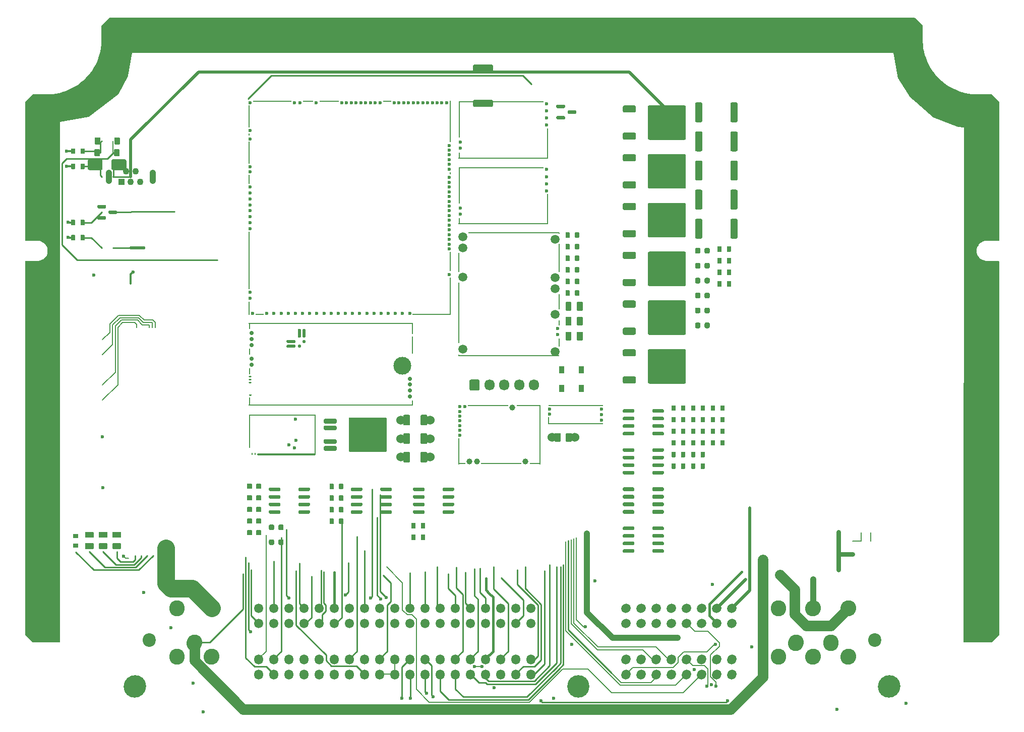
<source format=gtl>
G04 #@! TF.GenerationSoftware,KiCad,Pcbnew,8.0.8*
G04 #@! TF.CreationDate,2025-12-14T22:14:20-05:00*
G04 #@! TF.ProjectId,hellen121vag,68656c6c-656e-4313-9231-7661672e6b69,d*
G04 #@! TF.SameCoordinates,PX2b953a0PY6943058*
G04 #@! TF.FileFunction,Copper,L1,Top*
G04 #@! TF.FilePolarity,Positive*
%FSLAX46Y46*%
G04 Gerber Fmt 4.6, Leading zero omitted, Abs format (unit mm)*
G04 Created by KiCad (PCBNEW 8.0.8) date 2025-12-14 22:14:20*
%MOMM*%
%LPD*%
G01*
G04 APERTURE LIST*
G04 #@! TA.AperFunction,ComponentPad*
%ADD10C,3.700000*%
G04 #@! TD*
G04 #@! TA.AperFunction,ComponentPad*
%ADD11C,2.200000*%
G04 #@! TD*
G04 #@! TA.AperFunction,ComponentPad*
%ADD12C,2.600000*%
G04 #@! TD*
G04 #@! TA.AperFunction,ComponentPad*
%ADD13C,1.500000*%
G04 #@! TD*
G04 #@! TA.AperFunction,ComponentPad*
%ADD14C,0.700000*%
G04 #@! TD*
G04 #@! TA.AperFunction,SMDPad,CuDef*
%ADD15C,3.000000*%
G04 #@! TD*
G04 #@! TA.AperFunction,SMDPad,CuDef*
%ADD16R,0.250000X3.000000*%
G04 #@! TD*
G04 #@! TA.AperFunction,SMDPad,CuDef*
%ADD17R,0.250000X1.100000*%
G04 #@! TD*
G04 #@! TA.AperFunction,SMDPad,CuDef*
%ADD18R,0.250000X0.980000*%
G04 #@! TD*
G04 #@! TA.AperFunction,SMDPad,CuDef*
%ADD19R,0.250000X1.450000*%
G04 #@! TD*
G04 #@! TA.AperFunction,SMDPad,CuDef*
%ADD20R,27.600000X0.250000*%
G04 #@! TD*
G04 #@! TA.AperFunction,SMDPad,CuDef*
%ADD21R,0.250000X1.950000*%
G04 #@! TD*
G04 #@! TA.AperFunction,SMDPad,CuDef*
%ADD22R,0.250000X0.950000*%
G04 #@! TD*
G04 #@! TA.AperFunction,ComponentPad*
%ADD23C,0.600000*%
G04 #@! TD*
G04 #@! TA.AperFunction,SMDPad,CuDef*
%ADD24R,0.250000X6.185000*%
G04 #@! TD*
G04 #@! TA.AperFunction,SMDPad,CuDef*
%ADD25R,0.250000X1.115000*%
G04 #@! TD*
G04 #@! TA.AperFunction,SMDPad,CuDef*
%ADD26R,14.275000X0.250000*%
G04 #@! TD*
G04 #@! TA.AperFunction,SMDPad,CuDef*
%ADD27R,15.100000X0.250000*%
G04 #@! TD*
G04 #@! TA.AperFunction,SMDPad,CuDef*
%ADD28R,0.250000X5.175000*%
G04 #@! TD*
G04 #@! TA.AperFunction,ComponentPad*
%ADD29R,1.100000X1.100000*%
G04 #@! TD*
G04 #@! TA.AperFunction,ComponentPad*
%ADD30C,1.100000*%
G04 #@! TD*
G04 #@! TA.AperFunction,ComponentPad*
%ADD31O,1.100000X2.400000*%
G04 #@! TD*
G04 #@! TA.AperFunction,ComponentPad*
%ADD32C,1.524000*%
G04 #@! TD*
G04 #@! TA.AperFunction,SMDPad,CuDef*
%ADD33R,0.200000X3.700000*%
G04 #@! TD*
G04 #@! TA.AperFunction,SMDPad,CuDef*
%ADD34R,0.200000X0.400000*%
G04 #@! TD*
G04 #@! TA.AperFunction,SMDPad,CuDef*
%ADD35R,0.200000X1.600000*%
G04 #@! TD*
G04 #@! TA.AperFunction,SMDPad,CuDef*
%ADD36R,0.200000X9.700000*%
G04 #@! TD*
G04 #@! TA.AperFunction,SMDPad,CuDef*
%ADD37R,0.200000X2.300000*%
G04 #@! TD*
G04 #@! TA.AperFunction,SMDPad,CuDef*
%ADD38R,1.400000X0.200000*%
G04 #@! TD*
G04 #@! TA.AperFunction,SMDPad,CuDef*
%ADD39R,6.400000X0.200000*%
G04 #@! TD*
G04 #@! TA.AperFunction,SMDPad,CuDef*
%ADD40R,1.700000X0.200000*%
G04 #@! TD*
G04 #@! TA.AperFunction,SMDPad,CuDef*
%ADD41R,3.300000X0.200000*%
G04 #@! TD*
G04 #@! TA.AperFunction,SMDPad,CuDef*
%ADD42R,0.200000X7.000000*%
G04 #@! TD*
G04 #@! TA.AperFunction,SMDPad,CuDef*
%ADD43R,0.200000X3.300000*%
G04 #@! TD*
G04 #@! TA.AperFunction,SMDPad,CuDef*
%ADD44R,0.200000X6.300000*%
G04 #@! TD*
G04 #@! TA.AperFunction,SMDPad,CuDef*
%ADD45O,0.200000X5.669999*%
G04 #@! TD*
G04 #@! TA.AperFunction,SMDPad,CuDef*
%ADD46O,11.100001X0.200000*%
G04 #@! TD*
G04 #@! TA.AperFunction,SMDPad,CuDef*
%ADD47O,9.800001X0.399999*%
G04 #@! TD*
G04 #@! TA.AperFunction,SMDPad,CuDef*
%ADD48O,0.499999X0.250000*%
G04 #@! TD*
G04 #@! TA.AperFunction,SMDPad,CuDef*
%ADD49O,0.200000X6.799999*%
G04 #@! TD*
G04 #@! TA.AperFunction,SMDPad,CuDef*
%ADD50O,0.250000X0.499999*%
G04 #@! TD*
G04 #@! TA.AperFunction,ComponentPad*
%ADD51C,0.599999*%
G04 #@! TD*
G04 #@! TA.AperFunction,SMDPad,CuDef*
%ADD52O,0.200000X1.225000*%
G04 #@! TD*
G04 #@! TA.AperFunction,SMDPad,CuDef*
%ADD53O,9.300000X0.200000*%
G04 #@! TD*
G04 #@! TA.AperFunction,SMDPad,CuDef*
%ADD54R,0.200000X4.400000*%
G04 #@! TD*
G04 #@! TA.AperFunction,SMDPad,CuDef*
%ADD55R,1.200000X0.200000*%
G04 #@! TD*
G04 #@! TA.AperFunction,SMDPad,CuDef*
%ADD56R,6.800000X0.200000*%
G04 #@! TD*
G04 #@! TA.AperFunction,SMDPad,CuDef*
%ADD57R,4.000000X0.200000*%
G04 #@! TD*
G04 #@! TA.AperFunction,SMDPad,CuDef*
%ADD58R,1.800000X0.200000*%
G04 #@! TD*
G04 #@! TA.AperFunction,SMDPad,CuDef*
%ADD59R,0.200000X10.000000*%
G04 #@! TD*
G04 #@! TA.AperFunction,ComponentPad*
%ADD60C,1.000000*%
G04 #@! TD*
G04 #@! TA.AperFunction,ComponentPad*
%ADD61O,1.700000X1.850000*%
G04 #@! TD*
G04 #@! TA.AperFunction,SMDPad,CuDef*
%ADD62O,0.200000X3.300000*%
G04 #@! TD*
G04 #@! TA.AperFunction,SMDPad,CuDef*
%ADD63O,0.200000X10.200000*%
G04 #@! TD*
G04 #@! TA.AperFunction,SMDPad,CuDef*
%ADD64O,0.200000X0.300000*%
G04 #@! TD*
G04 #@! TA.AperFunction,SMDPad,CuDef*
%ADD65O,17.000000X0.200000*%
G04 #@! TD*
G04 #@! TA.AperFunction,SMDPad,CuDef*
%ADD66O,15.400000X0.200000*%
G04 #@! TD*
G04 #@! TA.AperFunction,SMDPad,CuDef*
%ADD67O,0.200000X4.800000*%
G04 #@! TD*
G04 #@! TA.AperFunction,SMDPad,CuDef*
%ADD68O,0.200000X2.600000*%
G04 #@! TD*
G04 #@! TA.AperFunction,SMDPad,CuDef*
%ADD69O,0.200000X1.000000*%
G04 #@! TD*
G04 #@! TA.AperFunction,SMDPad,CuDef*
%ADD70O,0.200000X1.500000*%
G04 #@! TD*
G04 #@! TA.AperFunction,ViaPad*
%ADD71C,0.600000*%
G04 #@! TD*
G04 #@! TA.AperFunction,ViaPad*
%ADD72C,2.000000*%
G04 #@! TD*
G04 #@! TA.AperFunction,Conductor*
%ADD73C,0.500000*%
G04 #@! TD*
G04 #@! TA.AperFunction,Conductor*
%ADD74C,0.200000*%
G04 #@! TD*
G04 #@! TA.AperFunction,Conductor*
%ADD75C,0.254000*%
G04 #@! TD*
G04 #@! TA.AperFunction,Conductor*
%ADD76C,0.800000*%
G04 #@! TD*
G04 #@! TA.AperFunction,Conductor*
%ADD77C,0.300000*%
G04 #@! TD*
G04 #@! TA.AperFunction,Conductor*
%ADD78C,1.000000*%
G04 #@! TD*
G04 #@! TA.AperFunction,Conductor*
%ADD79C,1.778000*%
G04 #@! TD*
G04 #@! TA.AperFunction,Conductor*
%ADD80C,0.400000*%
G04 #@! TD*
G04 #@! TA.AperFunction,Conductor*
%ADD81C,3.000000*%
G04 #@! TD*
G04 APERTURE END LIST*
D10*
G04 #@! TO.P,P1,*
G04 #@! TO.N,*
X18648000Y5492000D03*
D11*
X21098000Y13292000D03*
D10*
X93148000Y5492000D03*
D11*
X142898000Y13292000D03*
D10*
X145348000Y5492000D03*
D12*
G04 #@! TO.P,P1,1,1*
G04 #@! TO.N,PIN1*
X25748000Y10492000D03*
G04 #@! TO.P,P1,2,2*
G04 #@! TO.N,PIN2*
X31548000Y10492000D03*
G04 #@! TO.P,P1,3,3*
G04 #@! TO.N,PIN114*
X28648000Y12822000D03*
G04 #@! TO.P,P1,4,4*
G04 #@! TO.N,PIN4*
X25748000Y18622000D03*
G04 #@! TO.P,P1,5,5*
G04 #@! TO.N,PIN5*
X31548000Y18622000D03*
D13*
G04 #@! TO.P,P1,6*
G04 #@! TO.N,N/C*
X85168000Y18622000D03*
G04 #@! TO.P,P1,7*
X82628000Y18622000D03*
G04 #@! TO.P,P1,8*
X80088000Y18622000D03*
G04 #@! TO.P,P1,9*
X77548000Y18622000D03*
G04 #@! TO.P,P1,10*
X75008000Y18622000D03*
G04 #@! TO.P,P1,11*
X72468000Y18622000D03*
G04 #@! TO.P,P1,12*
X69928000Y18622000D03*
G04 #@! TO.P,P1,13*
X67388000Y18622000D03*
G04 #@! TO.P,P1,14*
X64848000Y18622000D03*
G04 #@! TO.P,P1,15*
X62308000Y18622000D03*
G04 #@! TO.P,P1,16*
X59768000Y18622000D03*
G04 #@! TO.P,P1,17*
X57228000Y18622000D03*
G04 #@! TO.P,P1,18*
X54688000Y18622000D03*
G04 #@! TO.P,P1,19*
X52148000Y18622000D03*
G04 #@! TO.P,P1,20*
X49608000Y18622000D03*
G04 #@! TO.P,P1,21*
X47068000Y18622000D03*
G04 #@! TO.P,P1,22*
X44528000Y18622000D03*
G04 #@! TO.P,P1,23*
X41988000Y18622000D03*
G04 #@! TO.P,P1,24*
X39448000Y18622000D03*
G04 #@! TO.P,P1,25*
X85168000Y16082000D03*
G04 #@! TO.P,P1,26*
X82628000Y16082000D03*
G04 #@! TO.P,P1,27*
X80088000Y16082000D03*
G04 #@! TO.P,P1,28*
X77548000Y16082000D03*
G04 #@! TO.P,P1,29*
X75008000Y16082000D03*
G04 #@! TO.P,P1,30*
X72468000Y16082000D03*
G04 #@! TO.P,P1,31*
X69928000Y16082000D03*
G04 #@! TO.P,P1,32*
X67388000Y16082000D03*
G04 #@! TO.P,P1,33*
X64848000Y16082000D03*
G04 #@! TO.P,P1,34*
X62308000Y16082000D03*
G04 #@! TO.P,P1,35*
X59768000Y16082000D03*
G04 #@! TO.P,P1,36*
X57228000Y16082000D03*
G04 #@! TO.P,P1,37*
X54688000Y16082000D03*
G04 #@! TO.P,P1,38*
X52148000Y16082000D03*
G04 #@! TO.P,P1,39*
X49608000Y16082000D03*
G04 #@! TO.P,P1,40*
X47068000Y16082000D03*
G04 #@! TO.P,P1,41*
X44528000Y16082000D03*
G04 #@! TO.P,P1,42*
X41988000Y16082000D03*
G04 #@! TO.P,P1,43*
X39448000Y16082000D03*
G04 #@! TO.P,P1,44*
X85168000Y10032000D03*
G04 #@! TO.P,P1,45*
X82628000Y10032000D03*
G04 #@! TO.P,P1,46*
X80088000Y10032000D03*
G04 #@! TO.P,P1,47*
X77548000Y10032000D03*
G04 #@! TO.P,P1,48*
X75008000Y10032000D03*
G04 #@! TO.P,P1,49*
X72468000Y10032000D03*
G04 #@! TO.P,P1,50*
X69928000Y10032000D03*
G04 #@! TO.P,P1,51*
X67388000Y10032000D03*
G04 #@! TO.P,P1,52*
X64848000Y10032000D03*
G04 #@! TO.P,P1,53*
X62308000Y10032000D03*
G04 #@! TO.P,P1,54*
X59768000Y10032000D03*
G04 #@! TO.P,P1,55*
X57228000Y10032000D03*
G04 #@! TO.P,P1,56*
X54688000Y10032000D03*
G04 #@! TO.P,P1,57*
X52148000Y10032000D03*
G04 #@! TO.P,P1,58*
X49608000Y10032000D03*
G04 #@! TO.P,P1,59*
X47068000Y10032000D03*
G04 #@! TO.P,P1,60*
X44528000Y10032000D03*
G04 #@! TO.P,P1,61*
X41988000Y10032000D03*
G04 #@! TO.P,P1,62*
X39448000Y10032000D03*
G04 #@! TO.P,P1,63*
X85168000Y7492000D03*
G04 #@! TO.P,P1,64*
X82628000Y7492000D03*
G04 #@! TO.P,P1,65*
X80088000Y7492000D03*
G04 #@! TO.P,P1,66*
X77548000Y7492000D03*
G04 #@! TO.P,P1,67*
X75008000Y7492000D03*
G04 #@! TO.P,P1,68*
X72468000Y7492000D03*
G04 #@! TO.P,P1,69*
X69928000Y7492000D03*
G04 #@! TO.P,P1,70*
X67388000Y7492000D03*
G04 #@! TO.P,P1,71*
X64848000Y7492000D03*
G04 #@! TO.P,P1,72*
X62308000Y7492000D03*
G04 #@! TO.P,P1,73*
X59768000Y7492000D03*
G04 #@! TO.P,P1,74*
X57228000Y7492000D03*
G04 #@! TO.P,P1,75*
X54688000Y7492000D03*
G04 #@! TO.P,P1,76*
X52148000Y7492000D03*
G04 #@! TO.P,P1,77*
X49608000Y7492000D03*
G04 #@! TO.P,P1,78*
X47068000Y7492000D03*
G04 #@! TO.P,P1,79*
X44528000Y7492000D03*
G04 #@! TO.P,P1,80*
X41988000Y7492000D03*
G04 #@! TO.P,P1,81*
X39448000Y7492000D03*
G04 #@! TO.P,P1,82*
X101138000Y7492000D03*
G04 #@! TO.P,P1,83*
X103678000Y7492000D03*
G04 #@! TO.P,P1,84*
X106218000Y7492000D03*
G04 #@! TO.P,P1,85*
X108758000Y7492000D03*
G04 #@! TO.P,P1,86*
X111298000Y7492000D03*
G04 #@! TO.P,P1,87*
X113838000Y7492000D03*
G04 #@! TO.P,P1,88*
X116378000Y7492000D03*
G04 #@! TO.P,P1,89*
X118918000Y7492000D03*
G04 #@! TO.P,P1,90*
X101138000Y10032000D03*
G04 #@! TO.P,P1,91*
X103678000Y10032000D03*
G04 #@! TO.P,P1,92*
X106218000Y10032000D03*
G04 #@! TO.P,P1,93*
X108758000Y10032000D03*
G04 #@! TO.P,P1,94*
X111298000Y10032000D03*
G04 #@! TO.P,P1,95*
X113838000Y10032000D03*
G04 #@! TO.P,P1,96*
X116378000Y10032000D03*
G04 #@! TO.P,P1,97*
X118918000Y10032000D03*
G04 #@! TO.P,P1,98*
X101138000Y16082000D03*
G04 #@! TO.P,P1,99*
X103678000Y16082000D03*
G04 #@! TO.P,P1,100*
X106218000Y16082000D03*
G04 #@! TO.P,P1,101*
X108758000Y16082000D03*
G04 #@! TO.P,P1,102*
X111298000Y16082000D03*
G04 #@! TO.P,P1,103*
X113838000Y16082000D03*
G04 #@! TO.P,P1,104*
X116378000Y16082000D03*
G04 #@! TO.P,P1,105*
X118918000Y16082000D03*
G04 #@! TO.P,P1,106*
X101138000Y18622000D03*
G04 #@! TO.P,P1,107*
X103678000Y18622000D03*
G04 #@! TO.P,P1,108*
X106218000Y18622000D03*
G04 #@! TO.P,P1,109*
X108758000Y18622000D03*
G04 #@! TO.P,P1,110*
X111298000Y18622000D03*
G04 #@! TO.P,P1,111*
X113838000Y18622000D03*
G04 #@! TO.P,P1,112*
X116378000Y18622000D03*
G04 #@! TO.P,P1,113*
X118918000Y18622000D03*
D12*
G04 #@! TO.P,P1,114,114*
G04 #@! TO.N,PIN114*
X126748000Y10492000D03*
G04 #@! TO.P,P1,115,115*
X132548000Y10492000D03*
G04 #@! TO.P,P1,116,116*
G04 #@! TO.N,PIN116*
X138448000Y10492000D03*
G04 #@! TO.P,P1,117,117*
G04 #@! TO.N,PIN117*
X129648000Y12822000D03*
G04 #@! TO.P,P1,118,118*
G04 #@! TO.N,PIN118*
X135548000Y12822000D03*
G04 #@! TO.P,P1,119,119*
G04 #@! TO.N,PIN119*
X126748000Y18622000D03*
G04 #@! TO.P,P1,120,120*
G04 #@! TO.N,PIN120*
X132548000Y18622000D03*
G04 #@! TO.P,P1,121,121*
G04 #@! TO.N,PIN121*
X138448000Y18622000D03*
G04 #@! TD*
G04 #@! TO.P,R25,1*
G04 #@! TO.N,Net-(Q5-G)*
G04 #@! TA.AperFunction,SMDPad,CuDef*
G36*
G01*
X116460000Y76603092D02*
X116460000Y77383092D01*
G75*
G02*
X116530000Y77453092I70000J0D01*
G01*
X117090000Y77453092D01*
G75*
G02*
X117160000Y77383092I0J-70000D01*
G01*
X117160000Y76603092D01*
G75*
G02*
X117090000Y76533092I-70000J0D01*
G01*
X116530000Y76533092D01*
G75*
G02*
X116460000Y76603092I0J70000D01*
G01*
G37*
G04 #@! TD.AperFunction*
G04 #@! TO.P,R25,2*
G04 #@! TO.N,Net-(F7-Pad1)*
G04 #@! TA.AperFunction,SMDPad,CuDef*
G36*
G01*
X118060000Y76603092D02*
X118060000Y77383092D01*
G75*
G02*
X118130000Y77453092I70000J0D01*
G01*
X118690000Y77453092D01*
G75*
G02*
X118760000Y77383092I0J-70000D01*
G01*
X118760000Y76603092D01*
G75*
G02*
X118690000Y76533092I-70000J0D01*
G01*
X118130000Y76533092D01*
G75*
G02*
X118060000Y76603092I0J70000D01*
G01*
G37*
G04 #@! TD.AperFunction*
G04 #@! TD*
D14*
G04 #@! TO.P,M6,E1,LSU_Un*
G04 #@! TO.N,PIN105*
X64850000Y54168733D03*
G04 #@! TO.P,M6,E2,LSU_Vm*
G04 #@! TO.N,PIN104*
X64850000Y57168733D03*
G04 #@! TO.P,M6,E3,LSU_Ip*
G04 #@! TO.N,PIN103*
X64850000Y56168733D03*
G04 #@! TO.P,M6,E4,LSU_Rtrim*
G04 #@! TO.N,PIN102*
X64850000Y55168733D03*
D15*
G04 #@! TO.P,M6,E5,LSU_H+*
G04 #@! TO.N,PIN119*
X63600000Y59318733D03*
D16*
G04 #@! TO.P,M6,E6,LSU_H-*
G04 #@! TO.N,PIN114*
X65225000Y62818733D03*
D17*
G04 #@! TO.P,M6,G,GND*
X37875000Y66018733D03*
D18*
X37875000Y61678733D03*
X37875000Y58378733D03*
D19*
X37875000Y53293733D03*
D20*
X51550000Y66443733D03*
X51550000Y52693733D03*
D21*
X65225000Y65593733D03*
D22*
X65225000Y53043733D03*
G04 #@! TO.P,M6,J1,SEL1*
G04 #@! TO.N,Net-(M6-PULL_DOWN1)*
G04 #@! TA.AperFunction,SMDPad,CuDef*
G36*
G01*
X47300000Y65418733D02*
X47300000Y64168733D01*
G75*
G02*
X47175000Y64043733I-125000J0D01*
G01*
X46925000Y64043733D01*
G75*
G02*
X46800000Y64168733I0J125000D01*
G01*
X46800000Y65418733D01*
G75*
G02*
X46925000Y65543733I125000J0D01*
G01*
X47175000Y65543733D01*
G75*
G02*
X47300000Y65418733I0J-125000D01*
G01*
G37*
G04 #@! TD.AperFunction*
G04 #@! TO.P,M6,J2,SEL2*
G04 #@! TO.N,unconnected-(M6-SEL2-PadJ2)*
G04 #@! TA.AperFunction,SMDPad,CuDef*
G36*
G01*
X45625000Y62743733D02*
X45625000Y62493733D01*
G75*
G02*
X45500000Y62368733I-125000J0D01*
G01*
X44250000Y62368733D01*
G75*
G02*
X44125000Y62493733I0J125000D01*
G01*
X44125000Y62743733D01*
G75*
G02*
X44250000Y62868733I125000J0D01*
G01*
X45500000Y62868733D01*
G75*
G02*
X45625000Y62743733I0J-125000D01*
G01*
G37*
G04 #@! TD.AperFunction*
G04 #@! TO.P,M6,J_GND1,PULL_DOWN1*
G04 #@! TO.N,Net-(M6-PULL_DOWN1)*
G04 #@! TA.AperFunction,SMDPad,CuDef*
G36*
G01*
X46500000Y65418733D02*
X46500000Y64168733D01*
G75*
G02*
X46375000Y64043733I-125000J0D01*
G01*
X46125000Y64043733D01*
G75*
G02*
X46000000Y64168733I0J125000D01*
G01*
X46000000Y65418733D01*
G75*
G02*
X46125000Y65543733I125000J0D01*
G01*
X46375000Y65543733D01*
G75*
G02*
X46500000Y65418733I0J-125000D01*
G01*
G37*
G04 #@! TD.AperFunction*
G04 #@! TO.P,M6,J_GND2,PULL_DOWN2*
G04 #@! TO.N,unconnected-(M6-PULL_DOWN2-PadJ_GND2)*
G04 #@! TA.AperFunction,SMDPad,CuDef*
G36*
G01*
X46175000Y62868733D02*
X46425000Y62868733D01*
G75*
G02*
X46550000Y62743733I0J-125000D01*
G01*
X46550000Y62493733D01*
G75*
G02*
X46425000Y62368733I-125000J0D01*
G01*
X46175000Y62368733D01*
G75*
G02*
X46050000Y62493733I0J125000D01*
G01*
X46050000Y62743733D01*
G75*
G02*
X46175000Y62868733I125000J0D01*
G01*
G37*
G04 #@! TD.AperFunction*
G04 #@! TO.P,M6,J_VCC1,PULL_UP1*
G04 #@! TO.N,unconnected-(M6-PULL_UP1-PadJ_VCC1)*
G04 #@! TA.AperFunction,SMDPad,CuDef*
G36*
G01*
X47300000Y63543733D02*
X47300000Y63293733D01*
G75*
G02*
X47175000Y63168733I-125000J0D01*
G01*
X46925000Y63168733D01*
G75*
G02*
X46800000Y63293733I0J125000D01*
G01*
X46800000Y63543733D01*
G75*
G02*
X46925000Y63668733I125000J0D01*
G01*
X47175000Y63668733D01*
G75*
G02*
X47300000Y63543733I0J-125000D01*
G01*
G37*
G04 #@! TD.AperFunction*
G04 #@! TO.P,M6,J_VCC2,PULL_UP2*
G04 #@! TO.N,unconnected-(M6-PULL_UP2-PadJ_VCC2)*
G04 #@! TA.AperFunction,SMDPad,CuDef*
G36*
G01*
X45625000Y63543733D02*
X45625000Y63293733D01*
G75*
G02*
X45500000Y63168733I-125000J0D01*
G01*
X44250000Y63168733D01*
G75*
G02*
X44125000Y63293733I0J125000D01*
G01*
X44125000Y63543733D01*
G75*
G02*
X44250000Y63668733I125000J0D01*
G01*
X45500000Y63668733D01*
G75*
G02*
X45625000Y63543733I0J-125000D01*
G01*
G37*
G04 #@! TD.AperFunction*
D14*
G04 #@! TO.P,M6,W1,V5_IN*
G04 #@! TO.N,+5VA*
X38258800Y63818733D03*
G04 #@! TO.P,M6,W2,CAN_VIO*
G04 #@! TO.N,unconnected-(M6-CAN_VIO-PadW2)*
X38258800Y62818733D03*
G04 #@! TO.P,M6,W3,CANL*
G04 #@! TO.N,PIN83*
X38258800Y59522733D03*
G04 #@! TO.P,M6,W4,CANH*
G04 #@! TO.N,PIN82*
X38258800Y60538733D03*
G04 #@! TO.P,M6,W5,nReset*
G04 #@! TO.N,unconnected-(M6-nReset-PadW5)*
G04 #@! TA.AperFunction,SMDPad,CuDef*
G36*
G01*
X37750000Y57518733D02*
X37750000Y57518733D01*
G75*
G02*
X37875000Y57643733I125000J0D01*
G01*
X38125000Y57643733D01*
G75*
G02*
X38250000Y57518733I0J-125000D01*
G01*
X38250000Y57518733D01*
G75*
G02*
X38125000Y57393733I-125000J0D01*
G01*
X37875000Y57393733D01*
G75*
G02*
X37750000Y57518733I0J125000D01*
G01*
G37*
G04 #@! TD.AperFunction*
G04 #@! TO.P,M6,W6,SWDIO*
G04 #@! TO.N,unconnected-(M6-SWDIO-PadW6)*
G04 #@! TA.AperFunction,SMDPad,CuDef*
G36*
G01*
X37750000Y57018733D02*
X37750000Y57018733D01*
G75*
G02*
X37875000Y57143733I125000J0D01*
G01*
X38125000Y57143733D01*
G75*
G02*
X38250000Y57018733I0J-125000D01*
G01*
X38250000Y57018733D01*
G75*
G02*
X38125000Y56893733I-125000J0D01*
G01*
X37875000Y56893733D01*
G75*
G02*
X37750000Y57018733I0J125000D01*
G01*
G37*
G04 #@! TD.AperFunction*
G04 #@! TO.P,M6,W7,SWCLK*
G04 #@! TO.N,unconnected-(M6-SWCLK-PadW7)*
G04 #@! TA.AperFunction,SMDPad,CuDef*
G36*
G01*
X37750000Y56518733D02*
X37750000Y56518733D01*
G75*
G02*
X37875000Y56643733I125000J0D01*
G01*
X38125000Y56643733D01*
G75*
G02*
X38250000Y56518733I0J-125000D01*
G01*
X38250000Y56518733D01*
G75*
G02*
X38125000Y56393733I-125000J0D01*
G01*
X37875000Y56393733D01*
G75*
G02*
X37750000Y56518733I0J125000D01*
G01*
G37*
G04 #@! TD.AperFunction*
G04 #@! TO.P,M6,W8,V33_OUT*
G04 #@! TO.N,unconnected-(M6-V33_OUT-PadW8)*
G04 #@! TA.AperFunction,SMDPad,CuDef*
G36*
G01*
X37750000Y54418733D02*
X37750000Y54418733D01*
G75*
G02*
X37875000Y54543733I125000J0D01*
G01*
X38125000Y54543733D01*
G75*
G02*
X38250000Y54418733I0J-125000D01*
G01*
X38250000Y54418733D01*
G75*
G02*
X38125000Y54293733I-125000J0D01*
G01*
X37875000Y54293733D01*
G75*
G02*
X37750000Y54418733I0J125000D01*
G01*
G37*
G04 #@! TD.AperFunction*
G04 #@! TO.P,M6,W9,VDDA*
G04 #@! TO.N,unconnected-(M6-VDDA-PadW9)*
X38258800Y64818733D03*
G04 #@! TD*
G04 #@! TO.P,R8,1*
G04 #@! TO.N,PIN85*
G04 #@! TA.AperFunction,SMDPad,CuDef*
G36*
G01*
X90950000Y66200804D02*
X90950000Y67450804D01*
G75*
G02*
X91050000Y67550804I100000J0D01*
G01*
X91850000Y67550804D01*
G75*
G02*
X91950000Y67450804I0J-100000D01*
G01*
X91950000Y66200804D01*
G75*
G02*
X91850000Y66100804I-100000J0D01*
G01*
X91050000Y66100804D01*
G75*
G02*
X90950000Y66200804I0J100000D01*
G01*
G37*
G04 #@! TD.AperFunction*
G04 #@! TO.P,R8,2*
G04 #@! TO.N,+5VA*
G04 #@! TA.AperFunction,SMDPad,CuDef*
G36*
G01*
X92850022Y66200804D02*
X92850022Y67450804D01*
G75*
G02*
X92950022Y67550804I100000J0D01*
G01*
X93750022Y67550804D01*
G75*
G02*
X93850022Y67450804I0J-100000D01*
G01*
X93850022Y66200804D01*
G75*
G02*
X93750022Y66100804I-100000J0D01*
G01*
X92950022Y66100804D01*
G75*
G02*
X92850022Y66200804I0J100000D01*
G01*
G37*
G04 #@! TD.AperFunction*
G04 #@! TD*
G04 #@! TO.P,F8,1*
G04 #@! TO.N,Net-(F8-Pad1)*
G04 #@! TA.AperFunction,SMDPad,CuDef*
G36*
G01*
X112730000Y68367483D02*
X112730000Y68879983D01*
G75*
G02*
X112948750Y69098733I218750J0D01*
G01*
X113386250Y69098733D01*
G75*
G02*
X113605000Y68879983I0J-218750D01*
G01*
X113605000Y68367483D01*
G75*
G02*
X113386250Y68148733I-218750J0D01*
G01*
X112948750Y68148733D01*
G75*
G02*
X112730000Y68367483I0J218750D01*
G01*
G37*
G04 #@! TD.AperFunction*
G04 #@! TO.P,F8,2*
G04 #@! TO.N,/IGN5*
G04 #@! TA.AperFunction,SMDPad,CuDef*
G36*
G01*
X114305000Y68367483D02*
X114305000Y68879983D01*
G75*
G02*
X114523750Y69098733I218750J0D01*
G01*
X114961250Y69098733D01*
G75*
G02*
X115180000Y68879983I0J-218750D01*
G01*
X115180000Y68367483D01*
G75*
G02*
X114961250Y68148733I-218750J0D01*
G01*
X114523750Y68148733D01*
G75*
G02*
X114305000Y68367483I0J218750D01*
G01*
G37*
G04 #@! TD.AperFunction*
G04 #@! TD*
G04 #@! TO.P,F4,1*
G04 #@! TO.N,Net-(F4-Pad1)*
G04 #@! TA.AperFunction,SMDPad,CuDef*
G36*
G01*
X112730000Y78407483D02*
X112730000Y78919983D01*
G75*
G02*
X112948750Y79138733I218750J0D01*
G01*
X113386250Y79138733D01*
G75*
G02*
X113605000Y78919983I0J-218750D01*
G01*
X113605000Y78407483D01*
G75*
G02*
X113386250Y78188733I-218750J0D01*
G01*
X112948750Y78188733D01*
G75*
G02*
X112730000Y78407483I0J218750D01*
G01*
G37*
G04 #@! TD.AperFunction*
G04 #@! TO.P,F4,2*
G04 #@! TO.N,/IGN1*
G04 #@! TA.AperFunction,SMDPad,CuDef*
G36*
G01*
X114305000Y78407483D02*
X114305000Y78919983D01*
G75*
G02*
X114523750Y79138733I218750J0D01*
G01*
X114961250Y79138733D01*
G75*
G02*
X115180000Y78919983I0J-218750D01*
G01*
X115180000Y78407483D01*
G75*
G02*
X114961250Y78188733I-218750J0D01*
G01*
X114523750Y78188733D01*
G75*
G02*
X114305000Y78407483I0J218750D01*
G01*
G37*
G04 #@! TD.AperFunction*
G04 #@! TD*
G04 #@! TO.P,R44,1*
G04 #@! TO.N,/INJ5*
G04 #@! TA.AperFunction,SMDPad,CuDef*
G36*
G01*
X115350000Y49883092D02*
X115350000Y50663092D01*
G75*
G02*
X115420000Y50733092I70000J0D01*
G01*
X115980000Y50733092D01*
G75*
G02*
X116050000Y50663092I0J-70000D01*
G01*
X116050000Y49883092D01*
G75*
G02*
X115980000Y49813092I-70000J0D01*
G01*
X115420000Y49813092D01*
G75*
G02*
X115350000Y49883092I0J70000D01*
G01*
G37*
G04 #@! TD.AperFunction*
G04 #@! TO.P,R44,2*
G04 #@! TO.N,PIN114*
G04 #@! TA.AperFunction,SMDPad,CuDef*
G36*
G01*
X116950000Y49883092D02*
X116950000Y50663092D01*
G75*
G02*
X117020000Y50733092I70000J0D01*
G01*
X117580000Y50733092D01*
G75*
G02*
X117650000Y50663092I0J-70000D01*
G01*
X117650000Y49883092D01*
G75*
G02*
X117580000Y49813092I-70000J0D01*
G01*
X117020000Y49813092D01*
G75*
G02*
X116950000Y49883092I0J70000D01*
G01*
G37*
G04 #@! TD.AperFunction*
G04 #@! TD*
G04 #@! TO.P,R33,1*
G04 #@! TO.N,E7INJ8CANTX*
G04 #@! TA.AperFunction,SMDPad,CuDef*
G36*
G01*
X108750000Y47934046D02*
X108750000Y48714046D01*
G75*
G02*
X108820000Y48784046I70000J0D01*
G01*
X109380000Y48784046D01*
G75*
G02*
X109450000Y48714046I0J-70000D01*
G01*
X109450000Y47934046D01*
G75*
G02*
X109380000Y47864046I-70000J0D01*
G01*
X108820000Y47864046D01*
G75*
G02*
X108750000Y47934046I0J70000D01*
G01*
G37*
G04 #@! TD.AperFunction*
G04 #@! TO.P,R33,2*
G04 #@! TO.N,PIN114*
G04 #@! TA.AperFunction,SMDPad,CuDef*
G36*
G01*
X110350000Y47934046D02*
X110350000Y48714046D01*
G75*
G02*
X110420000Y48784046I70000J0D01*
G01*
X110980000Y48784046D01*
G75*
G02*
X111050000Y48714046I0J-70000D01*
G01*
X111050000Y47934046D01*
G75*
G02*
X110980000Y47864046I-70000J0D01*
G01*
X110420000Y47864046D01*
G75*
G02*
X110350000Y47934046I0J70000D01*
G01*
G37*
G04 #@! TD.AperFunction*
G04 #@! TD*
G04 #@! TO.P,R47,1*
G04 #@! TO.N,/LS2*
G04 #@! TA.AperFunction,SMDPad,CuDef*
G36*
G01*
X51330000Y38652138D02*
X51330000Y39432138D01*
G75*
G02*
X51400000Y39502138I70000J0D01*
G01*
X51960000Y39502138D01*
G75*
G02*
X52030000Y39432138I0J-70000D01*
G01*
X52030000Y38652138D01*
G75*
G02*
X51960000Y38582138I-70000J0D01*
G01*
X51400000Y38582138D01*
G75*
G02*
X51330000Y38652138I0J70000D01*
G01*
G37*
G04 #@! TD.AperFunction*
G04 #@! TO.P,R47,2*
G04 #@! TO.N,Net-(U8-IN1)*
G04 #@! TA.AperFunction,SMDPad,CuDef*
G36*
G01*
X52930000Y38652138D02*
X52930000Y39432138D01*
G75*
G02*
X53000000Y39502138I70000J0D01*
G01*
X53560000Y39502138D01*
G75*
G02*
X53630000Y39432138I0J-70000D01*
G01*
X53630000Y38652138D01*
G75*
G02*
X53560000Y38582138I-70000J0D01*
G01*
X53000000Y38582138D01*
G75*
G02*
X52930000Y38652138I0J70000D01*
G01*
G37*
G04 #@! TD.AperFunction*
G04 #@! TD*
D23*
G04 #@! TO.P,M3,E1,Thresh_IN*
G04 #@! TO.N,/VR_DISCRETE_THR*
X87750000Y100968733D03*
G04 #@! TO.P,M3,E2,OUT_A*
G04 #@! TO.N,/VR_DISCRETE_A*
X87750000Y99768733D03*
G04 #@! TO.P,M3,E3,OUT*
G04 #@! TO.N,/VR_DISCRETE*
X87750000Y102168733D03*
G04 #@! TO.P,M3,E4,V5_IN*
G04 #@! TO.N,+5VA*
X87750000Y103368733D03*
D24*
G04 #@! TO.P,M3,G,GND*
G04 #@! TO.N,PIN114*
X73100000Y100701233D03*
D25*
X73100000Y94651233D03*
D26*
X80112500Y103668733D03*
D27*
X80525000Y94218733D03*
D28*
X87950000Y96681233D03*
D23*
G04 #@! TO.P,M3,W1,VR-*
G04 #@! TO.N,PIN18*
X73325000Y96908733D03*
G04 #@! TO.P,M3,W2,VR+*
G04 #@! TO.N,PIN17*
X73325000Y95908733D03*
G04 #@! TD*
G04 #@! TO.P,Q4,1,G*
G04 #@! TO.N,Net-(Q4-G)*
G04 #@! TA.AperFunction,SMDPad,CuDef*
G36*
G01*
X100575000Y85738733D02*
X100575000Y86438733D01*
G75*
G02*
X100825000Y86688733I250000J0D01*
G01*
X102525000Y86688733D01*
G75*
G02*
X102775000Y86438733I0J-250000D01*
G01*
X102775000Y85738733D01*
G75*
G02*
X102525000Y85488733I-250000J0D01*
G01*
X100825000Y85488733D01*
G75*
G02*
X100575000Y85738733I0J250000D01*
G01*
G37*
G04 #@! TD.AperFunction*
G04 #@! TO.P,Q4,2,C*
G04 #@! TO.N,PIN10*
G04 #@! TA.AperFunction,SMDPad,CuDef*
G36*
G01*
X104775000Y84208733D02*
X104775000Y86458733D01*
G75*
G02*
X105025000Y86708733I250000J0D01*
G01*
X107575000Y86708733D01*
G75*
G02*
X107825000Y86458733I0J-250000D01*
G01*
X107825000Y84208733D01*
G75*
G02*
X107575000Y83958733I-250000J0D01*
G01*
X105025000Y83958733D01*
G75*
G02*
X104775000Y84208733I0J250000D01*
G01*
G37*
G04 #@! TD.AperFunction*
G04 #@! TA.AperFunction,SMDPad,CuDef*
G36*
G01*
X104775000Y81158733D02*
X104775000Y83408733D01*
G75*
G02*
X105025000Y83658733I250000J0D01*
G01*
X107575000Y83658733D01*
G75*
G02*
X107825000Y83408733I0J-250000D01*
G01*
X107825000Y81158733D01*
G75*
G02*
X107575000Y80908733I-250000J0D01*
G01*
X105025000Y80908733D01*
G75*
G02*
X104775000Y81158733I0J250000D01*
G01*
G37*
G04 #@! TD.AperFunction*
G04 #@! TA.AperFunction,SMDPad,CuDef*
G36*
G01*
X104775000Y81158730D02*
X104775000Y86458736D01*
G75*
G02*
X105024997Y86708733I249997J0D01*
G01*
X110925003Y86708733D01*
G75*
G02*
X111175000Y86458736I0J-249997D01*
G01*
X111175000Y81158730D01*
G75*
G02*
X110925003Y80908733I-249997J0D01*
G01*
X105024997Y80908733D01*
G75*
G02*
X104775000Y81158730I0J249997D01*
G01*
G37*
G04 #@! TD.AperFunction*
G04 #@! TA.AperFunction,SMDPad,CuDef*
G36*
G01*
X108125000Y84208733D02*
X108125000Y86458733D01*
G75*
G02*
X108375000Y86708733I250000J0D01*
G01*
X110925000Y86708733D01*
G75*
G02*
X111175000Y86458733I0J-250000D01*
G01*
X111175000Y84208733D01*
G75*
G02*
X110925000Y83958733I-250000J0D01*
G01*
X108375000Y83958733D01*
G75*
G02*
X108125000Y84208733I0J250000D01*
G01*
G37*
G04 #@! TD.AperFunction*
G04 #@! TA.AperFunction,SMDPad,CuDef*
G36*
G01*
X108125000Y81158733D02*
X108125000Y83408733D01*
G75*
G02*
X108375000Y83658733I250000J0D01*
G01*
X110925000Y83658733D01*
G75*
G02*
X111175000Y83408733I0J-250000D01*
G01*
X111175000Y81158733D01*
G75*
G02*
X110925000Y80908733I-250000J0D01*
G01*
X108375000Y80908733D01*
G75*
G02*
X108125000Y81158733I0J250000D01*
G01*
G37*
G04 #@! TD.AperFunction*
G04 #@! TO.P,Q4,3,E*
G04 #@! TO.N,PIN114*
G04 #@! TA.AperFunction,SMDPad,CuDef*
G36*
G01*
X100575000Y81178733D02*
X100575000Y81878733D01*
G75*
G02*
X100825000Y82128733I250000J0D01*
G01*
X102525000Y82128733D01*
G75*
G02*
X102775000Y81878733I0J-250000D01*
G01*
X102775000Y81178733D01*
G75*
G02*
X102525000Y80928733I-250000J0D01*
G01*
X100825000Y80928733D01*
G75*
G02*
X100575000Y81178733I0J250000D01*
G01*
G37*
G04 #@! TD.AperFunction*
G04 #@! TD*
G04 #@! TO.P,R13,1*
G04 #@! TO.N,Net-(M7-LED_GREEN)*
G04 #@! TA.AperFunction,SMDPad,CuDef*
G36*
G01*
X8310000Y31075000D02*
X9090000Y31075000D01*
G75*
G02*
X9160000Y31005000I0J-70000D01*
G01*
X9160000Y30445000D01*
G75*
G02*
X9090000Y30375000I-70000J0D01*
G01*
X8310000Y30375000D01*
G75*
G02*
X8240000Y30445000I0J70000D01*
G01*
X8240000Y31005000D01*
G75*
G02*
X8310000Y31075000I70000J0D01*
G01*
G37*
G04 #@! TD.AperFunction*
G04 #@! TO.P,R13,2*
G04 #@! TO.N,PIN114*
G04 #@! TA.AperFunction,SMDPad,CuDef*
G36*
G01*
X8310000Y29475000D02*
X9090000Y29475000D01*
G75*
G02*
X9160000Y29405000I0J-70000D01*
G01*
X9160000Y28845000D01*
G75*
G02*
X9090000Y28775000I-70000J0D01*
G01*
X8310000Y28775000D01*
G75*
G02*
X8240000Y28845000I0J70000D01*
G01*
X8240000Y29405000D01*
G75*
G02*
X8310000Y29475000I70000J0D01*
G01*
G37*
G04 #@! TD.AperFunction*
G04 #@! TD*
G04 #@! TO.P,R16,1*
G04 #@! TO.N,/LS_HOT2*
G04 #@! TA.AperFunction,SMDPad,CuDef*
G36*
G01*
X10212000Y95790000D02*
X10212000Y95010000D01*
G75*
G02*
X10142000Y94940000I-70000J0D01*
G01*
X9582000Y94940000D01*
G75*
G02*
X9512000Y95010000I0J70000D01*
G01*
X9512000Y95790000D01*
G75*
G02*
X9582000Y95860000I70000J0D01*
G01*
X10142000Y95860000D01*
G75*
G02*
X10212000Y95790000I0J-70000D01*
G01*
G37*
G04 #@! TD.AperFunction*
G04 #@! TO.P,R16,2*
G04 #@! TO.N,PIN114*
G04 #@! TA.AperFunction,SMDPad,CuDef*
G36*
G01*
X8612000Y95790000D02*
X8612000Y95010000D01*
G75*
G02*
X8542000Y94940000I-70000J0D01*
G01*
X7982000Y94940000D01*
G75*
G02*
X7912000Y95010000I0J70000D01*
G01*
X7912000Y95790000D01*
G75*
G02*
X7982000Y95860000I70000J0D01*
G01*
X8542000Y95860000D01*
G75*
G02*
X8612000Y95790000I0J-70000D01*
G01*
G37*
G04 #@! TD.AperFunction*
G04 #@! TD*
G04 #@! TO.P,R38,1*
G04 #@! TO.N,/INJ2*
G04 #@! TA.AperFunction,SMDPad,CuDef*
G36*
G01*
X112050000Y49883092D02*
X112050000Y50663092D01*
G75*
G02*
X112120000Y50733092I70000J0D01*
G01*
X112680000Y50733092D01*
G75*
G02*
X112750000Y50663092I0J-70000D01*
G01*
X112750000Y49883092D01*
G75*
G02*
X112680000Y49813092I-70000J0D01*
G01*
X112120000Y49813092D01*
G75*
G02*
X112050000Y49883092I0J70000D01*
G01*
G37*
G04 #@! TD.AperFunction*
G04 #@! TO.P,R38,2*
G04 #@! TO.N,Net-(U7-IN2)*
G04 #@! TA.AperFunction,SMDPad,CuDef*
G36*
G01*
X113650000Y49883092D02*
X113650000Y50663092D01*
G75*
G02*
X113720000Y50733092I70000J0D01*
G01*
X114280000Y50733092D01*
G75*
G02*
X114350000Y50663092I0J-70000D01*
G01*
X114350000Y49883092D01*
G75*
G02*
X114280000Y49813092I-70000J0D01*
G01*
X113720000Y49813092D01*
G75*
G02*
X113650000Y49883092I0J70000D01*
G01*
G37*
G04 #@! TD.AperFunction*
G04 #@! TD*
G04 #@! TO.P,R27,1*
G04 #@! TO.N,Net-(Q7-G)*
G04 #@! TA.AperFunction,SMDPad,CuDef*
G36*
G01*
X116460000Y72705000D02*
X116460000Y73485000D01*
G75*
G02*
X116530000Y73555000I70000J0D01*
G01*
X117090000Y73555000D01*
G75*
G02*
X117160000Y73485000I0J-70000D01*
G01*
X117160000Y72705000D01*
G75*
G02*
X117090000Y72635000I-70000J0D01*
G01*
X116530000Y72635000D01*
G75*
G02*
X116460000Y72705000I0J70000D01*
G01*
G37*
G04 #@! TD.AperFunction*
G04 #@! TO.P,R27,2*
G04 #@! TO.N,Net-(F9-Pad1)*
G04 #@! TA.AperFunction,SMDPad,CuDef*
G36*
G01*
X118060000Y72705000D02*
X118060000Y73485000D01*
G75*
G02*
X118130000Y73555000I70000J0D01*
G01*
X118690000Y73555000D01*
G75*
G02*
X118760000Y73485000I0J-70000D01*
G01*
X118760000Y72705000D01*
G75*
G02*
X118690000Y72635000I-70000J0D01*
G01*
X118130000Y72635000D01*
G75*
G02*
X118060000Y72705000I0J70000D01*
G01*
G37*
G04 #@! TD.AperFunction*
G04 #@! TD*
G04 #@! TO.P,C4,1*
G04 #@! TO.N,PIN114*
G04 #@! TA.AperFunction,SMDPad,CuDef*
G36*
G01*
X37450000Y32878792D02*
X37450000Y33558792D01*
G75*
G02*
X37535000Y33643792I85000J0D01*
G01*
X38215000Y33643792D01*
G75*
G02*
X38300000Y33558792I0J-85000D01*
G01*
X38300000Y32878792D01*
G75*
G02*
X38215000Y32793792I-85000J0D01*
G01*
X37535000Y32793792D01*
G75*
G02*
X37450000Y32878792I0J85000D01*
G01*
G37*
G04 #@! TD.AperFunction*
G04 #@! TO.P,C4,2*
G04 #@! TO.N,+3.3VA*
G04 #@! TA.AperFunction,SMDPad,CuDef*
G36*
G01*
X39030002Y32878792D02*
X39030002Y33558792D01*
G75*
G02*
X39115002Y33643792I85000J0D01*
G01*
X39795002Y33643792D01*
G75*
G02*
X39880002Y33558792I0J-85000D01*
G01*
X39880002Y32878792D01*
G75*
G02*
X39795002Y32793792I-85000J0D01*
G01*
X39115002Y32793792D01*
G75*
G02*
X39030002Y32878792I0J85000D01*
G01*
G37*
G04 #@! TD.AperFunction*
G04 #@! TD*
G04 #@! TO.P,F6,1*
G04 #@! TO.N,Net-(F6-Pad1)*
G04 #@! TA.AperFunction,SMDPad,CuDef*
G36*
G01*
X112730000Y73387483D02*
X112730000Y73899983D01*
G75*
G02*
X112948750Y74118733I218750J0D01*
G01*
X113386250Y74118733D01*
G75*
G02*
X113605000Y73899983I0J-218750D01*
G01*
X113605000Y73387483D01*
G75*
G02*
X113386250Y73168733I-218750J0D01*
G01*
X112948750Y73168733D01*
G75*
G02*
X112730000Y73387483I0J218750D01*
G01*
G37*
G04 #@! TD.AperFunction*
G04 #@! TO.P,F6,2*
G04 #@! TO.N,/IGN3*
G04 #@! TA.AperFunction,SMDPad,CuDef*
G36*
G01*
X114305000Y73387483D02*
X114305000Y73899983D01*
G75*
G02*
X114523750Y74118733I218750J0D01*
G01*
X114961250Y74118733D01*
G75*
G02*
X115180000Y73899983I0J-218750D01*
G01*
X115180000Y73387483D01*
G75*
G02*
X114961250Y73168733I-218750J0D01*
G01*
X114523750Y73168733D01*
G75*
G02*
X114305000Y73387483I0J218750D01*
G01*
G37*
G04 #@! TD.AperFunction*
G04 #@! TD*
D29*
G04 #@! TO.P,J2,1,VBUS*
G04 #@! TO.N,/VBUS*
X16362000Y90250000D03*
D30*
G04 #@! TO.P,J2,2,D-*
G04 #@! TO.N,/USB-*
X17162000Y92000000D03*
G04 #@! TO.P,J2,3,D+*
G04 #@! TO.N,/USB+*
X17962000Y90250000D03*
G04 #@! TO.P,J2,4,ID*
G04 #@! TO.N,unconnected-(J2-ID-Pad4)*
X18762000Y92000000D03*
G04 #@! TO.P,J2,5,GND*
G04 #@! TO.N,PIN114*
X19562000Y90250000D03*
D31*
G04 #@! TO.P,J2,6,Shield*
X14312000Y91125000D03*
X21612000Y91125000D03*
G04 #@! TD*
G04 #@! TO.P,F5,1*
G04 #@! TO.N,Net-(F5-Pad1)*
G04 #@! TA.AperFunction,SMDPad,CuDef*
G36*
G01*
X112730000Y75897483D02*
X112730000Y76409983D01*
G75*
G02*
X112948750Y76628733I218750J0D01*
G01*
X113386250Y76628733D01*
G75*
G02*
X113605000Y76409983I0J-218750D01*
G01*
X113605000Y75897483D01*
G75*
G02*
X113386250Y75678733I-218750J0D01*
G01*
X112948750Y75678733D01*
G75*
G02*
X112730000Y75897483I0J218750D01*
G01*
G37*
G04 #@! TD.AperFunction*
G04 #@! TO.P,F5,2*
G04 #@! TO.N,/IGN2*
G04 #@! TA.AperFunction,SMDPad,CuDef*
G36*
G01*
X114305000Y75897483D02*
X114305000Y76409983D01*
G75*
G02*
X114523750Y76628733I218750J0D01*
G01*
X114961250Y76628733D01*
G75*
G02*
X115180000Y76409983I0J-218750D01*
G01*
X115180000Y75897483D01*
G75*
G02*
X114961250Y75678733I-218750J0D01*
G01*
X114523750Y75678733D01*
G75*
G02*
X114305000Y75897483I0J218750D01*
G01*
G37*
G04 #@! TD.AperFunction*
G04 #@! TD*
G04 #@! TO.P,R28,1*
G04 #@! TO.N,Net-(F7-Pad1)*
G04 #@! TA.AperFunction,SMDPad,CuDef*
G36*
G01*
X112720000Y90718733D02*
X112720000Y93568733D01*
G75*
G02*
X112970000Y93818733I250000J0D01*
G01*
X113695000Y93818733D01*
G75*
G02*
X113945000Y93568733I0J-250000D01*
G01*
X113945000Y90718733D01*
G75*
G02*
X113695000Y90468733I-250000J0D01*
G01*
X112970000Y90468733D01*
G75*
G02*
X112720000Y90718733I0J250000D01*
G01*
G37*
G04 #@! TD.AperFunction*
G04 #@! TO.P,R28,2*
G04 #@! TO.N,PIN9*
G04 #@! TA.AperFunction,SMDPad,CuDef*
G36*
G01*
X118645000Y90718733D02*
X118645000Y93568733D01*
G75*
G02*
X118895000Y93818733I250000J0D01*
G01*
X119620000Y93818733D01*
G75*
G02*
X119870000Y93568733I0J-250000D01*
G01*
X119870000Y90718733D01*
G75*
G02*
X119620000Y90468733I-250000J0D01*
G01*
X118895000Y90468733D01*
G75*
G02*
X118645000Y90718733I0J250000D01*
G01*
G37*
G04 #@! TD.AperFunction*
G04 #@! TD*
G04 #@! TO.P,R21,1*
G04 #@! TO.N,Net-(Q4-G)*
G04 #@! TA.AperFunction,SMDPad,CuDef*
G36*
G01*
X10212000Y81240000D02*
X10212000Y80460000D01*
G75*
G02*
X10142000Y80390000I-70000J0D01*
G01*
X9582000Y80390000D01*
G75*
G02*
X9512000Y80460000I0J70000D01*
G01*
X9512000Y81240000D01*
G75*
G02*
X9582000Y81310000I70000J0D01*
G01*
X10142000Y81310000D01*
G75*
G02*
X10212000Y81240000I0J-70000D01*
G01*
G37*
G04 #@! TD.AperFunction*
G04 #@! TO.P,R21,2*
G04 #@! TO.N,Net-(F6-Pad1)*
G04 #@! TA.AperFunction,SMDPad,CuDef*
G36*
G01*
X8612000Y81240000D02*
X8612000Y80460000D01*
G75*
G02*
X8542000Y80390000I-70000J0D01*
G01*
X7982000Y80390000D01*
G75*
G02*
X7912000Y80460000I0J70000D01*
G01*
X7912000Y81240000D01*
G75*
G02*
X7982000Y81310000I70000J0D01*
G01*
X8542000Y81310000D01*
G75*
G02*
X8612000Y81240000I0J-70000D01*
G01*
G37*
G04 #@! TD.AperFunction*
G04 #@! TD*
G04 #@! TO.P,L1,1,1*
G04 #@! TO.N,PIN21*
G04 #@! TA.AperFunction,SMDPad,CuDef*
G36*
G01*
X41160000Y31927483D02*
X41160000Y32439983D01*
G75*
G02*
X41378750Y32658733I218750J0D01*
G01*
X41816250Y32658733D01*
G75*
G02*
X42035000Y32439983I0J-218750D01*
G01*
X42035000Y31927483D01*
G75*
G02*
X41816250Y31708733I-218750J0D01*
G01*
X41378750Y31708733D01*
G75*
G02*
X41160000Y31927483I0J218750D01*
G01*
G37*
G04 #@! TD.AperFunction*
G04 #@! TO.P,L1,2,2*
G04 #@! TO.N,Net-(U2-T+)*
G04 #@! TA.AperFunction,SMDPad,CuDef*
G36*
G01*
X42735000Y31927483D02*
X42735000Y32439983D01*
G75*
G02*
X42953750Y32658733I218750J0D01*
G01*
X43391250Y32658733D01*
G75*
G02*
X43610000Y32439983I0J-218750D01*
G01*
X43610000Y31927483D01*
G75*
G02*
X43391250Y31708733I-218750J0D01*
G01*
X42953750Y31708733D01*
G75*
G02*
X42735000Y31927483I0J218750D01*
G01*
G37*
G04 #@! TD.AperFunction*
G04 #@! TD*
G04 #@! TO.P,D4,1,K*
G04 #@! TO.N,PIN117*
G04 #@! TA.AperFunction,SMDPad,CuDef*
G36*
G01*
X11911979Y96615000D02*
X11911979Y97635000D01*
G75*
G02*
X12001979Y97725000I90000J0D01*
G01*
X12721979Y97725000D01*
G75*
G02*
X12811979Y97635000I0J-90000D01*
G01*
X12811979Y96615000D01*
G75*
G02*
X12721979Y96525000I-90000J0D01*
G01*
X12001979Y96525000D01*
G75*
G02*
X11911979Y96615000I0J90000D01*
G01*
G37*
G04 #@! TD.AperFunction*
G04 #@! TO.P,D4,2,A*
G04 #@! TO.N,PIN88*
G04 #@! TA.AperFunction,SMDPad,CuDef*
G36*
G01*
X15211979Y96615000D02*
X15211979Y97635000D01*
G75*
G02*
X15301979Y97725000I90000J0D01*
G01*
X16021979Y97725000D01*
G75*
G02*
X16111979Y97635000I0J-90000D01*
G01*
X16111979Y96615000D01*
G75*
G02*
X16021979Y96525000I-90000J0D01*
G01*
X15301979Y96525000D01*
G75*
G02*
X15211979Y96615000I0J90000D01*
G01*
G37*
G04 #@! TD.AperFunction*
G04 #@! TD*
G04 #@! TO.P,R15,1*
G04 #@! TO.N,/LS_HOT2*
G04 #@! TA.AperFunction,SMDPad,CuDef*
G36*
G01*
X65080000Y32072138D02*
X65080000Y32852138D01*
G75*
G02*
X65150000Y32922138I70000J0D01*
G01*
X65710000Y32922138D01*
G75*
G02*
X65780000Y32852138I0J-70000D01*
G01*
X65780000Y32072138D01*
G75*
G02*
X65710000Y32002138I-70000J0D01*
G01*
X65150000Y32002138D01*
G75*
G02*
X65080000Y32072138I0J70000D01*
G01*
G37*
G04 #@! TD.AperFunction*
G04 #@! TO.P,R15,2*
G04 #@! TO.N,Net-(U3-IN1)*
G04 #@! TA.AperFunction,SMDPad,CuDef*
G36*
G01*
X66680000Y32072138D02*
X66680000Y32852138D01*
G75*
G02*
X66750000Y32922138I70000J0D01*
G01*
X67310000Y32922138D01*
G75*
G02*
X67380000Y32852138I0J-70000D01*
G01*
X67380000Y32072138D01*
G75*
G02*
X67310000Y32002138I-70000J0D01*
G01*
X66750000Y32002138D01*
G75*
G02*
X66680000Y32072138I0J70000D01*
G01*
G37*
G04 #@! TD.AperFunction*
G04 #@! TD*
G04 #@! TO.P,R50,1*
G04 #@! TO.N,/LS1*
G04 #@! TA.AperFunction,SMDPad,CuDef*
G36*
G01*
X51330000Y32805000D02*
X51330000Y33585000D01*
G75*
G02*
X51400000Y33655000I70000J0D01*
G01*
X51960000Y33655000D01*
G75*
G02*
X52030000Y33585000I0J-70000D01*
G01*
X52030000Y32805000D01*
G75*
G02*
X51960000Y32735000I-70000J0D01*
G01*
X51400000Y32735000D01*
G75*
G02*
X51330000Y32805000I0J70000D01*
G01*
G37*
G04 #@! TD.AperFunction*
G04 #@! TO.P,R50,2*
G04 #@! TO.N,PIN114*
G04 #@! TA.AperFunction,SMDPad,CuDef*
G36*
G01*
X52930000Y32805000D02*
X52930000Y33585000D01*
G75*
G02*
X53000000Y33655000I70000J0D01*
G01*
X53560000Y33655000D01*
G75*
G02*
X53630000Y33585000I0J-70000D01*
G01*
X53630000Y32805000D01*
G75*
G02*
X53560000Y32735000I-70000J0D01*
G01*
X53000000Y32735000D01*
G75*
G02*
X52930000Y32805000I0J70000D01*
G01*
G37*
G04 #@! TD.AperFunction*
G04 #@! TD*
G04 #@! TO.P,R2,1*
G04 #@! TO.N,/IN_VMAIN*
G04 #@! TA.AperFunction,SMDPad,CuDef*
G36*
G01*
X90950000Y78953092D02*
X90950000Y79733092D01*
G75*
G02*
X91020000Y79803092I70000J0D01*
G01*
X91580000Y79803092D01*
G75*
G02*
X91650000Y79733092I0J-70000D01*
G01*
X91650000Y78953092D01*
G75*
G02*
X91580000Y78883092I-70000J0D01*
G01*
X91020000Y78883092D01*
G75*
G02*
X90950000Y78953092I0J70000D01*
G01*
G37*
G04 #@! TD.AperFunction*
G04 #@! TO.P,R2,2*
G04 #@! TO.N,PIN120*
G04 #@! TA.AperFunction,SMDPad,CuDef*
G36*
G01*
X92550000Y78953092D02*
X92550000Y79733092D01*
G75*
G02*
X92620000Y79803092I70000J0D01*
G01*
X93180000Y79803092D01*
G75*
G02*
X93250000Y79733092I0J-70000D01*
G01*
X93250000Y78953092D01*
G75*
G02*
X93180000Y78883092I-70000J0D01*
G01*
X92620000Y78883092D01*
G75*
G02*
X92550000Y78953092I0J70000D01*
G01*
G37*
G04 #@! TD.AperFunction*
G04 #@! TD*
G04 #@! TO.P,R46,1*
G04 #@! TO.N,/INJ6*
G04 #@! TA.AperFunction,SMDPad,CuDef*
G36*
G01*
X115350000Y45985000D02*
X115350000Y46765000D01*
G75*
G02*
X115420000Y46835000I70000J0D01*
G01*
X115980000Y46835000D01*
G75*
G02*
X116050000Y46765000I0J-70000D01*
G01*
X116050000Y45985000D01*
G75*
G02*
X115980000Y45915000I-70000J0D01*
G01*
X115420000Y45915000D01*
G75*
G02*
X115350000Y45985000I0J70000D01*
G01*
G37*
G04 #@! TD.AperFunction*
G04 #@! TO.P,R46,2*
G04 #@! TO.N,Net-(U6-IN2)*
G04 #@! TA.AperFunction,SMDPad,CuDef*
G36*
G01*
X116950000Y45985000D02*
X116950000Y46765000D01*
G75*
G02*
X117020000Y46835000I70000J0D01*
G01*
X117580000Y46835000D01*
G75*
G02*
X117650000Y46765000I0J-70000D01*
G01*
X117650000Y45985000D01*
G75*
G02*
X117580000Y45915000I-70000J0D01*
G01*
X117020000Y45915000D01*
G75*
G02*
X116950000Y45985000I0J70000D01*
G01*
G37*
G04 #@! TD.AperFunction*
G04 #@! TD*
G04 #@! TO.P,R39,1*
G04 #@! TO.N,/INJ3*
G04 #@! TA.AperFunction,SMDPad,CuDef*
G36*
G01*
X112050000Y47934046D02*
X112050000Y48714046D01*
G75*
G02*
X112120000Y48784046I70000J0D01*
G01*
X112680000Y48784046D01*
G75*
G02*
X112750000Y48714046I0J-70000D01*
G01*
X112750000Y47934046D01*
G75*
G02*
X112680000Y47864046I-70000J0D01*
G01*
X112120000Y47864046D01*
G75*
G02*
X112050000Y47934046I0J70000D01*
G01*
G37*
G04 #@! TD.AperFunction*
G04 #@! TO.P,R39,2*
G04 #@! TO.N,PIN114*
G04 #@! TA.AperFunction,SMDPad,CuDef*
G36*
G01*
X113650000Y47934046D02*
X113650000Y48714046D01*
G75*
G02*
X113720000Y48784046I70000J0D01*
G01*
X114280000Y48784046D01*
G75*
G02*
X114350000Y48714046I0J-70000D01*
G01*
X114350000Y47934046D01*
G75*
G02*
X114280000Y47864046I-70000J0D01*
G01*
X113720000Y47864046D01*
G75*
G02*
X113650000Y47934046I0J70000D01*
G01*
G37*
G04 #@! TD.AperFunction*
G04 #@! TD*
G04 #@! TO.P,D5,1,K*
G04 #@! TO.N,PIN43*
G04 #@! TA.AperFunction,SMDPad,CuDef*
G36*
G01*
X17212000Y93775000D02*
X17212000Y92475000D01*
G75*
G02*
X16962000Y92225000I-250000J0D01*
G01*
X14962000Y92225000D01*
G75*
G02*
X14712000Y92475000I0J250000D01*
G01*
X14712000Y93775000D01*
G75*
G02*
X14962000Y94025000I250000J0D01*
G01*
X16962000Y94025000D01*
G75*
G02*
X17212000Y93775000I0J-250000D01*
G01*
G37*
G04 #@! TD.AperFunction*
G04 #@! TO.P,D5,2,A*
G04 #@! TO.N,PIN114*
G04 #@! TA.AperFunction,SMDPad,CuDef*
G36*
G01*
X13212000Y93775000D02*
X13212000Y92475000D01*
G75*
G02*
X12962000Y92225000I-250000J0D01*
G01*
X10962000Y92225000D01*
G75*
G02*
X10712000Y92475000I0J250000D01*
G01*
X10712000Y93775000D01*
G75*
G02*
X10962000Y94025000I250000J0D01*
G01*
X12962000Y94025000D01*
G75*
G02*
X13212000Y93775000I0J-250000D01*
G01*
G37*
G04 #@! TD.AperFunction*
G04 #@! TD*
G04 #@! TO.P,R6,1*
G04 #@! TO.N,/VR_DISCRETE_A*
G04 #@! TA.AperFunction,SMDPad,CuDef*
G36*
G01*
X90950000Y73105954D02*
X90950000Y73885954D01*
G75*
G02*
X91020000Y73955954I70000J0D01*
G01*
X91580000Y73955954D01*
G75*
G02*
X91650000Y73885954I0J-70000D01*
G01*
X91650000Y73105954D01*
G75*
G02*
X91580000Y73035954I-70000J0D01*
G01*
X91020000Y73035954D01*
G75*
G02*
X90950000Y73105954I0J70000D01*
G01*
G37*
G04 #@! TD.AperFunction*
G04 #@! TO.P,R6,2*
G04 #@! TO.N,/ADC3*
G04 #@! TA.AperFunction,SMDPad,CuDef*
G36*
G01*
X92550000Y73105954D02*
X92550000Y73885954D01*
G75*
G02*
X92620000Y73955954I70000J0D01*
G01*
X93180000Y73955954D01*
G75*
G02*
X93250000Y73885954I0J-70000D01*
G01*
X93250000Y73105954D01*
G75*
G02*
X93180000Y73035954I-70000J0D01*
G01*
X92620000Y73035954D01*
G75*
G02*
X92550000Y73105954I0J70000D01*
G01*
G37*
G04 #@! TD.AperFunction*
G04 #@! TD*
G04 #@! TO.P,R30,1*
G04 #@! TO.N,Net-(F9-Pad1)*
G04 #@! TA.AperFunction,SMDPad,CuDef*
G36*
G01*
X112720000Y80938733D02*
X112720000Y83788733D01*
G75*
G02*
X112970000Y84038733I250000J0D01*
G01*
X113695000Y84038733D01*
G75*
G02*
X113945000Y83788733I0J-250000D01*
G01*
X113945000Y80938733D01*
G75*
G02*
X113695000Y80688733I-250000J0D01*
G01*
X112970000Y80688733D01*
G75*
G02*
X112720000Y80938733I0J250000D01*
G01*
G37*
G04 #@! TD.AperFunction*
G04 #@! TO.P,R30,2*
G04 #@! TO.N,PIN8*
G04 #@! TA.AperFunction,SMDPad,CuDef*
G36*
G01*
X118645000Y80938733D02*
X118645000Y83788733D01*
G75*
G02*
X118895000Y84038733I250000J0D01*
G01*
X119620000Y84038733D01*
G75*
G02*
X119870000Y83788733I0J-250000D01*
G01*
X119870000Y80938733D01*
G75*
G02*
X119620000Y80688733I-250000J0D01*
G01*
X118895000Y80688733D01*
G75*
G02*
X118645000Y80938733I0J250000D01*
G01*
G37*
G04 #@! TD.AperFunction*
G04 #@! TD*
G04 #@! TO.P,R10,1*
G04 #@! TO.N,PIN113*
G04 #@! TA.AperFunction,SMDPad,CuDef*
G36*
G01*
X12675000Y31425001D02*
X13925000Y31425001D01*
G75*
G02*
X14025000Y31325001I0J-100000D01*
G01*
X14025000Y30525001D01*
G75*
G02*
X13925000Y30425001I-100000J0D01*
G01*
X12675000Y30425001D01*
G75*
G02*
X12575000Y30525001I0J100000D01*
G01*
X12575000Y31325001D01*
G75*
G02*
X12675000Y31425001I100000J0D01*
G01*
G37*
G04 #@! TD.AperFunction*
G04 #@! TO.P,R10,2*
G04 #@! TO.N,PIN84*
G04 #@! TA.AperFunction,SMDPad,CuDef*
G36*
G01*
X12675000Y29524979D02*
X13925000Y29524979D01*
G75*
G02*
X14025000Y29424979I0J-100000D01*
G01*
X14025000Y28624979D01*
G75*
G02*
X13925000Y28524979I-100000J0D01*
G01*
X12675000Y28524979D01*
G75*
G02*
X12575000Y28624979I0J100000D01*
G01*
X12575000Y29424979D01*
G75*
G02*
X12675000Y29524979I100000J0D01*
G01*
G37*
G04 #@! TD.AperFunction*
G04 #@! TD*
G04 #@! TO.P,R41,1*
G04 #@! TO.N,/INJ4*
G04 #@! TA.AperFunction,SMDPad,CuDef*
G36*
G01*
X112050000Y44035954D02*
X112050000Y44815954D01*
G75*
G02*
X112120000Y44885954I70000J0D01*
G01*
X112680000Y44885954D01*
G75*
G02*
X112750000Y44815954I0J-70000D01*
G01*
X112750000Y44035954D01*
G75*
G02*
X112680000Y43965954I-70000J0D01*
G01*
X112120000Y43965954D01*
G75*
G02*
X112050000Y44035954I0J70000D01*
G01*
G37*
G04 #@! TD.AperFunction*
G04 #@! TO.P,R41,2*
G04 #@! TO.N,Net-(U5-IN2)*
G04 #@! TA.AperFunction,SMDPad,CuDef*
G36*
G01*
X113650000Y44035954D02*
X113650000Y44815954D01*
G75*
G02*
X113720000Y44885954I70000J0D01*
G01*
X114280000Y44885954D01*
G75*
G02*
X114350000Y44815954I0J-70000D01*
G01*
X114350000Y44035954D01*
G75*
G02*
X114280000Y43965954I-70000J0D01*
G01*
X113720000Y43965954D01*
G75*
G02*
X113650000Y44035954I0J70000D01*
G01*
G37*
G04 #@! TD.AperFunction*
G04 #@! TD*
G04 #@! TO.P,D3,1,K*
G04 #@! TO.N,PIN117*
G04 #@! TA.AperFunction,SMDPad,CuDef*
G36*
G01*
X16062000Y95635000D02*
X16062000Y94615000D01*
G75*
G02*
X15972000Y94525000I-90000J0D01*
G01*
X15252000Y94525000D01*
G75*
G02*
X15162000Y94615000I0J90000D01*
G01*
X15162000Y95635000D01*
G75*
G02*
X15252000Y95725000I90000J0D01*
G01*
X15972000Y95725000D01*
G75*
G02*
X16062000Y95635000I0J-90000D01*
G01*
G37*
G04 #@! TD.AperFunction*
G04 #@! TO.P,D3,2,A*
G04 #@! TO.N,PIN16*
G04 #@! TA.AperFunction,SMDPad,CuDef*
G36*
G01*
X12762000Y95635000D02*
X12762000Y94615000D01*
G75*
G02*
X12672000Y94525000I-90000J0D01*
G01*
X11952000Y94525000D01*
G75*
G02*
X11862000Y94615000I0J90000D01*
G01*
X11862000Y95635000D01*
G75*
G02*
X11952000Y95725000I90000J0D01*
G01*
X12672000Y95725000D01*
G75*
G02*
X12762000Y95635000I0J-90000D01*
G01*
G37*
G04 #@! TD.AperFunction*
G04 #@! TD*
G04 #@! TO.P,R36,1*
G04 #@! TO.N,/INJ1*
G04 #@! TA.AperFunction,SMDPad,CuDef*
G36*
G01*
X108750000Y42086908D02*
X108750000Y42866908D01*
G75*
G02*
X108820000Y42936908I70000J0D01*
G01*
X109380000Y42936908D01*
G75*
G02*
X109450000Y42866908I0J-70000D01*
G01*
X109450000Y42086908D01*
G75*
G02*
X109380000Y42016908I-70000J0D01*
G01*
X108820000Y42016908D01*
G75*
G02*
X108750000Y42086908I0J70000D01*
G01*
G37*
G04 #@! TD.AperFunction*
G04 #@! TO.P,R36,2*
G04 #@! TO.N,Net-(U7-IN1)*
G04 #@! TA.AperFunction,SMDPad,CuDef*
G36*
G01*
X110350000Y42086908D02*
X110350000Y42866908D01*
G75*
G02*
X110420000Y42936908I70000J0D01*
G01*
X110980000Y42936908D01*
G75*
G02*
X111050000Y42866908I0J-70000D01*
G01*
X111050000Y42086908D01*
G75*
G02*
X110980000Y42016908I-70000J0D01*
G01*
X110420000Y42016908D01*
G75*
G02*
X110350000Y42086908I0J70000D01*
G01*
G37*
G04 #@! TD.AperFunction*
G04 #@! TD*
D32*
G04 #@! TO.P,R4,1,1*
G04 #@! TO.N,Net-(M1-PG_5VP)*
X88675391Y47293342D03*
G04 #@! TA.AperFunction,SMDPad,CuDef*
G36*
G01*
X89130390Y46668342D02*
X89130390Y47918342D01*
G75*
G02*
X89230390Y48018342I100000J0D01*
G01*
X90030390Y48018342D01*
G75*
G02*
X90130390Y47918342I0J-100000D01*
G01*
X90130390Y46668342D01*
G75*
G02*
X90030390Y46568342I-100000J0D01*
G01*
X89230390Y46568342D01*
G75*
G02*
X89130390Y46668342I0J100000D01*
G01*
G37*
G04 #@! TD.AperFunction*
G04 #@! TO.P,R4,2,2*
G04 #@! TO.N,/PG_5VP*
G04 #@! TA.AperFunction,SMDPad,CuDef*
G36*
G01*
X91030412Y46668342D02*
X91030412Y47918342D01*
G75*
G02*
X91130412Y48018342I100000J0D01*
G01*
X91930412Y48018342D01*
G75*
G02*
X92030412Y47918342I0J-100000D01*
G01*
X92030412Y46668342D01*
G75*
G02*
X91930412Y46568342I-100000J0D01*
G01*
X91130412Y46568342D01*
G75*
G02*
X91030412Y46668342I0J100000D01*
G01*
G37*
G04 #@! TD.AperFunction*
X92485391Y47293342D03*
G04 #@! TD*
G04 #@! TO.P,R14,1*
G04 #@! TO.N,Net-(U1-IS)*
G04 #@! TA.AperFunction,SMDPad,CuDef*
G36*
G01*
X90950000Y71156908D02*
X90950000Y71936908D01*
G75*
G02*
X91020000Y72006908I70000J0D01*
G01*
X91580000Y72006908D01*
G75*
G02*
X91650000Y71936908I0J-70000D01*
G01*
X91650000Y71156908D01*
G75*
G02*
X91580000Y71086908I-70000J0D01*
G01*
X91020000Y71086908D01*
G75*
G02*
X90950000Y71156908I0J70000D01*
G01*
G37*
G04 #@! TD.AperFunction*
G04 #@! TO.P,R14,2*
G04 #@! TO.N,PIN114*
G04 #@! TA.AperFunction,SMDPad,CuDef*
G36*
G01*
X92550000Y71156908D02*
X92550000Y71936908D01*
G75*
G02*
X92620000Y72006908I70000J0D01*
G01*
X93180000Y72006908D01*
G75*
G02*
X93250000Y71936908I0J-70000D01*
G01*
X93250000Y71156908D01*
G75*
G02*
X93180000Y71086908I-70000J0D01*
G01*
X92620000Y71086908D01*
G75*
G02*
X92550000Y71156908I0J70000D01*
G01*
G37*
G04 #@! TD.AperFunction*
G04 #@! TD*
G04 #@! TO.P,F9,1*
G04 #@! TO.N,Net-(F9-Pad1)*
G04 #@! TA.AperFunction,SMDPad,CuDef*
G36*
G01*
X112730000Y65857483D02*
X112730000Y66369983D01*
G75*
G02*
X112948750Y66588733I218750J0D01*
G01*
X113386250Y66588733D01*
G75*
G02*
X113605000Y66369983I0J-218750D01*
G01*
X113605000Y65857483D01*
G75*
G02*
X113386250Y65638733I-218750J0D01*
G01*
X112948750Y65638733D01*
G75*
G02*
X112730000Y65857483I0J218750D01*
G01*
G37*
G04 #@! TD.AperFunction*
G04 #@! TO.P,F9,2*
G04 #@! TO.N,/IGN6*
G04 #@! TA.AperFunction,SMDPad,CuDef*
G36*
G01*
X114305000Y65857483D02*
X114305000Y66369983D01*
G75*
G02*
X114523750Y66588733I218750J0D01*
G01*
X114961250Y66588733D01*
G75*
G02*
X115180000Y66369983I0J-218750D01*
G01*
X115180000Y65857483D01*
G75*
G02*
X114961250Y65638733I-218750J0D01*
G01*
X114523750Y65638733D01*
G75*
G02*
X114305000Y65857483I0J218750D01*
G01*
G37*
G04 #@! TD.AperFunction*
G04 #@! TD*
G04 #@! TO.P,R7,1*
G04 #@! TO.N,PIN84*
G04 #@! TA.AperFunction,SMDPad,CuDef*
G36*
G01*
X90950000Y68703732D02*
X90950000Y69953732D01*
G75*
G02*
X91050000Y70053732I100000J0D01*
G01*
X91850000Y70053732D01*
G75*
G02*
X91950000Y69953732I0J-100000D01*
G01*
X91950000Y68703732D01*
G75*
G02*
X91850000Y68603732I-100000J0D01*
G01*
X91050000Y68603732D01*
G75*
G02*
X90950000Y68703732I0J100000D01*
G01*
G37*
G04 #@! TD.AperFunction*
G04 #@! TO.P,R7,2*
G04 #@! TO.N,+5VA*
G04 #@! TA.AperFunction,SMDPad,CuDef*
G36*
G01*
X92850022Y68703732D02*
X92850022Y69953732D01*
G75*
G02*
X92950022Y70053732I100000J0D01*
G01*
X93750022Y70053732D01*
G75*
G02*
X93850022Y69953732I0J-100000D01*
G01*
X93850022Y68703732D01*
G75*
G02*
X93750022Y68603732I-100000J0D01*
G01*
X92950022Y68603732D01*
G75*
G02*
X92850022Y68703732I0J100000D01*
G01*
G37*
G04 #@! TD.AperFunction*
G04 #@! TD*
D23*
G04 #@! TO.P,M7,E1,V5A_SWITCHABLE*
G04 #@! TO.N,+5VA*
X71400000Y74668723D03*
G04 #@! TO.P,M7,E2,GNDA*
G04 #@! TO.N,unconnected-(M7-GNDA-PadE2)*
X71400010Y78968723D03*
G04 #@! TO.P,M7,E3,I2C_SCL_(PB10)*
G04 #@! TO.N,unconnected-(M7-I2C_SCL_(PB10)-PadE3)*
X71400010Y79768713D03*
G04 #@! TO.P,M7,E4,I2C_SDA_(PB11)*
G04 #@! TO.N,unconnected-(M7-I2C_SDA_(PB11)-PadE4)*
X71400010Y80568723D03*
G04 #@! TO.P,M7,E5,IN_VIGN_(PA5)*
G04 #@! TO.N,/VIGN*
X71400010Y81368723D03*
G04 #@! TO.P,M7,E6,SPI2_CS_/_CAN2_RX_(PB12)*
G04 #@! TO.N,E6INJ7CANRX*
X71400010Y82168723D03*
G04 #@! TO.P,M7,E7,SPI2_SCK_/_CAN2_TX_(PB13)*
G04 #@! TO.N,E7INJ8CANTX*
X71400010Y82968723D03*
G04 #@! TO.P,M7,E8,SPI2_MISO_(PB14)*
G04 #@! TO.N,DC1_DIS_W1*
X71400010Y83768723D03*
G04 #@! TO.P,M7,E9,SPI2_MOSI_(PB15)*
G04 #@! TO.N,/DC2_DIR*
X71400010Y84568723D03*
G04 #@! TO.P,M7,E10,OUT_INJ8_(PD12)*
G04 #@! TO.N,/LS2*
X71400010Y85368723D03*
G04 #@! TO.P,M7,E11,OUT_INJ7_(PD15)*
G04 #@! TO.N,/LS1*
X71400010Y86168723D03*
G04 #@! TO.P,M7,E12,OUT_INJ6_(PA8)*
G04 #@! TO.N,/INJ6*
X71400010Y86968723D03*
G04 #@! TO.P,M7,E13,OUT_INJ5_(PD2)*
G04 #@! TO.N,/INJ5*
X71400010Y87768723D03*
G04 #@! TO.P,M7,E14,OUT_INJ4_(PD10)*
G04 #@! TO.N,/INJ4*
X71400010Y88568723D03*
G04 #@! TO.P,M7,E15,OUT_INJ3_(PD11)*
G04 #@! TO.N,/INJ3*
X71400010Y89368723D03*
G04 #@! TO.P,M7,E16,OUT_INJ2_(PA9)*
G04 #@! TO.N,/INJ2*
X71400000Y90168713D03*
G04 #@! TO.P,M7,E17,OUT_INJ1_(PD3)*
G04 #@! TO.N,/INJ1*
X71400010Y90968723D03*
G04 #@! TO.P,M7,E18,OUT_PWM1_(PD13)*
G04 #@! TO.N,/LS3*
X71400010Y92368723D03*
G04 #@! TO.P,M7,E19,OUT_PWM2_(PC6)*
G04 #@! TO.N,/LS4*
X71400010Y93168713D03*
G04 #@! TO.P,M7,E20,OUT_PWM3_(PC7)*
G04 #@! TO.N,/DC1_PWM*
X71400010Y93968713D03*
G04 #@! TO.P,M7,E21,OUT_PWM4_(PC8)*
G04 #@! TO.N,/DC1_DIR*
X71400010Y94768713D03*
G04 #@! TO.P,M7,E22,OUT_PWM5_(PC9)*
G04 #@! TO.N,/DC2_PWM*
X71400010Y95568713D03*
G04 #@! TO.P,M7,E23,OUT_PWM6_(PD14)*
G04 #@! TO.N,/VR_DISCRETE_THR*
X71400010Y96368723D03*
D33*
G04 #@! TO.P,M7,G,GND*
G04 #@! TO.N,PIN114*
X37800000Y101218713D03*
D34*
X37800000Y98168723D03*
D33*
X37800000Y95118713D03*
D35*
X37800000Y90668723D03*
D36*
X37800000Y77018723D03*
D37*
X37800000Y69018723D03*
D38*
X39600010Y67968713D03*
D39*
X41700000Y103768713D03*
D40*
X47750000Y103768713D03*
D41*
X51250000Y103768713D03*
D38*
X61000000Y103768713D03*
D39*
X68500000Y67968713D03*
D42*
X71600010Y100368733D03*
D34*
X71600010Y91668713D03*
D43*
X71600010Y76818713D03*
D44*
X71600010Y71018713D03*
D23*
G04 #@! TO.P,M7,N1,VBUS*
G04 #@! TO.N,/VBUS*
X71000010Y103568723D03*
G04 #@! TO.P,M7,N2,USBM_(PA11)*
G04 #@! TO.N,/USB-*
X70200010Y103568723D03*
G04 #@! TO.P,M7,N3,USBP_(PA12)*
G04 #@! TO.N,/USB+*
X69400010Y103568723D03*
G04 #@! TO.P,M7,N4,USBID_(PA10)*
G04 #@! TO.N,/DC2_DIS*
X68600000Y103568723D03*
G04 #@! TO.P,M7,N5,SWDIO_(PA13)*
G04 #@! TO.N,unconnected-(M7-SWDIO_(PA13)-PadN5)*
X67800010Y103568723D03*
G04 #@! TO.P,M7,N6,SWCLK_(PA14)*
G04 #@! TO.N,unconnected-(M7-SWCLK_(PA14)-PadN6)*
X67000010Y103568723D03*
G04 #@! TO.P,M7,N7,nReset*
G04 #@! TO.N,unconnected-(M7-nReset-PadN7)*
X66200010Y103568723D03*
G04 #@! TO.P,M7,N8,SWO_(PB3)*
G04 #@! TO.N,unconnected-(M7-SWO_(PB3)-PadN8)*
X65400000Y103568723D03*
G04 #@! TO.P,M7,N9,SPI3_CS_(PA15)*
G04 #@! TO.N,/EGT/SPI_CS*
X64600010Y103568713D03*
G04 #@! TO.P,M7,N10,SPI3_SCK_(PC10)*
G04 #@! TO.N,/SCK3*
X63800010Y103568713D03*
G04 #@! TO.P,M7,N11,SPI3_MISO_(PC11)*
G04 #@! TO.N,/MISO3*
X63000010Y103568713D03*
G04 #@! TO.P,M7,N12,SPI3_MOSI_(PC12)*
G04 #@! TO.N,/PG_5VP*
X62200010Y103568713D03*
G04 #@! TO.P,M7,N13,UART2_TX_(PD5)*
G04 #@! TO.N,PIN7*
X59800000Y103568713D03*
G04 #@! TO.P,M7,N14,UART2_RX_(PD6)*
G04 #@! TO.N,PIN6*
X59000000Y103568713D03*
G04 #@! TO.P,M7,N14a,LED_GREEN*
G04 #@! TO.N,Net-(M7-LED_GREEN)*
X58200010Y103568723D03*
G04 #@! TO.P,M7,N14b,LED_YELLOW*
G04 #@! TO.N,unconnected-(M7-LED_YELLOW-PadN14b)*
X57400000Y103568723D03*
G04 #@! TO.P,M7,N15,V33_SWITCHABLE*
G04 #@! TO.N,+3.3VA*
X56600000Y103568723D03*
G04 #@! TO.P,M7,N16,BOOT0*
G04 #@! TO.N,unconnected-(M7-BOOT0-PadN16)*
X55800000Y103568723D03*
G04 #@! TO.P,M7,N17,VBAT*
G04 #@! TO.N,/VBAT*
X55000000Y103568723D03*
G04 #@! TO.P,M7,N18,UART8_RX_(PE0)*
G04 #@! TO.N,/VR_DISCRETE*
X54200000Y103568713D03*
G04 #@! TO.P,M7,N19,UART8_TX_(PE1)*
G04 #@! TO.N,/VR_MAX9924*
X53400000Y103568713D03*
G04 #@! TO.P,M7,N20,OUT_PWR_EN_(PE10)*
G04 #@! TO.N,/PWR_EN*
X49100000Y103568713D03*
G04 #@! TO.P,M7,N21,V33*
G04 #@! TO.N,+3.3V*
X46400000Y103568713D03*
G04 #@! TO.P,M7,N22,VCC*
G04 #@! TO.N,+5V*
X45400010Y103568713D03*
G04 #@! TO.P,M7,N23,V33*
G04 #@! TO.N,unconnected-(M7-V33-PadN23)*
X38000000Y103568713D03*
G04 #@! TO.P,M7,S1,IN_D4_(PE15)*
G04 #@! TO.N,PIN89*
X64800020Y68168713D03*
G04 #@! TO.P,M7,S2,IN_D3_(PE14)*
G04 #@! TO.N,PIN34*
X63600010Y68168713D03*
G04 #@! TO.P,M7,S3,IN_D2_(PE13)*
G04 #@! TO.N,PIN35*
X62400010Y68168713D03*
G04 #@! TO.P,M7,S4,IN_D1_(PE12)*
G04 #@! TO.N,PIN36*
X61200010Y68168713D03*
G04 #@! TO.P,M7,S5,VREF2*
G04 #@! TO.N,unconnected-(M7-VREF2-PadS5)*
X60000010Y68168713D03*
G04 #@! TO.P,M7,S6,IN_AUX4_(PC5)*
G04 #@! TO.N,/IN_VMAIN*
X58800010Y68168713D03*
G04 #@! TO.P,M7,S7,IN_AUX3_(PA7)*
G04 #@! TO.N,/IN_AUX3*
X57600010Y68168713D03*
G04 #@! TO.P,M7,S8,IN_AUX2_(PC4/PE9)*
G04 #@! TO.N,PIN91*
X56400010Y68168713D03*
G04 #@! TO.P,M7,S9,IN_AUX1_(PB0)*
G04 #@! TO.N,PIN39*
X55200010Y68168713D03*
G04 #@! TO.P,M7,S10,IN_O2S2_(PA1)*
G04 #@! TO.N,PIN41*
X54000010Y68168713D03*
G04 #@! TO.P,M7,S11,IN_O2S_/_CAN_WAKEUP_(PA0)*
G04 #@! TO.N,PIN40*
X52800010Y68168713D03*
G04 #@! TO.P,M7,S12,IN_MAP2_(PC1)*
G04 #@! TO.N,/INTERNAL_MAP*
X51600010Y68168713D03*
G04 #@! TO.P,M7,S13,IN_MAP1_(PC0)*
G04 #@! TO.N,PIN37*
X50400010Y68168713D03*
G04 #@! TO.P,M7,S14,IN_CRANK_(PB1)*
G04 #@! TO.N,PIN84*
X49200010Y68168713D03*
G04 #@! TO.P,M7,S15,IN_KNOCK_(PA2)*
G04 #@! TO.N,/ADC3*
X48000010Y68168713D03*
G04 #@! TO.P,M7,S16,IN_CAM_(PA6)*
G04 #@! TO.N,PIN85*
X46800010Y68168713D03*
G04 #@! TO.P,M7,S17,IN_VSS_(PE11)*
G04 #@! TO.N,PIN42*
X45600010Y68168713D03*
G04 #@! TO.P,M7,S18,IN_TPS_(PA4)*
G04 #@! TO.N,PIN38*
X44400000Y68168713D03*
G04 #@! TO.P,M7,S19,IN_PPS_(PA3)*
G04 #@! TO.N,PIN90*
X43200000Y68168713D03*
G04 #@! TO.P,M7,S20,IN_IAT_(PC3)*
G04 #@! TO.N,PIN63*
X42000000Y68168713D03*
G04 #@! TO.P,M7,S21,IN_CLT_(PC2)*
G04 #@! TO.N,PIN65*
X40800000Y68168713D03*
G04 #@! TO.P,M7,S22,VREF1*
G04 #@! TO.N,/VREF1*
X38400000Y68168713D03*
G04 #@! TO.P,M7,W1,GNDA*
G04 #@! TO.N,PIN113*
X38000000Y70668723D03*
G04 #@! TO.P,M7,W2,V5A_SWITCHABLE*
G04 #@! TO.N,+5VA*
X38000000Y71668723D03*
G04 #@! TO.P,M7,W3,IGN8_(PE6)*
G04 #@! TO.N,/LS_HOT2*
X38000000Y82368713D03*
G04 #@! TO.P,M7,W4,IGN7_(PB9)*
G04 #@! TO.N,/LS_HOT1*
X38000000Y83368723D03*
G04 #@! TO.P,M7,W5,IGN6_(PB8)*
G04 #@! TO.N,/IGN6*
X38000000Y84368713D03*
G04 #@! TO.P,M7,W6,IGN5_(PE2)*
G04 #@! TO.N,/IGN5*
X38000000Y85368713D03*
G04 #@! TO.P,M7,W7,IGN4_(PE3)*
G04 #@! TO.N,/IGN4*
X38000000Y86368713D03*
G04 #@! TO.P,M7,W8,IGN3_(PE4)*
G04 #@! TO.N,/IGN3*
X38000000Y87368713D03*
G04 #@! TO.P,M7,W9,IGN2_(PE5)*
G04 #@! TO.N,/IGN2*
X38000000Y88368713D03*
G04 #@! TO.P,M7,W10,IGN1_(PC13)*
G04 #@! TO.N,/IGN1*
X38000000Y89368713D03*
G04 #@! TO.P,M7,W11,CANH*
G04 #@! TO.N,PIN82*
X38000000Y91968713D03*
G04 #@! TO.P,M7,W12,CANL*
G04 #@! TO.N,PIN83*
X38000000Y92768713D03*
G04 #@! TO.P,M7,W13,V33_REF*
G04 #@! TO.N,unconnected-(M7-V33_REF-PadW13)*
X38000000Y97468723D03*
G04 #@! TO.P,M7,W14,V5A_SWITCHABLE*
G04 #@! TO.N,unconnected-(M7-V5A_SWITCHABLE-PadW14)*
X38000000Y98868713D03*
G04 #@! TD*
G04 #@! TO.P,R29,1*
G04 #@! TO.N,Net-(F8-Pad1)*
G04 #@! TA.AperFunction,SMDPad,CuDef*
G36*
G01*
X112720000Y85828733D02*
X112720000Y88678733D01*
G75*
G02*
X112970000Y88928733I250000J0D01*
G01*
X113695000Y88928733D01*
G75*
G02*
X113945000Y88678733I0J-250000D01*
G01*
X113945000Y85828733D01*
G75*
G02*
X113695000Y85578733I-250000J0D01*
G01*
X112970000Y85578733D01*
G75*
G02*
X112720000Y85828733I0J250000D01*
G01*
G37*
G04 #@! TD.AperFunction*
G04 #@! TO.P,R29,2*
G04 #@! TO.N,PIN11*
G04 #@! TA.AperFunction,SMDPad,CuDef*
G36*
G01*
X118645000Y85828733D02*
X118645000Y88678733D01*
G75*
G02*
X118895000Y88928733I250000J0D01*
G01*
X119620000Y88928733D01*
G75*
G02*
X119870000Y88678733I0J-250000D01*
G01*
X119870000Y85828733D01*
G75*
G02*
X119620000Y85578733I-250000J0D01*
G01*
X118895000Y85578733D01*
G75*
G02*
X118645000Y85828733I0J250000D01*
G01*
G37*
G04 #@! TD.AperFunction*
G04 #@! TD*
G04 #@! TO.P,R31,1*
G04 #@! TO.N,E6INJ7CANRX*
G04 #@! TA.AperFunction,SMDPad,CuDef*
G36*
G01*
X108750000Y51832138D02*
X108750000Y52612138D01*
G75*
G02*
X108820000Y52682138I70000J0D01*
G01*
X109380000Y52682138D01*
G75*
G02*
X109450000Y52612138I0J-70000D01*
G01*
X109450000Y51832138D01*
G75*
G02*
X109380000Y51762138I-70000J0D01*
G01*
X108820000Y51762138D01*
G75*
G02*
X108750000Y51832138I0J70000D01*
G01*
G37*
G04 #@! TD.AperFunction*
G04 #@! TO.P,R31,2*
G04 #@! TO.N,Net-(U4-IN1)*
G04 #@! TA.AperFunction,SMDPad,CuDef*
G36*
G01*
X110350000Y51832138D02*
X110350000Y52612138D01*
G75*
G02*
X110420000Y52682138I70000J0D01*
G01*
X110980000Y52682138D01*
G75*
G02*
X111050000Y52612138I0J-70000D01*
G01*
X111050000Y51832138D01*
G75*
G02*
X110980000Y51762138I-70000J0D01*
G01*
X110420000Y51762138D01*
G75*
G02*
X110350000Y51832138I0J70000D01*
G01*
G37*
G04 #@! TD.AperFunction*
G04 #@! TD*
G04 #@! TO.P,R48,1*
G04 #@! TO.N,/LS2*
G04 #@! TA.AperFunction,SMDPad,CuDef*
G36*
G01*
X51330000Y36703092D02*
X51330000Y37483092D01*
G75*
G02*
X51400000Y37553092I70000J0D01*
G01*
X51960000Y37553092D01*
G75*
G02*
X52030000Y37483092I0J-70000D01*
G01*
X52030000Y36703092D01*
G75*
G02*
X51960000Y36633092I-70000J0D01*
G01*
X51400000Y36633092D01*
G75*
G02*
X51330000Y36703092I0J70000D01*
G01*
G37*
G04 #@! TD.AperFunction*
G04 #@! TO.P,R48,2*
G04 #@! TO.N,PIN114*
G04 #@! TA.AperFunction,SMDPad,CuDef*
G36*
G01*
X52930000Y36703092D02*
X52930000Y37483092D01*
G75*
G02*
X53000000Y37553092I70000J0D01*
G01*
X53560000Y37553092D01*
G75*
G02*
X53630000Y37483092I0J-70000D01*
G01*
X53630000Y36703092D01*
G75*
G02*
X53560000Y36633092I-70000J0D01*
G01*
X53000000Y36633092D01*
G75*
G02*
X52930000Y36703092I0J70000D01*
G01*
G37*
G04 #@! TD.AperFunction*
G04 #@! TD*
G04 #@! TO.P,R35,1*
G04 #@! TO.N,/INJ1*
G04 #@! TA.AperFunction,SMDPad,CuDef*
G36*
G01*
X108750000Y44035954D02*
X108750000Y44815954D01*
G75*
G02*
X108820000Y44885954I70000J0D01*
G01*
X109380000Y44885954D01*
G75*
G02*
X109450000Y44815954I0J-70000D01*
G01*
X109450000Y44035954D01*
G75*
G02*
X109380000Y43965954I-70000J0D01*
G01*
X108820000Y43965954D01*
G75*
G02*
X108750000Y44035954I0J70000D01*
G01*
G37*
G04 #@! TD.AperFunction*
G04 #@! TO.P,R35,2*
G04 #@! TO.N,PIN114*
G04 #@! TA.AperFunction,SMDPad,CuDef*
G36*
G01*
X110350000Y44035954D02*
X110350000Y44815954D01*
G75*
G02*
X110420000Y44885954I70000J0D01*
G01*
X110980000Y44885954D01*
G75*
G02*
X111050000Y44815954I0J-70000D01*
G01*
X111050000Y44035954D01*
G75*
G02*
X110980000Y43965954I-70000J0D01*
G01*
X110420000Y43965954D01*
G75*
G02*
X110350000Y44035954I0J70000D01*
G01*
G37*
G04 #@! TD.AperFunction*
G04 #@! TD*
G04 #@! TO.P,R12,1*
G04 #@! TO.N,PIN113*
G04 #@! TA.AperFunction,SMDPad,CuDef*
G36*
G01*
X14975000Y31425022D02*
X16225000Y31425022D01*
G75*
G02*
X16325000Y31325022I0J-100000D01*
G01*
X16325000Y30525022D01*
G75*
G02*
X16225000Y30425022I-100000J0D01*
G01*
X14975000Y30425022D01*
G75*
G02*
X14875000Y30525022I0J100000D01*
G01*
X14875000Y31325022D01*
G75*
G02*
X14975000Y31425022I100000J0D01*
G01*
G37*
G04 #@! TD.AperFunction*
G04 #@! TO.P,R12,2*
G04 #@! TO.N,PIN89*
G04 #@! TA.AperFunction,SMDPad,CuDef*
G36*
G01*
X14975000Y29525000D02*
X16225000Y29525000D01*
G75*
G02*
X16325000Y29425000I0J-100000D01*
G01*
X16325000Y28625000D01*
G75*
G02*
X16225000Y28525000I-100000J0D01*
G01*
X14975000Y28525000D01*
G75*
G02*
X14875000Y28625000I0J100000D01*
G01*
X14875000Y29425000D01*
G75*
G02*
X14975000Y29525000I100000J0D01*
G01*
G37*
G04 #@! TD.AperFunction*
G04 #@! TD*
G04 #@! TO.P,R19,1*
G04 #@! TO.N,Net-(Q2-G)*
G04 #@! TA.AperFunction,SMDPad,CuDef*
G36*
G01*
X116460000Y78552138D02*
X116460000Y79332138D01*
G75*
G02*
X116530000Y79402138I70000J0D01*
G01*
X117090000Y79402138D01*
G75*
G02*
X117160000Y79332138I0J-70000D01*
G01*
X117160000Y78552138D01*
G75*
G02*
X117090000Y78482138I-70000J0D01*
G01*
X116530000Y78482138D01*
G75*
G02*
X116460000Y78552138I0J70000D01*
G01*
G37*
G04 #@! TD.AperFunction*
G04 #@! TO.P,R19,2*
G04 #@! TO.N,Net-(F4-Pad1)*
G04 #@! TA.AperFunction,SMDPad,CuDef*
G36*
G01*
X118060000Y78552138D02*
X118060000Y79332138D01*
G75*
G02*
X118130000Y79402138I70000J0D01*
G01*
X118690000Y79402138D01*
G75*
G02*
X118760000Y79332138I0J-70000D01*
G01*
X118760000Y78552138D01*
G75*
G02*
X118690000Y78482138I-70000J0D01*
G01*
X118130000Y78482138D01*
G75*
G02*
X118060000Y78552138I0J70000D01*
G01*
G37*
G04 #@! TD.AperFunction*
G04 #@! TD*
D45*
G04 #@! TO.P,M8,E1,GND*
G04 #@! TO.N,PIN114*
X37899997Y48319559D03*
D46*
X43374998Y51057059D03*
D47*
X44074999Y44457062D03*
D48*
X48699993Y44457062D03*
D49*
X48874997Y47719560D03*
D50*
G04 #@! TO.P,M8,S1,CANL*
G04 #@! TO.N,unconnected-(M8-CANL-PadS1)*
X38349999Y44507060D03*
G04 #@! TO.P,M8,S2,CANH*
G04 #@! TO.N,unconnected-(M8-CANH-PadS2)*
X38850000Y44507060D03*
D51*
G04 #@! TO.P,M8,V1,V5*
G04 #@! TO.N,+5VA*
X45399997Y45557058D03*
G04 #@! TO.P,M8,V2,CAN_VIO*
G04 #@! TO.N,+3.3VA*
X44524995Y46082058D03*
G04 #@! TO.P,M8,V5,CAN_TX*
G04 #@! TO.N,E7INJ8CANTX*
X45699999Y46832056D03*
G04 #@! TO.P,M8,V6,CAN_RX*
G04 #@! TO.N,E6INJ7CANRX*
X45624996Y50382057D03*
G04 #@! TD*
G04 #@! TO.P,D2,1,K*
G04 #@! TO.N,PIN117*
G04 #@! TA.AperFunction,SMDPad,CuDef*
G36*
G01*
X89860000Y55028733D02*
X89860000Y56048733D01*
G75*
G02*
X89950000Y56138733I90000J0D01*
G01*
X90670000Y56138733D01*
G75*
G02*
X90760000Y56048733I0J-90000D01*
G01*
X90760000Y55028733D01*
G75*
G02*
X90670000Y54938733I-90000J0D01*
G01*
X89950000Y54938733D01*
G75*
G02*
X89860000Y55028733I0J90000D01*
G01*
G37*
G04 #@! TD.AperFunction*
G04 #@! TO.P,D2,2,A*
G04 #@! TO.N,PIN15*
G04 #@! TA.AperFunction,SMDPad,CuDef*
G36*
G01*
X93160000Y55028733D02*
X93160000Y56048733D01*
G75*
G02*
X93250000Y56138733I90000J0D01*
G01*
X93970000Y56138733D01*
G75*
G02*
X94060000Y56048733I0J-90000D01*
G01*
X94060000Y55028733D01*
G75*
G02*
X93970000Y54938733I-90000J0D01*
G01*
X93250000Y54938733D01*
G75*
G02*
X93160000Y55028733I0J90000D01*
G01*
G37*
G04 #@! TD.AperFunction*
G04 #@! TD*
D10*
G04 #@! TO.P,P2,*
G04 #@! TO.N,*
X18600000Y5375000D03*
D11*
X21050000Y13175000D03*
D10*
X93100000Y5375000D03*
D11*
X142850000Y13175000D03*
D10*
X145300000Y5375000D03*
D12*
G04 #@! TO.P,P2,1*
G04 #@! TO.N,N/C*
X25700000Y10375000D03*
G04 #@! TO.P,P2,2*
X31500000Y10375000D03*
G04 #@! TO.P,P2,3*
X28600000Y12705000D03*
G04 #@! TO.P,P2,4*
X25700000Y18505000D03*
G04 #@! TO.P,P2,5*
X31500000Y18505000D03*
D13*
G04 #@! TO.P,P2,6,6*
G04 #@! TO.N,PIN6*
X85120000Y18505000D03*
G04 #@! TO.P,P2,7,7*
G04 #@! TO.N,PIN7*
X82580000Y18505000D03*
G04 #@! TO.P,P2,8,8*
G04 #@! TO.N,PIN8*
X80040000Y18505000D03*
G04 #@! TO.P,P2,9,9*
G04 #@! TO.N,PIN9*
X77500000Y18505000D03*
G04 #@! TO.P,P2,10,10*
G04 #@! TO.N,PIN10*
X74960000Y18505000D03*
G04 #@! TO.P,P2,11,11*
G04 #@! TO.N,PIN11*
X72420000Y18505000D03*
G04 #@! TO.P,P2,12,12*
G04 #@! TO.N,PIN12*
X69880000Y18505000D03*
G04 #@! TO.P,P2,13,13*
G04 #@! TO.N,PIN13*
X67340000Y18505000D03*
G04 #@! TO.P,P2,14,14*
G04 #@! TO.N,PIN14*
X64800000Y18505000D03*
G04 #@! TO.P,P2,15,15*
G04 #@! TO.N,PIN15*
X62260000Y18505000D03*
G04 #@! TO.P,P2,16,16*
G04 #@! TO.N,PIN16*
X59720000Y18505000D03*
G04 #@! TO.P,P2,17,17*
G04 #@! TO.N,PIN17*
X57180000Y18505000D03*
G04 #@! TO.P,P2,18,18*
G04 #@! TO.N,PIN18*
X54640000Y18505000D03*
G04 #@! TO.P,P2,19,19*
G04 #@! TO.N,PIN19*
X52100000Y18505000D03*
G04 #@! TO.P,P2,20,20*
G04 #@! TO.N,PIN20*
X49560000Y18505000D03*
G04 #@! TO.P,P2,21,21*
G04 #@! TO.N,PIN21*
X47020000Y18505000D03*
G04 #@! TO.P,P2,22,22*
G04 #@! TO.N,PIN22*
X44480000Y18505000D03*
G04 #@! TO.P,P2,23,23*
G04 #@! TO.N,PIN120*
X41940000Y18505000D03*
G04 #@! TO.P,P2,24,24*
X39400000Y18505000D03*
G04 #@! TO.P,P2,25,25*
G04 #@! TO.N,PIN25*
X85120000Y15965000D03*
G04 #@! TO.P,P2,26,26*
G04 #@! TO.N,PIN26*
X82580000Y15965000D03*
G04 #@! TO.P,P2,27,27*
G04 #@! TO.N,PIN27*
X80040000Y15965000D03*
G04 #@! TO.P,P2,28,28*
G04 #@! TO.N,PIN28*
X77500000Y15965000D03*
G04 #@! TO.P,P2,29,29*
G04 #@! TO.N,PIN29*
X74960000Y15965000D03*
G04 #@! TO.P,P2,30,30*
G04 #@! TO.N,PIN30*
X72420000Y15965000D03*
G04 #@! TO.P,P2,31,31*
G04 #@! TO.N,PIN31*
X69880000Y15965000D03*
G04 #@! TO.P,P2,32,32*
G04 #@! TO.N,PIN32*
X67340000Y15965000D03*
G04 #@! TO.P,P2,33,33*
G04 #@! TO.N,PIN33*
X64800000Y15965000D03*
G04 #@! TO.P,P2,34,34*
G04 #@! TO.N,PIN34*
X62260000Y15965000D03*
G04 #@! TO.P,P2,35,35*
G04 #@! TO.N,PIN35*
X59720000Y15965000D03*
G04 #@! TO.P,P2,36,36*
G04 #@! TO.N,PIN36*
X57180000Y15965000D03*
G04 #@! TO.P,P2,37,37*
G04 #@! TO.N,PIN37*
X54640000Y15965000D03*
G04 #@! TO.P,P2,38,38*
G04 #@! TO.N,PIN38*
X52100000Y15965000D03*
G04 #@! TO.P,P2,39,39*
G04 #@! TO.N,PIN39*
X49560000Y15965000D03*
G04 #@! TO.P,P2,40,40*
G04 #@! TO.N,PIN40*
X47020000Y15965000D03*
G04 #@! TO.P,P2,41,41*
G04 #@! TO.N,PIN41*
X44480000Y15965000D03*
G04 #@! TO.P,P2,42,42*
G04 #@! TO.N,PIN42*
X41940000Y15965000D03*
G04 #@! TO.P,P2,43,43*
G04 #@! TO.N,PIN43*
X39400000Y15965000D03*
G04 #@! TO.P,P2,44,44*
G04 #@! TO.N,PIN44*
X85120000Y9915000D03*
G04 #@! TO.P,P2,45,45*
G04 #@! TO.N,PIN45*
X82580000Y9915000D03*
G04 #@! TO.P,P2,46,46*
G04 #@! TO.N,PIN46*
X80040000Y9915000D03*
G04 #@! TO.P,P2,47,47*
G04 #@! TO.N,PIN47*
X77500000Y9915000D03*
G04 #@! TO.P,P2,48,48*
G04 #@! TO.N,PIN48*
X74960000Y9915000D03*
G04 #@! TO.P,P2,49,49*
G04 #@! TO.N,PIN49*
X72420000Y9915000D03*
G04 #@! TO.P,P2,50,50*
G04 #@! TO.N,PIN50*
X69880000Y9915000D03*
G04 #@! TO.P,P2,51,51*
G04 #@! TO.N,PIN51*
X67340000Y9915000D03*
G04 #@! TO.P,P2,52,52*
G04 #@! TO.N,PIN113*
X64800000Y9915000D03*
G04 #@! TO.P,P2,53,53*
X62260000Y9915000D03*
G04 #@! TO.P,P2,54,54*
X59720000Y9915000D03*
G04 #@! TO.P,P2,55,55*
X57180000Y9915000D03*
G04 #@! TO.P,P2,56,56*
X54640000Y9915000D03*
G04 #@! TO.P,P2,57,57*
X52100000Y9915000D03*
G04 #@! TO.P,P2,58,58*
X49560000Y9915000D03*
G04 #@! TO.P,P2,59,59*
X47020000Y9915000D03*
G04 #@! TO.P,P2,60,60*
X44480000Y9915000D03*
G04 #@! TO.P,P2,61,61*
X41940000Y9915000D03*
G04 #@! TO.P,P2,62,62*
X39400000Y9915000D03*
G04 #@! TO.P,P2,63,63*
G04 #@! TO.N,PIN63*
X85120000Y7375000D03*
G04 #@! TO.P,P2,64,64*
G04 #@! TO.N,PIN113*
X82580000Y7375000D03*
G04 #@! TO.P,P2,65,65*
G04 #@! TO.N,PIN65*
X80040000Y7375000D03*
G04 #@! TO.P,P2,66,66*
G04 #@! TO.N,PIN113*
X77500000Y7375000D03*
G04 #@! TO.P,P2,67,67*
G04 #@! TO.N,PIN67*
X74960000Y7375000D03*
G04 #@! TO.P,P2,68,68*
G04 #@! TO.N,PIN113*
X72420000Y7375000D03*
G04 #@! TO.P,P2,69,69*
G04 #@! TO.N,PIN69*
X69880000Y7375000D03*
G04 #@! TO.P,P2,70,70*
G04 #@! TO.N,PIN70*
X67340000Y7375000D03*
G04 #@! TO.P,P2,71,71*
G04 #@! TO.N,PIN106*
X64800000Y7375000D03*
G04 #@! TO.P,P2,72,72*
X62260000Y7375000D03*
G04 #@! TO.P,P2,73,73*
X59720000Y7375000D03*
G04 #@! TO.P,P2,74,74*
X57180000Y7375000D03*
G04 #@! TO.P,P2,75,75*
X54640000Y7375000D03*
G04 #@! TO.P,P2,76,76*
X52100000Y7375000D03*
G04 #@! TO.P,P2,77,77*
X49560000Y7375000D03*
G04 #@! TO.P,P2,78,78*
X47020000Y7375000D03*
G04 #@! TO.P,P2,79,79*
X44480000Y7375000D03*
G04 #@! TO.P,P2,80,80*
X41940000Y7375000D03*
G04 #@! TO.P,P2,81,81*
G04 #@! TO.N,PIN81*
X39400000Y7375000D03*
G04 #@! TO.P,P2,82,82*
G04 #@! TO.N,PIN82*
X101090000Y7375000D03*
G04 #@! TO.P,P2,83,83*
G04 #@! TO.N,PIN83*
X103630000Y7375000D03*
G04 #@! TO.P,P2,84,84*
G04 #@! TO.N,PIN84*
X106170000Y7375000D03*
G04 #@! TO.P,P2,85,85*
G04 #@! TO.N,PIN85*
X108710000Y7375000D03*
G04 #@! TO.P,P2,86,86*
G04 #@! TO.N,PIN86*
X111250000Y7375000D03*
G04 #@! TO.P,P2,87,87*
G04 #@! TO.N,PIN87*
X113790000Y7375000D03*
G04 #@! TO.P,P2,88,88*
G04 #@! TO.N,PIN88*
X116330000Y7375000D03*
G04 #@! TO.P,P2,89,89*
G04 #@! TO.N,PIN89*
X118870000Y7375000D03*
G04 #@! TO.P,P2,90,90*
G04 #@! TO.N,PIN90*
X101090000Y9915000D03*
G04 #@! TO.P,P2,91,91*
G04 #@! TO.N,PIN91*
X103630000Y9915000D03*
G04 #@! TO.P,P2,92,92*
G04 #@! TO.N,PIN92*
X106170000Y9915000D03*
G04 #@! TO.P,P2,93,93*
G04 #@! TO.N,PIN93*
X108710000Y9915000D03*
G04 #@! TO.P,P2,94,94*
G04 #@! TO.N,PIN94*
X111250000Y9915000D03*
G04 #@! TO.P,P2,95,95*
G04 #@! TO.N,PIN95*
X113790000Y9915000D03*
G04 #@! TO.P,P2,96,96*
G04 #@! TO.N,PIN96*
X116330000Y9915000D03*
G04 #@! TO.P,P2,97,97*
G04 #@! TO.N,PIN97*
X118870000Y9915000D03*
G04 #@! TO.P,P2,98,98*
G04 #@! TO.N,PIN113*
X101090000Y15965000D03*
G04 #@! TO.P,P2,99,99*
X103630000Y15965000D03*
G04 #@! TO.P,P2,100,100*
G04 #@! TO.N,PIN100*
X106170000Y15965000D03*
G04 #@! TO.P,P2,101,101*
G04 #@! TO.N,PIN101*
X108710000Y15965000D03*
G04 #@! TO.P,P2,102,102*
G04 #@! TO.N,PIN102*
X111250000Y15965000D03*
G04 #@! TO.P,P2,103,103*
G04 #@! TO.N,PIN103*
X113790000Y15965000D03*
G04 #@! TO.P,P2,104,104*
G04 #@! TO.N,PIN104*
X116330000Y15965000D03*
G04 #@! TO.P,P2,105,105*
G04 #@! TO.N,PIN105*
X118870000Y15965000D03*
G04 #@! TO.P,P2,106,106*
G04 #@! TO.N,PIN106*
X101090000Y18505000D03*
G04 #@! TO.P,P2,107,107*
X103630000Y18505000D03*
G04 #@! TO.P,P2,108,108*
G04 #@! TO.N,PIN108*
X106170000Y18505000D03*
G04 #@! TO.P,P2,109,109*
G04 #@! TO.N,PIN109*
X108710000Y18505000D03*
G04 #@! TO.P,P2,110,110*
G04 #@! TO.N,PIN110*
X111250000Y18505000D03*
G04 #@! TO.P,P2,111,111*
G04 #@! TO.N,PIN111*
X113790000Y18505000D03*
G04 #@! TO.P,P2,112,112*
G04 #@! TO.N,PIN112*
X116330000Y18505000D03*
G04 #@! TO.P,P2,113,113*
G04 #@! TO.N,PIN113*
X118870000Y18505000D03*
D12*
G04 #@! TO.P,P2,114*
G04 #@! TO.N,N/C*
X126700000Y10375000D03*
G04 #@! TO.P,P2,115*
X132500000Y10375000D03*
G04 #@! TO.P,P2,116*
X138400000Y10375000D03*
G04 #@! TO.P,P2,117*
X129600000Y12705000D03*
G04 #@! TO.P,P2,118*
X135500000Y12705000D03*
G04 #@! TO.P,P2,119*
X126700000Y18505000D03*
G04 #@! TO.P,P2,120*
X132500000Y18505000D03*
G04 #@! TO.P,P2,121*
X138400000Y18505000D03*
G04 #@! TD*
G04 #@! TO.P,R42,1*
G04 #@! TO.N,/INJ4*
G04 #@! TA.AperFunction,SMDPad,CuDef*
G36*
G01*
X112050000Y42086908D02*
X112050000Y42866908D01*
G75*
G02*
X112120000Y42936908I70000J0D01*
G01*
X112680000Y42936908D01*
G75*
G02*
X112750000Y42866908I0J-70000D01*
G01*
X112750000Y42086908D01*
G75*
G02*
X112680000Y42016908I-70000J0D01*
G01*
X112120000Y42016908D01*
G75*
G02*
X112050000Y42086908I0J70000D01*
G01*
G37*
G04 #@! TD.AperFunction*
G04 #@! TO.P,R42,2*
G04 #@! TO.N,PIN114*
G04 #@! TA.AperFunction,SMDPad,CuDef*
G36*
G01*
X113650000Y42086908D02*
X113650000Y42866908D01*
G75*
G02*
X113720000Y42936908I70000J0D01*
G01*
X114280000Y42936908D01*
G75*
G02*
X114350000Y42866908I0J-70000D01*
G01*
X114350000Y42086908D01*
G75*
G02*
X114280000Y42016908I-70000J0D01*
G01*
X113720000Y42016908D01*
G75*
G02*
X113650000Y42086908I0J70000D01*
G01*
G37*
G04 #@! TD.AperFunction*
G04 #@! TD*
G04 #@! TO.P,R37,1*
G04 #@! TO.N,/INJ2*
G04 #@! TA.AperFunction,SMDPad,CuDef*
G36*
G01*
X112050000Y51832138D02*
X112050000Y52612138D01*
G75*
G02*
X112120000Y52682138I70000J0D01*
G01*
X112680000Y52682138D01*
G75*
G02*
X112750000Y52612138I0J-70000D01*
G01*
X112750000Y51832138D01*
G75*
G02*
X112680000Y51762138I-70000J0D01*
G01*
X112120000Y51762138D01*
G75*
G02*
X112050000Y51832138I0J70000D01*
G01*
G37*
G04 #@! TD.AperFunction*
G04 #@! TO.P,R37,2*
G04 #@! TO.N,PIN114*
G04 #@! TA.AperFunction,SMDPad,CuDef*
G36*
G01*
X113650000Y51832138D02*
X113650000Y52612138D01*
G75*
G02*
X113720000Y52682138I70000J0D01*
G01*
X114280000Y52682138D01*
G75*
G02*
X114350000Y52612138I0J-70000D01*
G01*
X114350000Y51832138D01*
G75*
G02*
X114280000Y51762138I-70000J0D01*
G01*
X113720000Y51762138D01*
G75*
G02*
X113650000Y51832138I0J70000D01*
G01*
G37*
G04 #@! TD.AperFunction*
G04 #@! TD*
D32*
G04 #@! TO.P,F2,1,1*
G04 #@! TO.N,PIN120*
X63280000Y47088733D03*
G04 #@! TA.AperFunction,SMDPad,CuDef*
G36*
G01*
X64624990Y46188733D02*
X63934990Y46188733D01*
G75*
G02*
X63704990Y46418733I0J230000D01*
G01*
X63704990Y47758733D01*
G75*
G02*
X63934990Y47988733I230000J0D01*
G01*
X64624990Y47988733D01*
G75*
G02*
X64854990Y47758733I0J-230000D01*
G01*
X64854990Y46418733D01*
G75*
G02*
X64624990Y46188733I-230000J0D01*
G01*
G37*
G04 #@! TD.AperFunction*
G04 #@! TO.P,F2,2,2*
G04 #@! TO.N,PIN117*
G04 #@! TA.AperFunction,SMDPad,CuDef*
G36*
G01*
X67525010Y46188733D02*
X66835010Y46188733D01*
G75*
G02*
X66605010Y46418733I0J230000D01*
G01*
X66605010Y47758733D01*
G75*
G02*
X66835010Y47988733I230000J0D01*
G01*
X67525010Y47988733D01*
G75*
G02*
X67755010Y47758733I0J-230000D01*
G01*
X67755010Y46418733D01*
G75*
G02*
X67525010Y46188733I-230000J0D01*
G01*
G37*
G04 #@! TD.AperFunction*
X68180000Y47088733D03*
G04 #@! TD*
G04 #@! TO.P,C3,1*
G04 #@! TO.N,PIN114*
G04 #@! TA.AperFunction,SMDPad,CuDef*
G36*
G01*
X37450000Y34828777D02*
X37450000Y35508777D01*
G75*
G02*
X37535000Y35593777I85000J0D01*
G01*
X38215000Y35593777D01*
G75*
G02*
X38300000Y35508777I0J-85000D01*
G01*
X38300000Y34828777D01*
G75*
G02*
X38215000Y34743777I-85000J0D01*
G01*
X37535000Y34743777D01*
G75*
G02*
X37450000Y34828777I0J85000D01*
G01*
G37*
G04 #@! TD.AperFunction*
G04 #@! TO.P,C3,2*
G04 #@! TO.N,Net-(U2-T+)*
G04 #@! TA.AperFunction,SMDPad,CuDef*
G36*
G01*
X39030002Y34828777D02*
X39030002Y35508777D01*
G75*
G02*
X39115002Y35593777I85000J0D01*
G01*
X39795002Y35593777D01*
G75*
G02*
X39880002Y35508777I0J-85000D01*
G01*
X39880002Y34828777D01*
G75*
G02*
X39795002Y34743777I-85000J0D01*
G01*
X39115002Y34743777D01*
G75*
G02*
X39030002Y34828777I0J85000D01*
G01*
G37*
G04 #@! TD.AperFunction*
G04 #@! TD*
G04 #@! TO.P,U7,1,IN1*
G04 #@! TO.N,Net-(U7-IN1)*
G04 #@! TA.AperFunction,SMDPad,CuDef*
G36*
G01*
X100575000Y31858733D02*
X100575000Y32158733D01*
G75*
G02*
X100725000Y32308733I150000J0D01*
G01*
X102375000Y32308733D01*
G75*
G02*
X102525000Y32158733I0J-150000D01*
G01*
X102525000Y31858733D01*
G75*
G02*
X102375000Y31708733I-150000J0D01*
G01*
X100725000Y31708733D01*
G75*
G02*
X100575000Y31858733I0J150000D01*
G01*
G37*
G04 #@! TD.AperFunction*
G04 #@! TO.P,U7,2,STATUS1*
G04 #@! TO.N,unconnected-(U7-STATUS1-Pad2)*
G04 #@! TA.AperFunction,SMDPad,CuDef*
G36*
G01*
X100575000Y30588733D02*
X100575000Y30888733D01*
G75*
G02*
X100725000Y31038733I150000J0D01*
G01*
X102375000Y31038733D01*
G75*
G02*
X102525000Y30888733I0J-150000D01*
G01*
X102525000Y30588733D01*
G75*
G02*
X102375000Y30438733I-150000J0D01*
G01*
X100725000Y30438733D01*
G75*
G02*
X100575000Y30588733I0J150000D01*
G01*
G37*
G04 #@! TD.AperFunction*
G04 #@! TO.P,U7,3,IN2*
G04 #@! TO.N,Net-(U7-IN2)*
G04 #@! TA.AperFunction,SMDPad,CuDef*
G36*
G01*
X100575000Y29318733D02*
X100575000Y29618733D01*
G75*
G02*
X100725000Y29768733I150000J0D01*
G01*
X102375000Y29768733D01*
G75*
G02*
X102525000Y29618733I0J-150000D01*
G01*
X102525000Y29318733D01*
G75*
G02*
X102375000Y29168733I-150000J0D01*
G01*
X100725000Y29168733D01*
G75*
G02*
X100575000Y29318733I0J150000D01*
G01*
G37*
G04 #@! TD.AperFunction*
G04 #@! TO.P,U7,4,STATUS2*
G04 #@! TO.N,unconnected-(U7-STATUS2-Pad4)*
G04 #@! TA.AperFunction,SMDPad,CuDef*
G36*
G01*
X100575000Y28048733D02*
X100575000Y28348733D01*
G75*
G02*
X100725000Y28498733I150000J0D01*
G01*
X102375000Y28498733D01*
G75*
G02*
X102525000Y28348733I0J-150000D01*
G01*
X102525000Y28048733D01*
G75*
G02*
X102375000Y27898733I-150000J0D01*
G01*
X100725000Y27898733D01*
G75*
G02*
X100575000Y28048733I0J150000D01*
G01*
G37*
G04 #@! TD.AperFunction*
G04 #@! TO.P,U7,5,S2*
G04 #@! TO.N,PIN114*
G04 #@! TA.AperFunction,SMDPad,CuDef*
G36*
G01*
X105525000Y28048733D02*
X105525000Y28348733D01*
G75*
G02*
X105675000Y28498733I150000J0D01*
G01*
X107325000Y28498733D01*
G75*
G02*
X107475000Y28348733I0J-150000D01*
G01*
X107475000Y28048733D01*
G75*
G02*
X107325000Y27898733I-150000J0D01*
G01*
X105675000Y27898733D01*
G75*
G02*
X105525000Y28048733I0J150000D01*
G01*
G37*
G04 #@! TD.AperFunction*
G04 #@! TO.P,U7,6,D2*
G04 #@! TO.N,PIN45*
G04 #@! TA.AperFunction,SMDPad,CuDef*
G36*
G01*
X105525000Y29318733D02*
X105525000Y29618733D01*
G75*
G02*
X105675000Y29768733I150000J0D01*
G01*
X107325000Y29768733D01*
G75*
G02*
X107475000Y29618733I0J-150000D01*
G01*
X107475000Y29318733D01*
G75*
G02*
X107325000Y29168733I-150000J0D01*
G01*
X105675000Y29168733D01*
G75*
G02*
X105525000Y29318733I0J150000D01*
G01*
G37*
G04 #@! TD.AperFunction*
G04 #@! TO.P,U7,7,S1*
G04 #@! TO.N,PIN114*
G04 #@! TA.AperFunction,SMDPad,CuDef*
G36*
G01*
X105525000Y30588733D02*
X105525000Y30888733D01*
G75*
G02*
X105675000Y31038733I150000J0D01*
G01*
X107325000Y31038733D01*
G75*
G02*
X107475000Y30888733I0J-150000D01*
G01*
X107475000Y30588733D01*
G75*
G02*
X107325000Y30438733I-150000J0D01*
G01*
X105675000Y30438733D01*
G75*
G02*
X105525000Y30588733I0J150000D01*
G01*
G37*
G04 #@! TD.AperFunction*
G04 #@! TO.P,U7,8,D1*
G04 #@! TO.N,PIN44*
G04 #@! TA.AperFunction,SMDPad,CuDef*
G36*
G01*
X105525000Y31858733D02*
X105525000Y32158733D01*
G75*
G02*
X105675000Y32308733I150000J0D01*
G01*
X107325000Y32308733D01*
G75*
G02*
X107475000Y32158733I0J-150000D01*
G01*
X107475000Y31858733D01*
G75*
G02*
X107325000Y31708733I-150000J0D01*
G01*
X105675000Y31708733D01*
G75*
G02*
X105525000Y31858733I0J150000D01*
G01*
G37*
G04 #@! TD.AperFunction*
G04 #@! TD*
G04 #@! TO.P,C1,1*
G04 #@! TO.N,PIN114*
G04 #@! TA.AperFunction,SMDPad,CuDef*
G36*
G01*
X37450000Y38728747D02*
X37450000Y39408747D01*
G75*
G02*
X37535000Y39493747I85000J0D01*
G01*
X38215000Y39493747D01*
G75*
G02*
X38300000Y39408747I0J-85000D01*
G01*
X38300000Y38728747D01*
G75*
G02*
X38215000Y38643747I-85000J0D01*
G01*
X37535000Y38643747D01*
G75*
G02*
X37450000Y38728747I0J85000D01*
G01*
G37*
G04 #@! TD.AperFunction*
G04 #@! TO.P,C1,2*
G04 #@! TO.N,Net-(U2-T-)*
G04 #@! TA.AperFunction,SMDPad,CuDef*
G36*
G01*
X39030002Y38728747D02*
X39030002Y39408747D01*
G75*
G02*
X39115002Y39493747I85000J0D01*
G01*
X39795002Y39493747D01*
G75*
G02*
X39880002Y39408747I0J-85000D01*
G01*
X39880002Y38728747D01*
G75*
G02*
X39795002Y38643747I-85000J0D01*
G01*
X39115002Y38643747D01*
G75*
G02*
X39030002Y38728747I0J85000D01*
G01*
G37*
G04 #@! TD.AperFunction*
G04 #@! TD*
D23*
G04 #@! TO.P,M2,E1,V5A*
G04 #@! TO.N,+5VA*
X97000000Y52068730D03*
D52*
G04 #@! TO.P,M2,E2,GND*
G04 #@! TO.N,PIN114*
X88100000Y50093730D03*
D53*
X92650000Y52668730D03*
X92650000Y49568730D03*
D23*
X97000000Y51118730D03*
G04 #@! TO.P,M2,E3,OUT_KNOCK*
G04 #@! TO.N,/IN_KNOCK*
X97000000Y50168732D03*
G04 #@! TO.P,M2,W1,IN_KNOCK*
G04 #@! TO.N,PIN81*
X88300000Y51168730D03*
G04 #@! TO.P,M2,W2,VREF*
G04 #@! TO.N,/VREF1*
X88300000Y52068730D03*
G04 #@! TD*
D54*
G04 #@! TO.P,M5,G,GND*
G04 #@! TO.N,PIN114*
X73050000Y44968733D03*
D55*
X73550000Y42868733D03*
D56*
X77950000Y52668733D03*
X80150000Y42868733D03*
D57*
X84750000Y52668733D03*
D58*
X85850000Y42868733D03*
D59*
X86650000Y47768733D03*
D23*
G04 #@! TO.P,M5,N1,MOSI*
G04 #@! TO.N,unconnected-(M5-MOSI-PadN1)*
X74050000Y52468733D03*
D60*
G04 #@! TO.P,M5,N2,12V_IN*
G04 #@! TO.N,Net-(F3-Pad2)*
X82050000Y52268733D03*
G04 #@! TO.P,M5,S1,12V_IN*
X74850000Y43268733D03*
G04 #@! TO.P,M5,S2,OUT-*
G04 #@! TO.N,PIN2*
X76050000Y43268733D03*
G04 #@! TO.P,M5,S3,OUT+*
G04 #@! TO.N,PIN1*
X84250000Y43268733D03*
D23*
G04 #@! TO.P,M5,W1,DIS*
G04 #@! TO.N,DC1_DIS_W1*
X73250000Y52468733D03*
G04 #@! TO.P,M5,W2,PWM*
G04 #@! TO.N,/DC1_PWM*
X73250000Y51668733D03*
G04 #@! TO.P,M5,W3,SCLK*
G04 #@! TO.N,unconnected-(M5-SCLK-PadW3)*
X73250000Y50868733D03*
G04 #@! TO.P,M5,W4,DIR*
G04 #@! TO.N,/DC1_DIR*
X73250000Y50068733D03*
G04 #@! TO.P,M5,W5,3V3_IN*
G04 #@! TO.N,+3.3V*
X73250000Y49268733D03*
G04 #@! TO.P,M5,W6,MISO*
G04 #@! TO.N,unconnected-(M5-MISO-PadW6)*
X73250000Y48468733D03*
G04 #@! TO.P,M5,W7,~CS*
G04 #@! TO.N,unconnected-(M5-~CS-PadW7)*
X73250000Y47668733D03*
G04 #@! TD*
G04 #@! TO.P,R20,1*
G04 #@! TO.N,Net-(Q3-G)*
G04 #@! TA.AperFunction,SMDPad,CuDef*
G36*
G01*
X10212000Y83790000D02*
X10212000Y83010000D01*
G75*
G02*
X10142000Y82940000I-70000J0D01*
G01*
X9582000Y82940000D01*
G75*
G02*
X9512000Y83010000I0J70000D01*
G01*
X9512000Y83790000D01*
G75*
G02*
X9582000Y83860000I70000J0D01*
G01*
X10142000Y83860000D01*
G75*
G02*
X10212000Y83790000I0J-70000D01*
G01*
G37*
G04 #@! TD.AperFunction*
G04 #@! TO.P,R20,2*
G04 #@! TO.N,Net-(F5-Pad1)*
G04 #@! TA.AperFunction,SMDPad,CuDef*
G36*
G01*
X8612000Y83790000D02*
X8612000Y83010000D01*
G75*
G02*
X8542000Y82940000I-70000J0D01*
G01*
X7982000Y82940000D01*
G75*
G02*
X7912000Y83010000I0J70000D01*
G01*
X7912000Y83790000D01*
G75*
G02*
X7982000Y83860000I70000J0D01*
G01*
X8542000Y83860000D01*
G75*
G02*
X8612000Y83790000I0J-70000D01*
G01*
G37*
G04 #@! TD.AperFunction*
G04 #@! TD*
G04 #@! TO.P,R49,1*
G04 #@! TO.N,/LS1*
G04 #@! TA.AperFunction,SMDPad,CuDef*
G36*
G01*
X51330000Y34754046D02*
X51330000Y35534046D01*
G75*
G02*
X51400000Y35604046I70000J0D01*
G01*
X51960000Y35604046D01*
G75*
G02*
X52030000Y35534046I0J-70000D01*
G01*
X52030000Y34754046D01*
G75*
G02*
X51960000Y34684046I-70000J0D01*
G01*
X51400000Y34684046D01*
G75*
G02*
X51330000Y34754046I0J70000D01*
G01*
G37*
G04 #@! TD.AperFunction*
G04 #@! TO.P,R49,2*
G04 #@! TO.N,Net-(U8-IN2)*
G04 #@! TA.AperFunction,SMDPad,CuDef*
G36*
G01*
X52930000Y34754046D02*
X52930000Y35534046D01*
G75*
G02*
X53000000Y35604046I70000J0D01*
G01*
X53560000Y35604046D01*
G75*
G02*
X53630000Y35534046I0J-70000D01*
G01*
X53630000Y34754046D01*
G75*
G02*
X53560000Y34684046I-70000J0D01*
G01*
X53000000Y34684046D01*
G75*
G02*
X52930000Y34754046I0J70000D01*
G01*
G37*
G04 #@! TD.AperFunction*
G04 #@! TD*
G04 #@! TO.P,C5,1*
G04 #@! TO.N,PIN114*
G04 #@! TA.AperFunction,SMDPad,CuDef*
G36*
G01*
X37450000Y30928807D02*
X37450000Y31608807D01*
G75*
G02*
X37535000Y31693807I85000J0D01*
G01*
X38215000Y31693807D01*
G75*
G02*
X38300000Y31608807I0J-85000D01*
G01*
X38300000Y30928807D01*
G75*
G02*
X38215000Y30843807I-85000J0D01*
G01*
X37535000Y30843807D01*
G75*
G02*
X37450000Y30928807I0J85000D01*
G01*
G37*
G04 #@! TD.AperFunction*
G04 #@! TO.P,C5,2*
G04 #@! TO.N,+3.3VA*
G04 #@! TA.AperFunction,SMDPad,CuDef*
G36*
G01*
X39030002Y30928807D02*
X39030002Y31608807D01*
G75*
G02*
X39115002Y31693807I85000J0D01*
G01*
X39795002Y31693807D01*
G75*
G02*
X39880002Y31608807I0J-85000D01*
G01*
X39880002Y30928807D01*
G75*
G02*
X39795002Y30843807I-85000J0D01*
G01*
X39115002Y30843807D01*
G75*
G02*
X39030002Y30928807I0J85000D01*
G01*
G37*
G04 #@! TD.AperFunction*
G04 #@! TD*
G04 #@! TO.P,Q5,1,G*
G04 #@! TO.N,Net-(Q5-G)*
G04 #@! TA.AperFunction,SMDPad,CuDef*
G36*
G01*
X100575000Y77543733D02*
X100575000Y78243733D01*
G75*
G02*
X100825000Y78493733I250000J0D01*
G01*
X102525000Y78493733D01*
G75*
G02*
X102775000Y78243733I0J-250000D01*
G01*
X102775000Y77543733D01*
G75*
G02*
X102525000Y77293733I-250000J0D01*
G01*
X100825000Y77293733D01*
G75*
G02*
X100575000Y77543733I0J250000D01*
G01*
G37*
G04 #@! TD.AperFunction*
G04 #@! TO.P,Q5,2,C*
G04 #@! TO.N,PIN9*
G04 #@! TA.AperFunction,SMDPad,CuDef*
G36*
G01*
X104775000Y76013733D02*
X104775000Y78263733D01*
G75*
G02*
X105025000Y78513733I250000J0D01*
G01*
X107575000Y78513733D01*
G75*
G02*
X107825000Y78263733I0J-250000D01*
G01*
X107825000Y76013733D01*
G75*
G02*
X107575000Y75763733I-250000J0D01*
G01*
X105025000Y75763733D01*
G75*
G02*
X104775000Y76013733I0J250000D01*
G01*
G37*
G04 #@! TD.AperFunction*
G04 #@! TA.AperFunction,SMDPad,CuDef*
G36*
G01*
X104775000Y72963733D02*
X104775000Y75213733D01*
G75*
G02*
X105025000Y75463733I250000J0D01*
G01*
X107575000Y75463733D01*
G75*
G02*
X107825000Y75213733I0J-250000D01*
G01*
X107825000Y72963733D01*
G75*
G02*
X107575000Y72713733I-250000J0D01*
G01*
X105025000Y72713733D01*
G75*
G02*
X104775000Y72963733I0J250000D01*
G01*
G37*
G04 #@! TD.AperFunction*
G04 #@! TA.AperFunction,SMDPad,CuDef*
G36*
G01*
X104775000Y72963730D02*
X104775000Y78263736D01*
G75*
G02*
X105024997Y78513733I249997J0D01*
G01*
X110925003Y78513733D01*
G75*
G02*
X111175000Y78263736I0J-249997D01*
G01*
X111175000Y72963730D01*
G75*
G02*
X110925003Y72713733I-249997J0D01*
G01*
X105024997Y72713733D01*
G75*
G02*
X104775000Y72963730I0J249997D01*
G01*
G37*
G04 #@! TD.AperFunction*
G04 #@! TA.AperFunction,SMDPad,CuDef*
G36*
G01*
X108125000Y76013733D02*
X108125000Y78263733D01*
G75*
G02*
X108375000Y78513733I250000J0D01*
G01*
X110925000Y78513733D01*
G75*
G02*
X111175000Y78263733I0J-250000D01*
G01*
X111175000Y76013733D01*
G75*
G02*
X110925000Y75763733I-250000J0D01*
G01*
X108375000Y75763733D01*
G75*
G02*
X108125000Y76013733I0J250000D01*
G01*
G37*
G04 #@! TD.AperFunction*
G04 #@! TA.AperFunction,SMDPad,CuDef*
G36*
G01*
X108125000Y72963733D02*
X108125000Y75213733D01*
G75*
G02*
X108375000Y75463733I250000J0D01*
G01*
X110925000Y75463733D01*
G75*
G02*
X111175000Y75213733I0J-250000D01*
G01*
X111175000Y72963733D01*
G75*
G02*
X110925000Y72713733I-250000J0D01*
G01*
X108375000Y72713733D01*
G75*
G02*
X108125000Y72963733I0J250000D01*
G01*
G37*
G04 #@! TD.AperFunction*
G04 #@! TO.P,Q5,3,E*
G04 #@! TO.N,PIN114*
G04 #@! TA.AperFunction,SMDPad,CuDef*
G36*
G01*
X100575000Y72983733D02*
X100575000Y73683733D01*
G75*
G02*
X100825000Y73933733I250000J0D01*
G01*
X102525000Y73933733D01*
G75*
G02*
X102775000Y73683733I0J-250000D01*
G01*
X102775000Y72983733D01*
G75*
G02*
X102525000Y72733733I-250000J0D01*
G01*
X100825000Y72733733D01*
G75*
G02*
X100575000Y72983733I0J250000D01*
G01*
G37*
G04 #@! TD.AperFunction*
G04 #@! TD*
G04 #@! TO.P,R40,1*
G04 #@! TO.N,/INJ3*
G04 #@! TA.AperFunction,SMDPad,CuDef*
G36*
G01*
X112050000Y45985000D02*
X112050000Y46765000D01*
G75*
G02*
X112120000Y46835000I70000J0D01*
G01*
X112680000Y46835000D01*
G75*
G02*
X112750000Y46765000I0J-70000D01*
G01*
X112750000Y45985000D01*
G75*
G02*
X112680000Y45915000I-70000J0D01*
G01*
X112120000Y45915000D01*
G75*
G02*
X112050000Y45985000I0J70000D01*
G01*
G37*
G04 #@! TD.AperFunction*
G04 #@! TO.P,R40,2*
G04 #@! TO.N,Net-(U5-IN1)*
G04 #@! TA.AperFunction,SMDPad,CuDef*
G36*
G01*
X113650000Y45985000D02*
X113650000Y46765000D01*
G75*
G02*
X113720000Y46835000I70000J0D01*
G01*
X114280000Y46835000D01*
G75*
G02*
X114350000Y46765000I0J-70000D01*
G01*
X114350000Y45985000D01*
G75*
G02*
X114280000Y45915000I-70000J0D01*
G01*
X113720000Y45915000D01*
G75*
G02*
X113650000Y45985000I0J70000D01*
G01*
G37*
G04 #@! TD.AperFunction*
G04 #@! TD*
G04 #@! TO.P,F7,1*
G04 #@! TO.N,Net-(F7-Pad1)*
G04 #@! TA.AperFunction,SMDPad,CuDef*
G36*
G01*
X112730000Y70877483D02*
X112730000Y71389983D01*
G75*
G02*
X112948750Y71608733I218750J0D01*
G01*
X113386250Y71608733D01*
G75*
G02*
X113605000Y71389983I0J-218750D01*
G01*
X113605000Y70877483D01*
G75*
G02*
X113386250Y70658733I-218750J0D01*
G01*
X112948750Y70658733D01*
G75*
G02*
X112730000Y70877483I0J218750D01*
G01*
G37*
G04 #@! TD.AperFunction*
G04 #@! TO.P,F7,2*
G04 #@! TO.N,/IGN4*
G04 #@! TA.AperFunction,SMDPad,CuDef*
G36*
G01*
X114305000Y70877483D02*
X114305000Y71389983D01*
G75*
G02*
X114523750Y71608733I218750J0D01*
G01*
X114961250Y71608733D01*
G75*
G02*
X115180000Y71389983I0J-218750D01*
G01*
X115180000Y70877483D01*
G75*
G02*
X114961250Y70658733I-218750J0D01*
G01*
X114523750Y70658733D01*
G75*
G02*
X114305000Y70877483I0J218750D01*
G01*
G37*
G04 #@! TD.AperFunction*
G04 #@! TD*
G04 #@! TO.P,R17,1*
G04 #@! TO.N,/LS_HOT1*
G04 #@! TA.AperFunction,SMDPad,CuDef*
G36*
G01*
X10212000Y93240000D02*
X10212000Y92460000D01*
G75*
G02*
X10142000Y92390000I-70000J0D01*
G01*
X9582000Y92390000D01*
G75*
G02*
X9512000Y92460000I0J70000D01*
G01*
X9512000Y93240000D01*
G75*
G02*
X9582000Y93310000I70000J0D01*
G01*
X10142000Y93310000D01*
G75*
G02*
X10212000Y93240000I0J-70000D01*
G01*
G37*
G04 #@! TD.AperFunction*
G04 #@! TO.P,R17,2*
G04 #@! TO.N,Net-(U3-IN2)*
G04 #@! TA.AperFunction,SMDPad,CuDef*
G36*
G01*
X8612000Y93240000D02*
X8612000Y92460000D01*
G75*
G02*
X8542000Y92390000I-70000J0D01*
G01*
X7982000Y92390000D01*
G75*
G02*
X7912000Y92460000I0J70000D01*
G01*
X7912000Y93240000D01*
G75*
G02*
X7982000Y93310000I70000J0D01*
G01*
X8542000Y93310000D01*
G75*
G02*
X8612000Y93240000I0J-70000D01*
G01*
G37*
G04 #@! TD.AperFunction*
G04 #@! TD*
G04 #@! TO.P,R18,1*
G04 #@! TO.N,/LS_HOT1*
G04 #@! TA.AperFunction,SMDPad,CuDef*
G36*
G01*
X65080000Y30123092D02*
X65080000Y30903092D01*
G75*
G02*
X65150000Y30973092I70000J0D01*
G01*
X65710000Y30973092D01*
G75*
G02*
X65780000Y30903092I0J-70000D01*
G01*
X65780000Y30123092D01*
G75*
G02*
X65710000Y30053092I-70000J0D01*
G01*
X65150000Y30053092D01*
G75*
G02*
X65080000Y30123092I0J70000D01*
G01*
G37*
G04 #@! TD.AperFunction*
G04 #@! TO.P,R18,2*
G04 #@! TO.N,PIN114*
G04 #@! TA.AperFunction,SMDPad,CuDef*
G36*
G01*
X66680000Y30123092D02*
X66680000Y30903092D01*
G75*
G02*
X66750000Y30973092I70000J0D01*
G01*
X67310000Y30973092D01*
G75*
G02*
X67380000Y30903092I0J-70000D01*
G01*
X67380000Y30123092D01*
G75*
G02*
X67310000Y30053092I-70000J0D01*
G01*
X66750000Y30053092D01*
G75*
G02*
X66680000Y30123092I0J70000D01*
G01*
G37*
G04 #@! TD.AperFunction*
G04 #@! TD*
G04 #@! TO.P,R32,1*
G04 #@! TO.N,E7INJ8CANTX*
G04 #@! TA.AperFunction,SMDPad,CuDef*
G36*
G01*
X108750000Y49883092D02*
X108750000Y50663092D01*
G75*
G02*
X108820000Y50733092I70000J0D01*
G01*
X109380000Y50733092D01*
G75*
G02*
X109450000Y50663092I0J-70000D01*
G01*
X109450000Y49883092D01*
G75*
G02*
X109380000Y49813092I-70000J0D01*
G01*
X108820000Y49813092D01*
G75*
G02*
X108750000Y49883092I0J70000D01*
G01*
G37*
G04 #@! TD.AperFunction*
G04 #@! TO.P,R32,2*
G04 #@! TO.N,Net-(U4-IN2)*
G04 #@! TA.AperFunction,SMDPad,CuDef*
G36*
G01*
X110350000Y49883092D02*
X110350000Y50663092D01*
G75*
G02*
X110420000Y50733092I70000J0D01*
G01*
X110980000Y50733092D01*
G75*
G02*
X111050000Y50663092I0J-70000D01*
G01*
X111050000Y49883092D01*
G75*
G02*
X110980000Y49813092I-70000J0D01*
G01*
X110420000Y49813092D01*
G75*
G02*
X110350000Y49883092I0J70000D01*
G01*
G37*
G04 #@! TD.AperFunction*
G04 #@! TD*
G04 #@! TO.P,U1,1,OUT*
G04 #@! TO.N,PIN43*
G04 #@! TA.AperFunction,SMDPad,CuDef*
G36*
G01*
X50345000Y49823733D02*
X50345000Y50223733D01*
G75*
G02*
X50545000Y50423733I200000J0D01*
G01*
X52345000Y50423733D01*
G75*
G02*
X52545000Y50223733I0J-200000D01*
G01*
X52545000Y49823733D01*
G75*
G02*
X52345000Y49623733I-200000J0D01*
G01*
X50545000Y49623733D01*
G75*
G02*
X50345000Y49823733I0J200000D01*
G01*
G37*
G04 #@! TD.AperFunction*
G04 #@! TO.P,U1,2,IN*
G04 #@! TO.N,Net-(Q1-D)*
G04 #@! TA.AperFunction,SMDPad,CuDef*
G36*
G01*
X50345000Y48683733D02*
X50345000Y49083733D01*
G75*
G02*
X50545000Y49283733I200000J0D01*
G01*
X52345000Y49283733D01*
G75*
G02*
X52545000Y49083733I0J-200000D01*
G01*
X52545000Y48683733D01*
G75*
G02*
X52345000Y48483733I-200000J0D01*
G01*
X50545000Y48483733D01*
G75*
G02*
X50345000Y48683733I0J200000D01*
G01*
G37*
G04 #@! TD.AperFunction*
G04 #@! TO.P,U1,3,Vbb*
G04 #@! TO.N,PIN120*
G04 #@! TA.AperFunction,SMDPad,CuDef*
G36*
G01*
X54545000Y48143733D02*
X54545000Y50393733D01*
G75*
G02*
X54795000Y50643733I250000J0D01*
G01*
X57345000Y50643733D01*
G75*
G02*
X57595000Y50393733I0J-250000D01*
G01*
X57595000Y48143733D01*
G75*
G02*
X57345000Y47893733I-250000J0D01*
G01*
X54795000Y47893733D01*
G75*
G02*
X54545000Y48143733I0J250000D01*
G01*
G37*
G04 #@! TD.AperFunction*
G04 #@! TA.AperFunction,SMDPad,CuDef*
G36*
G01*
X54545000Y45093733D02*
X54545000Y47343733D01*
G75*
G02*
X54795000Y47593733I250000J0D01*
G01*
X57345000Y47593733D01*
G75*
G02*
X57595000Y47343733I0J-250000D01*
G01*
X57595000Y45093733D01*
G75*
G02*
X57345000Y44843733I-250000J0D01*
G01*
X54795000Y44843733D01*
G75*
G02*
X54545000Y45093733I0J250000D01*
G01*
G37*
G04 #@! TD.AperFunction*
G04 #@! TA.AperFunction,SMDPad,CuDef*
G36*
G01*
X54545000Y45093730D02*
X54545000Y50393736D01*
G75*
G02*
X54794997Y50643733I249997J0D01*
G01*
X60695003Y50643733D01*
G75*
G02*
X60945000Y50393736I0J-249997D01*
G01*
X60945000Y45093730D01*
G75*
G02*
X60695003Y44843733I-249997J0D01*
G01*
X54794997Y44843733D01*
G75*
G02*
X54545000Y45093730I0J249997D01*
G01*
G37*
G04 #@! TD.AperFunction*
G04 #@! TA.AperFunction,SMDPad,CuDef*
G36*
G01*
X57895000Y48143733D02*
X57895000Y50393733D01*
G75*
G02*
X58145000Y50643733I250000J0D01*
G01*
X60695000Y50643733D01*
G75*
G02*
X60945000Y50393733I0J-250000D01*
G01*
X60945000Y48143733D01*
G75*
G02*
X60695000Y47893733I-250000J0D01*
G01*
X58145000Y47893733D01*
G75*
G02*
X57895000Y48143733I0J250000D01*
G01*
G37*
G04 #@! TD.AperFunction*
G04 #@! TA.AperFunction,SMDPad,CuDef*
G36*
G01*
X57895000Y45093733D02*
X57895000Y47343733D01*
G75*
G02*
X58145000Y47593733I250000J0D01*
G01*
X60695000Y47593733D01*
G75*
G02*
X60945000Y47343733I0J-250000D01*
G01*
X60945000Y45093733D01*
G75*
G02*
X60695000Y44843733I-250000J0D01*
G01*
X58145000Y44843733D01*
G75*
G02*
X57895000Y45093733I0J250000D01*
G01*
G37*
G04 #@! TD.AperFunction*
G04 #@! TO.P,U1,4,IS*
G04 #@! TO.N,Net-(U1-IS)*
G04 #@! TA.AperFunction,SMDPad,CuDef*
G36*
G01*
X50345000Y46403733D02*
X50345000Y46803733D01*
G75*
G02*
X50545000Y47003733I200000J0D01*
G01*
X52345000Y47003733D01*
G75*
G02*
X52545000Y46803733I0J-200000D01*
G01*
X52545000Y46403733D01*
G75*
G02*
X52345000Y46203733I-200000J0D01*
G01*
X50545000Y46203733D01*
G75*
G02*
X50345000Y46403733I0J200000D01*
G01*
G37*
G04 #@! TD.AperFunction*
G04 #@! TO.P,U1,5,OUT*
G04 #@! TO.N,PIN43*
G04 #@! TA.AperFunction,SMDPad,CuDef*
G36*
G01*
X50345000Y45263733D02*
X50345000Y45663733D01*
G75*
G02*
X50545000Y45863733I200000J0D01*
G01*
X52345000Y45863733D01*
G75*
G02*
X52545000Y45663733I0J-200000D01*
G01*
X52545000Y45263733D01*
G75*
G02*
X52345000Y45063733I-200000J0D01*
G01*
X50545000Y45063733D01*
G75*
G02*
X50345000Y45263733I0J200000D01*
G01*
G37*
G04 #@! TD.AperFunction*
G04 #@! TD*
G04 #@! TO.P,U3,1,IN1*
G04 #@! TO.N,Net-(U3-IN1)*
G04 #@! TA.AperFunction,SMDPad,CuDef*
G36*
G01*
X65355000Y38418733D02*
X65355000Y38718733D01*
G75*
G02*
X65505000Y38868733I150000J0D01*
G01*
X67155000Y38868733D01*
G75*
G02*
X67305000Y38718733I0J-150000D01*
G01*
X67305000Y38418733D01*
G75*
G02*
X67155000Y38268733I-150000J0D01*
G01*
X65505000Y38268733D01*
G75*
G02*
X65355000Y38418733I0J150000D01*
G01*
G37*
G04 #@! TD.AperFunction*
G04 #@! TO.P,U3,2,STATUS1*
G04 #@! TO.N,unconnected-(U3-STATUS1-Pad2)*
G04 #@! TA.AperFunction,SMDPad,CuDef*
G36*
G01*
X65355000Y37148733D02*
X65355000Y37448733D01*
G75*
G02*
X65505000Y37598733I150000J0D01*
G01*
X67155000Y37598733D01*
G75*
G02*
X67305000Y37448733I0J-150000D01*
G01*
X67305000Y37148733D01*
G75*
G02*
X67155000Y36998733I-150000J0D01*
G01*
X65505000Y36998733D01*
G75*
G02*
X65355000Y37148733I0J150000D01*
G01*
G37*
G04 #@! TD.AperFunction*
G04 #@! TO.P,U3,3,IN2*
G04 #@! TO.N,Net-(U3-IN2)*
G04 #@! TA.AperFunction,SMDPad,CuDef*
G36*
G01*
X65355000Y35878733D02*
X65355000Y36178733D01*
G75*
G02*
X65505000Y36328733I150000J0D01*
G01*
X67155000Y36328733D01*
G75*
G02*
X67305000Y36178733I0J-150000D01*
G01*
X67305000Y35878733D01*
G75*
G02*
X67155000Y35728733I-150000J0D01*
G01*
X65505000Y35728733D01*
G75*
G02*
X65355000Y35878733I0J150000D01*
G01*
G37*
G04 #@! TD.AperFunction*
G04 #@! TO.P,U3,4,STATUS2*
G04 #@! TO.N,unconnected-(U3-STATUS2-Pad4)*
G04 #@! TA.AperFunction,SMDPad,CuDef*
G36*
G01*
X65355000Y34608733D02*
X65355000Y34908733D01*
G75*
G02*
X65505000Y35058733I150000J0D01*
G01*
X67155000Y35058733D01*
G75*
G02*
X67305000Y34908733I0J-150000D01*
G01*
X67305000Y34608733D01*
G75*
G02*
X67155000Y34458733I-150000J0D01*
G01*
X65505000Y34458733D01*
G75*
G02*
X65355000Y34608733I0J150000D01*
G01*
G37*
G04 #@! TD.AperFunction*
G04 #@! TO.P,U3,5,S2*
G04 #@! TO.N,PIN114*
G04 #@! TA.AperFunction,SMDPad,CuDef*
G36*
G01*
X70305000Y34608733D02*
X70305000Y34908733D01*
G75*
G02*
X70455000Y35058733I150000J0D01*
G01*
X72105000Y35058733D01*
G75*
G02*
X72255000Y34908733I0J-150000D01*
G01*
X72255000Y34608733D01*
G75*
G02*
X72105000Y34458733I-150000J0D01*
G01*
X70455000Y34458733D01*
G75*
G02*
X70305000Y34608733I0J150000D01*
G01*
G37*
G04 #@! TD.AperFunction*
G04 #@! TO.P,U3,6,D2*
G04 #@! TO.N,PIN86*
G04 #@! TA.AperFunction,SMDPad,CuDef*
G36*
G01*
X70305000Y35878733D02*
X70305000Y36178733D01*
G75*
G02*
X70455000Y36328733I150000J0D01*
G01*
X72105000Y36328733D01*
G75*
G02*
X72255000Y36178733I0J-150000D01*
G01*
X72255000Y35878733D01*
G75*
G02*
X72105000Y35728733I-150000J0D01*
G01*
X70455000Y35728733D01*
G75*
G02*
X70305000Y35878733I0J150000D01*
G01*
G37*
G04 #@! TD.AperFunction*
G04 #@! TO.P,U3,7,S1*
G04 #@! TO.N,PIN114*
G04 #@! TA.AperFunction,SMDPad,CuDef*
G36*
G01*
X70305000Y37148733D02*
X70305000Y37448733D01*
G75*
G02*
X70455000Y37598733I150000J0D01*
G01*
X72105000Y37598733D01*
G75*
G02*
X72255000Y37448733I0J-150000D01*
G01*
X72255000Y37148733D01*
G75*
G02*
X72105000Y36998733I-150000J0D01*
G01*
X70455000Y36998733D01*
G75*
G02*
X70305000Y37148733I0J150000D01*
G01*
G37*
G04 #@! TD.AperFunction*
G04 #@! TO.P,U3,8,D1*
G04 #@! TO.N,PIN87*
G04 #@! TA.AperFunction,SMDPad,CuDef*
G36*
G01*
X70305000Y38418733D02*
X70305000Y38718733D01*
G75*
G02*
X70455000Y38868733I150000J0D01*
G01*
X72105000Y38868733D01*
G75*
G02*
X72255000Y38718733I0J-150000D01*
G01*
X72255000Y38418733D01*
G75*
G02*
X72105000Y38268733I-150000J0D01*
G01*
X70455000Y38268733D01*
G75*
G02*
X70305000Y38418733I0J150000D01*
G01*
G37*
G04 #@! TD.AperFunction*
G04 #@! TD*
G04 #@! TO.P,U8,1,IN1*
G04 #@! TO.N,Net-(U8-IN1)*
G04 #@! TA.AperFunction,SMDPad,CuDef*
G36*
G01*
X54905000Y38418733D02*
X54905000Y38718733D01*
G75*
G02*
X55055000Y38868733I150000J0D01*
G01*
X56705000Y38868733D01*
G75*
G02*
X56855000Y38718733I0J-150000D01*
G01*
X56855000Y38418733D01*
G75*
G02*
X56705000Y38268733I-150000J0D01*
G01*
X55055000Y38268733D01*
G75*
G02*
X54905000Y38418733I0J150000D01*
G01*
G37*
G04 #@! TD.AperFunction*
G04 #@! TO.P,U8,2,STATUS1*
G04 #@! TO.N,unconnected-(U8-STATUS1-Pad2)*
G04 #@! TA.AperFunction,SMDPad,CuDef*
G36*
G01*
X54905000Y37148733D02*
X54905000Y37448733D01*
G75*
G02*
X55055000Y37598733I150000J0D01*
G01*
X56705000Y37598733D01*
G75*
G02*
X56855000Y37448733I0J-150000D01*
G01*
X56855000Y37148733D01*
G75*
G02*
X56705000Y36998733I-150000J0D01*
G01*
X55055000Y36998733D01*
G75*
G02*
X54905000Y37148733I0J150000D01*
G01*
G37*
G04 #@! TD.AperFunction*
G04 #@! TO.P,U8,3,IN2*
G04 #@! TO.N,Net-(U8-IN2)*
G04 #@! TA.AperFunction,SMDPad,CuDef*
G36*
G01*
X54905000Y35878733D02*
X54905000Y36178733D01*
G75*
G02*
X55055000Y36328733I150000J0D01*
G01*
X56705000Y36328733D01*
G75*
G02*
X56855000Y36178733I0J-150000D01*
G01*
X56855000Y35878733D01*
G75*
G02*
X56705000Y35728733I-150000J0D01*
G01*
X55055000Y35728733D01*
G75*
G02*
X54905000Y35878733I0J150000D01*
G01*
G37*
G04 #@! TD.AperFunction*
G04 #@! TO.P,U8,4,STATUS2*
G04 #@! TO.N,unconnected-(U8-STATUS2-Pad4)*
G04 #@! TA.AperFunction,SMDPad,CuDef*
G36*
G01*
X54905000Y34608733D02*
X54905000Y34908733D01*
G75*
G02*
X55055000Y35058733I150000J0D01*
G01*
X56705000Y35058733D01*
G75*
G02*
X56855000Y34908733I0J-150000D01*
G01*
X56855000Y34608733D01*
G75*
G02*
X56705000Y34458733I-150000J0D01*
G01*
X55055000Y34458733D01*
G75*
G02*
X54905000Y34608733I0J150000D01*
G01*
G37*
G04 #@! TD.AperFunction*
G04 #@! TO.P,U8,5,S2*
G04 #@! TO.N,PIN114*
G04 #@! TA.AperFunction,SMDPad,CuDef*
G36*
G01*
X59855000Y34608733D02*
X59855000Y34908733D01*
G75*
G02*
X60005000Y35058733I150000J0D01*
G01*
X61655000Y35058733D01*
G75*
G02*
X61805000Y34908733I0J-150000D01*
G01*
X61805000Y34608733D01*
G75*
G02*
X61655000Y34458733I-150000J0D01*
G01*
X60005000Y34458733D01*
G75*
G02*
X59855000Y34608733I0J150000D01*
G01*
G37*
G04 #@! TD.AperFunction*
G04 #@! TO.P,U8,6,D2*
G04 #@! TO.N,PIN14*
G04 #@! TA.AperFunction,SMDPad,CuDef*
G36*
G01*
X59855000Y35878733D02*
X59855000Y36178733D01*
G75*
G02*
X60005000Y36328733I150000J0D01*
G01*
X61655000Y36328733D01*
G75*
G02*
X61805000Y36178733I0J-150000D01*
G01*
X61805000Y35878733D01*
G75*
G02*
X61655000Y35728733I-150000J0D01*
G01*
X60005000Y35728733D01*
G75*
G02*
X59855000Y35878733I0J150000D01*
G01*
G37*
G04 #@! TD.AperFunction*
G04 #@! TO.P,U8,7,S1*
G04 #@! TO.N,PIN114*
G04 #@! TA.AperFunction,SMDPad,CuDef*
G36*
G01*
X59855000Y37148733D02*
X59855000Y37448733D01*
G75*
G02*
X60005000Y37598733I150000J0D01*
G01*
X61655000Y37598733D01*
G75*
G02*
X61805000Y37448733I0J-150000D01*
G01*
X61805000Y37148733D01*
G75*
G02*
X61655000Y36998733I-150000J0D01*
G01*
X60005000Y36998733D01*
G75*
G02*
X59855000Y37148733I0J150000D01*
G01*
G37*
G04 #@! TD.AperFunction*
G04 #@! TO.P,U8,8,D1*
G04 #@! TO.N,PIN15*
G04 #@! TA.AperFunction,SMDPad,CuDef*
G36*
G01*
X59855000Y38418733D02*
X59855000Y38718733D01*
G75*
G02*
X60005000Y38868733I150000J0D01*
G01*
X61655000Y38868733D01*
G75*
G02*
X61805000Y38718733I0J-150000D01*
G01*
X61805000Y38418733D01*
G75*
G02*
X61655000Y38268733I-150000J0D01*
G01*
X60005000Y38268733D01*
G75*
G02*
X59855000Y38418733I0J150000D01*
G01*
G37*
G04 #@! TD.AperFunction*
G04 #@! TD*
G04 #@! TO.P,R22,1*
G04 #@! TO.N,Net-(F4-Pad1)*
G04 #@! TA.AperFunction,SMDPad,CuDef*
G36*
G01*
X112720000Y100498733D02*
X112720000Y103348733D01*
G75*
G02*
X112970000Y103598733I250000J0D01*
G01*
X113695000Y103598733D01*
G75*
G02*
X113945000Y103348733I0J-250000D01*
G01*
X113945000Y100498733D01*
G75*
G02*
X113695000Y100248733I-250000J0D01*
G01*
X112970000Y100248733D01*
G75*
G02*
X112720000Y100498733I0J250000D01*
G01*
G37*
G04 #@! TD.AperFunction*
G04 #@! TO.P,R22,2*
G04 #@! TO.N,PIN13*
G04 #@! TA.AperFunction,SMDPad,CuDef*
G36*
G01*
X118645000Y100498733D02*
X118645000Y103348733D01*
G75*
G02*
X118895000Y103598733I250000J0D01*
G01*
X119620000Y103598733D01*
G75*
G02*
X119870000Y103348733I0J-250000D01*
G01*
X119870000Y100498733D01*
G75*
G02*
X119620000Y100248733I-250000J0D01*
G01*
X118895000Y100248733D01*
G75*
G02*
X118645000Y100498733I0J250000D01*
G01*
G37*
G04 #@! TD.AperFunction*
G04 #@! TD*
G04 #@! TO.P,D6,1,K*
G04 #@! TO.N,Net-(U2-T-)*
G04 #@! TA.AperFunction,SMDPad,CuDef*
G36*
G01*
X12336979Y85925000D02*
X12336979Y86225000D01*
G75*
G02*
X12486979Y86375000I150000J0D01*
G01*
X13661979Y86375000D01*
G75*
G02*
X13811979Y86225000I0J-150000D01*
G01*
X13811979Y85925000D01*
G75*
G02*
X13661979Y85775000I-150000J0D01*
G01*
X12486979Y85775000D01*
G75*
G02*
X12336979Y85925000I0J150000D01*
G01*
G37*
G04 #@! TD.AperFunction*
G04 #@! TO.P,D6,2,K*
G04 #@! TO.N,Net-(U2-T+)*
G04 #@! TA.AperFunction,SMDPad,CuDef*
G36*
G01*
X12336979Y84025000D02*
X12336979Y84325000D01*
G75*
G02*
X12486979Y84475000I150000J0D01*
G01*
X13661979Y84475000D01*
G75*
G02*
X13811979Y84325000I0J-150000D01*
G01*
X13811979Y84025000D01*
G75*
G02*
X13661979Y83875000I-150000J0D01*
G01*
X12486979Y83875000D01*
G75*
G02*
X12336979Y84025000I0J150000D01*
G01*
G37*
G04 #@! TD.AperFunction*
G04 #@! TO.P,D6,3,A*
G04 #@! TO.N,PIN114*
G04 #@! TA.AperFunction,SMDPad,CuDef*
G36*
G01*
X14211979Y84975000D02*
X14211979Y85275000D01*
G75*
G02*
X14361979Y85425000I150000J0D01*
G01*
X15536979Y85425000D01*
G75*
G02*
X15686979Y85275000I0J-150000D01*
G01*
X15686979Y84975000D01*
G75*
G02*
X15536979Y84825000I-150000J0D01*
G01*
X14361979Y84825000D01*
G75*
G02*
X14211979Y84975000I0J150000D01*
G01*
G37*
G04 #@! TD.AperFunction*
G04 #@! TD*
G04 #@! TO.P,R43,1*
G04 #@! TO.N,/INJ5*
G04 #@! TA.AperFunction,SMDPad,CuDef*
G36*
G01*
X115350000Y51832138D02*
X115350000Y52612138D01*
G75*
G02*
X115420000Y52682138I70000J0D01*
G01*
X115980000Y52682138D01*
G75*
G02*
X116050000Y52612138I0J-70000D01*
G01*
X116050000Y51832138D01*
G75*
G02*
X115980000Y51762138I-70000J0D01*
G01*
X115420000Y51762138D01*
G75*
G02*
X115350000Y51832138I0J70000D01*
G01*
G37*
G04 #@! TD.AperFunction*
G04 #@! TO.P,R43,2*
G04 #@! TO.N,Net-(U6-IN1)*
G04 #@! TA.AperFunction,SMDPad,CuDef*
G36*
G01*
X116950000Y51832138D02*
X116950000Y52612138D01*
G75*
G02*
X117020000Y52682138I70000J0D01*
G01*
X117580000Y52682138D01*
G75*
G02*
X117650000Y52612138I0J-70000D01*
G01*
X117650000Y51832138D01*
G75*
G02*
X117580000Y51762138I-70000J0D01*
G01*
X117020000Y51762138D01*
G75*
G02*
X116950000Y51832138I0J70000D01*
G01*
G37*
G04 #@! TD.AperFunction*
G04 #@! TD*
G04 #@! TO.P,R5,1*
G04 #@! TO.N,/IN_KNOCK*
G04 #@! TA.AperFunction,SMDPad,CuDef*
G36*
G01*
X90950000Y75055000D02*
X90950000Y75835000D01*
G75*
G02*
X91020000Y75905000I70000J0D01*
G01*
X91580000Y75905000D01*
G75*
G02*
X91650000Y75835000I0J-70000D01*
G01*
X91650000Y75055000D01*
G75*
G02*
X91580000Y74985000I-70000J0D01*
G01*
X91020000Y74985000D01*
G75*
G02*
X90950000Y75055000I0J70000D01*
G01*
G37*
G04 #@! TD.AperFunction*
G04 #@! TO.P,R5,2*
G04 #@! TO.N,/ADC3*
G04 #@! TA.AperFunction,SMDPad,CuDef*
G36*
G01*
X92550000Y75055000D02*
X92550000Y75835000D01*
G75*
G02*
X92620000Y75905000I70000J0D01*
G01*
X93180000Y75905000D01*
G75*
G02*
X93250000Y75835000I0J-70000D01*
G01*
X93250000Y75055000D01*
G75*
G02*
X93180000Y74985000I-70000J0D01*
G01*
X92620000Y74985000D01*
G75*
G02*
X92550000Y75055000I0J70000D01*
G01*
G37*
G04 #@! TD.AperFunction*
G04 #@! TD*
G04 #@! TO.P,J1,1,Pin_1*
G04 #@! TO.N,/VBUS*
G04 #@! TA.AperFunction,ComponentPad*
G36*
G01*
X74825000Y55418733D02*
X74825000Y56768733D01*
G75*
G02*
X75075000Y57018733I250000J0D01*
G01*
X76275000Y57018733D01*
G75*
G02*
X76525000Y56768733I0J-250000D01*
G01*
X76525000Y55418733D01*
G75*
G02*
X76275000Y55168733I-250000J0D01*
G01*
X75075000Y55168733D01*
G75*
G02*
X74825000Y55418733I0J250000D01*
G01*
G37*
G04 #@! TD.AperFunction*
D61*
G04 #@! TO.P,J1,2,Pin_2*
G04 #@! TO.N,/USB-*
X78175000Y56093733D03*
G04 #@! TO.P,J1,3,Pin_3*
G04 #@! TO.N,/USB+*
X80675000Y56093733D03*
G04 #@! TO.P,J1,4,Pin_4*
G04 #@! TO.N,PIN114*
X83175000Y56093733D03*
G04 #@! TO.P,J1,5,Pin_5*
X85675000Y56093733D03*
G04 #@! TD*
G04 #@! TO.P,L2,1,1*
G04 #@! TO.N,PIN22*
G04 #@! TA.AperFunction,SMDPad,CuDef*
G36*
G01*
X41160000Y29417483D02*
X41160000Y29929983D01*
G75*
G02*
X41378750Y30148733I218750J0D01*
G01*
X41816250Y30148733D01*
G75*
G02*
X42035000Y29929983I0J-218750D01*
G01*
X42035000Y29417483D01*
G75*
G02*
X41816250Y29198733I-218750J0D01*
G01*
X41378750Y29198733D01*
G75*
G02*
X41160000Y29417483I0J218750D01*
G01*
G37*
G04 #@! TD.AperFunction*
G04 #@! TO.P,L2,2,2*
G04 #@! TO.N,Net-(U2-T-)*
G04 #@! TA.AperFunction,SMDPad,CuDef*
G36*
G01*
X42735000Y29417483D02*
X42735000Y29929983D01*
G75*
G02*
X42953750Y30148733I218750J0D01*
G01*
X43391250Y30148733D01*
G75*
G02*
X43610000Y29929983I0J-218750D01*
G01*
X43610000Y29417483D01*
G75*
G02*
X43391250Y29198733I-218750J0D01*
G01*
X42953750Y29198733D01*
G75*
G02*
X42735000Y29417483I0J218750D01*
G01*
G37*
G04 #@! TD.AperFunction*
G04 #@! TD*
G04 #@! TO.P,U4,1,IN1*
G04 #@! TO.N,Net-(U4-IN1)*
G04 #@! TA.AperFunction,SMDPad,CuDef*
G36*
G01*
X100575000Y51598733D02*
X100575000Y51898733D01*
G75*
G02*
X100725000Y52048733I150000J0D01*
G01*
X102375000Y52048733D01*
G75*
G02*
X102525000Y51898733I0J-150000D01*
G01*
X102525000Y51598733D01*
G75*
G02*
X102375000Y51448733I-150000J0D01*
G01*
X100725000Y51448733D01*
G75*
G02*
X100575000Y51598733I0J150000D01*
G01*
G37*
G04 #@! TD.AperFunction*
G04 #@! TO.P,U4,2,STATUS1*
G04 #@! TO.N,unconnected-(U4-STATUS1-Pad2)*
G04 #@! TA.AperFunction,SMDPad,CuDef*
G36*
G01*
X100575000Y50328733D02*
X100575000Y50628733D01*
G75*
G02*
X100725000Y50778733I150000J0D01*
G01*
X102375000Y50778733D01*
G75*
G02*
X102525000Y50628733I0J-150000D01*
G01*
X102525000Y50328733D01*
G75*
G02*
X102375000Y50178733I-150000J0D01*
G01*
X100725000Y50178733D01*
G75*
G02*
X100575000Y50328733I0J150000D01*
G01*
G37*
G04 #@! TD.AperFunction*
G04 #@! TO.P,U4,3,IN2*
G04 #@! TO.N,Net-(U4-IN2)*
G04 #@! TA.AperFunction,SMDPad,CuDef*
G36*
G01*
X100575000Y49058733D02*
X100575000Y49358733D01*
G75*
G02*
X100725000Y49508733I150000J0D01*
G01*
X102375000Y49508733D01*
G75*
G02*
X102525000Y49358733I0J-150000D01*
G01*
X102525000Y49058733D01*
G75*
G02*
X102375000Y48908733I-150000J0D01*
G01*
X100725000Y48908733D01*
G75*
G02*
X100575000Y49058733I0J150000D01*
G01*
G37*
G04 #@! TD.AperFunction*
G04 #@! TO.P,U4,4,STATUS2*
G04 #@! TO.N,unconnected-(U4-STATUS2-Pad4)*
G04 #@! TA.AperFunction,SMDPad,CuDef*
G36*
G01*
X100575000Y47788733D02*
X100575000Y48088733D01*
G75*
G02*
X100725000Y48238733I150000J0D01*
G01*
X102375000Y48238733D01*
G75*
G02*
X102525000Y48088733I0J-150000D01*
G01*
X102525000Y47788733D01*
G75*
G02*
X102375000Y47638733I-150000J0D01*
G01*
X100725000Y47638733D01*
G75*
G02*
X100575000Y47788733I0J150000D01*
G01*
G37*
G04 #@! TD.AperFunction*
G04 #@! TO.P,U4,5,S2*
G04 #@! TO.N,PIN114*
G04 #@! TA.AperFunction,SMDPad,CuDef*
G36*
G01*
X105525000Y47788733D02*
X105525000Y48088733D01*
G75*
G02*
X105675000Y48238733I150000J0D01*
G01*
X107325000Y48238733D01*
G75*
G02*
X107475000Y48088733I0J-150000D01*
G01*
X107475000Y47788733D01*
G75*
G02*
X107325000Y47638733I-150000J0D01*
G01*
X105675000Y47638733D01*
G75*
G02*
X105525000Y47788733I0J150000D01*
G01*
G37*
G04 #@! TD.AperFunction*
G04 #@! TO.P,U4,6,D2*
G04 #@! TO.N,PIN51*
G04 #@! TA.AperFunction,SMDPad,CuDef*
G36*
G01*
X105525000Y49058733D02*
X105525000Y49358733D01*
G75*
G02*
X105675000Y49508733I150000J0D01*
G01*
X107325000Y49508733D01*
G75*
G02*
X107475000Y49358733I0J-150000D01*
G01*
X107475000Y49058733D01*
G75*
G02*
X107325000Y48908733I-150000J0D01*
G01*
X105675000Y48908733D01*
G75*
G02*
X105525000Y49058733I0J150000D01*
G01*
G37*
G04 #@! TD.AperFunction*
G04 #@! TO.P,U4,7,S1*
G04 #@! TO.N,PIN114*
G04 #@! TA.AperFunction,SMDPad,CuDef*
G36*
G01*
X105525000Y50328733D02*
X105525000Y50628733D01*
G75*
G02*
X105675000Y50778733I150000J0D01*
G01*
X107325000Y50778733D01*
G75*
G02*
X107475000Y50628733I0J-150000D01*
G01*
X107475000Y50328733D01*
G75*
G02*
X107325000Y50178733I-150000J0D01*
G01*
X105675000Y50178733D01*
G75*
G02*
X105525000Y50328733I0J150000D01*
G01*
G37*
G04 #@! TD.AperFunction*
G04 #@! TO.P,U4,8,D1*
G04 #@! TO.N,PIN50*
G04 #@! TA.AperFunction,SMDPad,CuDef*
G36*
G01*
X105525000Y51598733D02*
X105525000Y51898733D01*
G75*
G02*
X105675000Y52048733I150000J0D01*
G01*
X107325000Y52048733D01*
G75*
G02*
X107475000Y51898733I0J-150000D01*
G01*
X107475000Y51598733D01*
G75*
G02*
X107325000Y51448733I-150000J0D01*
G01*
X105675000Y51448733D01*
G75*
G02*
X105525000Y51598733I0J150000D01*
G01*
G37*
G04 #@! TD.AperFunction*
G04 #@! TD*
D23*
G04 #@! TO.P,M4,E1,NC*
G04 #@! TO.N,unconnected-(M4-NC-PadE1)*
X87750000Y89918733D03*
G04 #@! TO.P,M4,E2,NC*
G04 #@! TO.N,unconnected-(M4-NC-PadE2)*
X87750000Y88718733D03*
G04 #@! TO.P,M4,E3,OUT*
G04 #@! TO.N,/VR_MAX9924*
X87750000Y91118733D03*
G04 #@! TO.P,M4,E4,V5_IN*
G04 #@! TO.N,+5VA*
X87750000Y92318733D03*
D24*
G04 #@! TO.P,M4,G,GND*
G04 #@! TO.N,PIN114*
X73100000Y89651233D03*
D25*
X73100000Y83601233D03*
D26*
X80112500Y92618733D03*
D27*
X80525000Y83168733D03*
D28*
X87950000Y85631233D03*
D23*
G04 #@! TO.P,M4,W1,VR-*
G04 #@! TO.N,PIN20*
X73325000Y85858733D03*
G04 #@! TO.P,M4,W2,VR+*
G04 #@! TO.N,PIN19*
X73325000Y84858733D03*
G04 #@! TD*
G04 #@! TO.P,R24,1*
G04 #@! TO.N,Net-(F6-Pad1)*
G04 #@! TA.AperFunction,SMDPad,CuDef*
G36*
G01*
X112720000Y95608733D02*
X112720000Y98458733D01*
G75*
G02*
X112970000Y98708733I250000J0D01*
G01*
X113695000Y98708733D01*
G75*
G02*
X113945000Y98458733I0J-250000D01*
G01*
X113945000Y95608733D01*
G75*
G02*
X113695000Y95358733I-250000J0D01*
G01*
X112970000Y95358733D01*
G75*
G02*
X112720000Y95608733I0J250000D01*
G01*
G37*
G04 #@! TD.AperFunction*
G04 #@! TO.P,R24,2*
G04 #@! TO.N,PIN10*
G04 #@! TA.AperFunction,SMDPad,CuDef*
G36*
G01*
X118645000Y95608733D02*
X118645000Y98458733D01*
G75*
G02*
X118895000Y98708733I250000J0D01*
G01*
X119620000Y98708733D01*
G75*
G02*
X119870000Y98458733I0J-250000D01*
G01*
X119870000Y95608733D01*
G75*
G02*
X119620000Y95358733I-250000J0D01*
G01*
X118895000Y95358733D01*
G75*
G02*
X118645000Y95608733I0J250000D01*
G01*
G37*
G04 #@! TD.AperFunction*
G04 #@! TD*
G04 #@! TO.P,R34,1*
G04 #@! TO.N,E6INJ7CANRX*
G04 #@! TA.AperFunction,SMDPad,CuDef*
G36*
G01*
X108750000Y45985000D02*
X108750000Y46765000D01*
G75*
G02*
X108820000Y46835000I70000J0D01*
G01*
X109380000Y46835000D01*
G75*
G02*
X109450000Y46765000I0J-70000D01*
G01*
X109450000Y45985000D01*
G75*
G02*
X109380000Y45915000I-70000J0D01*
G01*
X108820000Y45915000D01*
G75*
G02*
X108750000Y45985000I0J70000D01*
G01*
G37*
G04 #@! TD.AperFunction*
G04 #@! TO.P,R34,2*
G04 #@! TO.N,PIN114*
G04 #@! TA.AperFunction,SMDPad,CuDef*
G36*
G01*
X110350000Y45985000D02*
X110350000Y46765000D01*
G75*
G02*
X110420000Y46835000I70000J0D01*
G01*
X110980000Y46835000D01*
G75*
G02*
X111050000Y46765000I0J-70000D01*
G01*
X111050000Y45985000D01*
G75*
G02*
X110980000Y45915000I-70000J0D01*
G01*
X110420000Y45915000D01*
G75*
G02*
X110350000Y45985000I0J70000D01*
G01*
G37*
G04 #@! TD.AperFunction*
G04 #@! TD*
G04 #@! TO.P,U6,1,IN1*
G04 #@! TO.N,Net-(U6-IN1)*
G04 #@! TA.AperFunction,SMDPad,CuDef*
G36*
G01*
X100575000Y38438733D02*
X100575000Y38738733D01*
G75*
G02*
X100725000Y38888733I150000J0D01*
G01*
X102375000Y38888733D01*
G75*
G02*
X102525000Y38738733I0J-150000D01*
G01*
X102525000Y38438733D01*
G75*
G02*
X102375000Y38288733I-150000J0D01*
G01*
X100725000Y38288733D01*
G75*
G02*
X100575000Y38438733I0J150000D01*
G01*
G37*
G04 #@! TD.AperFunction*
G04 #@! TO.P,U6,2,STATUS1*
G04 #@! TO.N,unconnected-(U6-STATUS1-Pad2)*
G04 #@! TA.AperFunction,SMDPad,CuDef*
G36*
G01*
X100575000Y37168733D02*
X100575000Y37468733D01*
G75*
G02*
X100725000Y37618733I150000J0D01*
G01*
X102375000Y37618733D01*
G75*
G02*
X102525000Y37468733I0J-150000D01*
G01*
X102525000Y37168733D01*
G75*
G02*
X102375000Y37018733I-150000J0D01*
G01*
X100725000Y37018733D01*
G75*
G02*
X100575000Y37168733I0J150000D01*
G01*
G37*
G04 #@! TD.AperFunction*
G04 #@! TO.P,U6,3,IN2*
G04 #@! TO.N,Net-(U6-IN2)*
G04 #@! TA.AperFunction,SMDPad,CuDef*
G36*
G01*
X100575000Y35898733D02*
X100575000Y36198733D01*
G75*
G02*
X100725000Y36348733I150000J0D01*
G01*
X102375000Y36348733D01*
G75*
G02*
X102525000Y36198733I0J-150000D01*
G01*
X102525000Y35898733D01*
G75*
G02*
X102375000Y35748733I-150000J0D01*
G01*
X100725000Y35748733D01*
G75*
G02*
X100575000Y35898733I0J150000D01*
G01*
G37*
G04 #@! TD.AperFunction*
G04 #@! TO.P,U6,4,STATUS2*
G04 #@! TO.N,unconnected-(U6-STATUS2-Pad4)*
G04 #@! TA.AperFunction,SMDPad,CuDef*
G36*
G01*
X100575000Y34628733D02*
X100575000Y34928733D01*
G75*
G02*
X100725000Y35078733I150000J0D01*
G01*
X102375000Y35078733D01*
G75*
G02*
X102525000Y34928733I0J-150000D01*
G01*
X102525000Y34628733D01*
G75*
G02*
X102375000Y34478733I-150000J0D01*
G01*
X100725000Y34478733D01*
G75*
G02*
X100575000Y34628733I0J150000D01*
G01*
G37*
G04 #@! TD.AperFunction*
G04 #@! TO.P,U6,5,S2*
G04 #@! TO.N,PIN114*
G04 #@! TA.AperFunction,SMDPad,CuDef*
G36*
G01*
X105525000Y34628733D02*
X105525000Y34928733D01*
G75*
G02*
X105675000Y35078733I150000J0D01*
G01*
X107325000Y35078733D01*
G75*
G02*
X107475000Y34928733I0J-150000D01*
G01*
X107475000Y34628733D01*
G75*
G02*
X107325000Y34478733I-150000J0D01*
G01*
X105675000Y34478733D01*
G75*
G02*
X105525000Y34628733I0J150000D01*
G01*
G37*
G04 #@! TD.AperFunction*
G04 #@! TO.P,U6,6,D2*
G04 #@! TO.N,PIN49*
G04 #@! TA.AperFunction,SMDPad,CuDef*
G36*
G01*
X105525000Y35898733D02*
X105525000Y36198733D01*
G75*
G02*
X105675000Y36348733I150000J0D01*
G01*
X107325000Y36348733D01*
G75*
G02*
X107475000Y36198733I0J-150000D01*
G01*
X107475000Y35898733D01*
G75*
G02*
X107325000Y35748733I-150000J0D01*
G01*
X105675000Y35748733D01*
G75*
G02*
X105525000Y35898733I0J150000D01*
G01*
G37*
G04 #@! TD.AperFunction*
G04 #@! TO.P,U6,7,S1*
G04 #@! TO.N,PIN114*
G04 #@! TA.AperFunction,SMDPad,CuDef*
G36*
G01*
X105525000Y37168733D02*
X105525000Y37468733D01*
G75*
G02*
X105675000Y37618733I150000J0D01*
G01*
X107325000Y37618733D01*
G75*
G02*
X107475000Y37468733I0J-150000D01*
G01*
X107475000Y37168733D01*
G75*
G02*
X107325000Y37018733I-150000J0D01*
G01*
X105675000Y37018733D01*
G75*
G02*
X105525000Y37168733I0J150000D01*
G01*
G37*
G04 #@! TD.AperFunction*
G04 #@! TO.P,U6,8,D1*
G04 #@! TO.N,PIN48*
G04 #@! TA.AperFunction,SMDPad,CuDef*
G36*
G01*
X105525000Y38438733D02*
X105525000Y38738733D01*
G75*
G02*
X105675000Y38888733I150000J0D01*
G01*
X107325000Y38888733D01*
G75*
G02*
X107475000Y38738733I0J-150000D01*
G01*
X107475000Y38438733D01*
G75*
G02*
X107325000Y38288733I-150000J0D01*
G01*
X105675000Y38288733D01*
G75*
G02*
X105525000Y38438733I0J150000D01*
G01*
G37*
G04 #@! TD.AperFunction*
G04 #@! TD*
G04 #@! TO.P,R3,1*
G04 #@! TO.N,PIN114*
G04 #@! TA.AperFunction,SMDPad,CuDef*
G36*
G01*
X90950000Y77004046D02*
X90950000Y77784046D01*
G75*
G02*
X91020000Y77854046I70000J0D01*
G01*
X91580000Y77854046D01*
G75*
G02*
X91650000Y77784046I0J-70000D01*
G01*
X91650000Y77004046D01*
G75*
G02*
X91580000Y76934046I-70000J0D01*
G01*
X91020000Y76934046D01*
G75*
G02*
X90950000Y77004046I0J70000D01*
G01*
G37*
G04 #@! TD.AperFunction*
G04 #@! TO.P,R3,2*
G04 #@! TO.N,/IN_VMAIN*
G04 #@! TA.AperFunction,SMDPad,CuDef*
G36*
G01*
X92550000Y77004046D02*
X92550000Y77784046D01*
G75*
G02*
X92620000Y77854046I70000J0D01*
G01*
X93180000Y77854046D01*
G75*
G02*
X93250000Y77784046I0J-70000D01*
G01*
X93250000Y77004046D01*
G75*
G02*
X93180000Y76934046I-70000J0D01*
G01*
X92620000Y76934046D01*
G75*
G02*
X92550000Y77004046I0J70000D01*
G01*
G37*
G04 #@! TD.AperFunction*
G04 #@! TD*
G04 #@! TO.P,C2,1*
G04 #@! TO.N,Net-(U2-T-)*
G04 #@! TA.AperFunction,SMDPad,CuDef*
G36*
G01*
X37450000Y36778762D02*
X37450000Y37458762D01*
G75*
G02*
X37535000Y37543762I85000J0D01*
G01*
X38215000Y37543762D01*
G75*
G02*
X38300000Y37458762I0J-85000D01*
G01*
X38300000Y36778762D01*
G75*
G02*
X38215000Y36693762I-85000J0D01*
G01*
X37535000Y36693762D01*
G75*
G02*
X37450000Y36778762I0J85000D01*
G01*
G37*
G04 #@! TD.AperFunction*
G04 #@! TO.P,C2,2*
G04 #@! TO.N,Net-(U2-T+)*
G04 #@! TA.AperFunction,SMDPad,CuDef*
G36*
G01*
X39030002Y36778762D02*
X39030002Y37458762D01*
G75*
G02*
X39115002Y37543762I85000J0D01*
G01*
X39795002Y37543762D01*
G75*
G02*
X39880002Y37458762I0J-85000D01*
G01*
X39880002Y36778762D01*
G75*
G02*
X39795002Y36693762I-85000J0D01*
G01*
X39115002Y36693762D01*
G75*
G02*
X39030002Y36778762I0J85000D01*
G01*
G37*
G04 #@! TD.AperFunction*
G04 #@! TD*
G04 #@! TO.P,R26,1*
G04 #@! TO.N,Net-(Q6-G)*
G04 #@! TA.AperFunction,SMDPad,CuDef*
G36*
G01*
X116460000Y74654046D02*
X116460000Y75434046D01*
G75*
G02*
X116530000Y75504046I70000J0D01*
G01*
X117090000Y75504046D01*
G75*
G02*
X117160000Y75434046I0J-70000D01*
G01*
X117160000Y74654046D01*
G75*
G02*
X117090000Y74584046I-70000J0D01*
G01*
X116530000Y74584046D01*
G75*
G02*
X116460000Y74654046I0J70000D01*
G01*
G37*
G04 #@! TD.AperFunction*
G04 #@! TO.P,R26,2*
G04 #@! TO.N,Net-(F8-Pad1)*
G04 #@! TA.AperFunction,SMDPad,CuDef*
G36*
G01*
X118060000Y74654046D02*
X118060000Y75434046D01*
G75*
G02*
X118130000Y75504046I70000J0D01*
G01*
X118690000Y75504046D01*
G75*
G02*
X118760000Y75434046I0J-70000D01*
G01*
X118760000Y74654046D01*
G75*
G02*
X118690000Y74584046I-70000J0D01*
G01*
X118130000Y74584046D01*
G75*
G02*
X118060000Y74654046I0J70000D01*
G01*
G37*
G04 #@! TD.AperFunction*
G04 #@! TD*
G04 #@! TO.P,Q6,1,G*
G04 #@! TO.N,Net-(Q6-G)*
G04 #@! TA.AperFunction,SMDPad,CuDef*
G36*
G01*
X100575000Y69348733D02*
X100575000Y70048733D01*
G75*
G02*
X100825000Y70298733I250000J0D01*
G01*
X102525000Y70298733D01*
G75*
G02*
X102775000Y70048733I0J-250000D01*
G01*
X102775000Y69348733D01*
G75*
G02*
X102525000Y69098733I-250000J0D01*
G01*
X100825000Y69098733D01*
G75*
G02*
X100575000Y69348733I0J250000D01*
G01*
G37*
G04 #@! TD.AperFunction*
G04 #@! TO.P,Q6,2,C*
G04 #@! TO.N,PIN11*
G04 #@! TA.AperFunction,SMDPad,CuDef*
G36*
G01*
X104775000Y67818733D02*
X104775000Y70068733D01*
G75*
G02*
X105025000Y70318733I250000J0D01*
G01*
X107575000Y70318733D01*
G75*
G02*
X107825000Y70068733I0J-250000D01*
G01*
X107825000Y67818733D01*
G75*
G02*
X107575000Y67568733I-250000J0D01*
G01*
X105025000Y67568733D01*
G75*
G02*
X104775000Y67818733I0J250000D01*
G01*
G37*
G04 #@! TD.AperFunction*
G04 #@! TA.AperFunction,SMDPad,CuDef*
G36*
G01*
X104775000Y64768733D02*
X104775000Y67018733D01*
G75*
G02*
X105025000Y67268733I250000J0D01*
G01*
X107575000Y67268733D01*
G75*
G02*
X107825000Y67018733I0J-250000D01*
G01*
X107825000Y64768733D01*
G75*
G02*
X107575000Y64518733I-250000J0D01*
G01*
X105025000Y64518733D01*
G75*
G02*
X104775000Y64768733I0J250000D01*
G01*
G37*
G04 #@! TD.AperFunction*
G04 #@! TA.AperFunction,SMDPad,CuDef*
G36*
G01*
X104775000Y64768730D02*
X104775000Y70068736D01*
G75*
G02*
X105024997Y70318733I249997J0D01*
G01*
X110925003Y70318733D01*
G75*
G02*
X111175000Y70068736I0J-249997D01*
G01*
X111175000Y64768730D01*
G75*
G02*
X110925003Y64518733I-249997J0D01*
G01*
X105024997Y64518733D01*
G75*
G02*
X104775000Y64768730I0J249997D01*
G01*
G37*
G04 #@! TD.AperFunction*
G04 #@! TA.AperFunction,SMDPad,CuDef*
G36*
G01*
X108125000Y67818733D02*
X108125000Y70068733D01*
G75*
G02*
X108375000Y70318733I250000J0D01*
G01*
X110925000Y70318733D01*
G75*
G02*
X111175000Y70068733I0J-250000D01*
G01*
X111175000Y67818733D01*
G75*
G02*
X110925000Y67568733I-250000J0D01*
G01*
X108375000Y67568733D01*
G75*
G02*
X108125000Y67818733I0J250000D01*
G01*
G37*
G04 #@! TD.AperFunction*
G04 #@! TA.AperFunction,SMDPad,CuDef*
G36*
G01*
X108125000Y64768733D02*
X108125000Y67018733D01*
G75*
G02*
X108375000Y67268733I250000J0D01*
G01*
X110925000Y67268733D01*
G75*
G02*
X111175000Y67018733I0J-250000D01*
G01*
X111175000Y64768733D01*
G75*
G02*
X110925000Y64518733I-250000J0D01*
G01*
X108375000Y64518733D01*
G75*
G02*
X108125000Y64768733I0J250000D01*
G01*
G37*
G04 #@! TD.AperFunction*
G04 #@! TO.P,Q6,3,E*
G04 #@! TO.N,PIN114*
G04 #@! TA.AperFunction,SMDPad,CuDef*
G36*
G01*
X100575000Y64788733D02*
X100575000Y65488733D01*
G75*
G02*
X100825000Y65738733I250000J0D01*
G01*
X102525000Y65738733D01*
G75*
G02*
X102775000Y65488733I0J-250000D01*
G01*
X102775000Y64788733D01*
G75*
G02*
X102525000Y64538733I-250000J0D01*
G01*
X100825000Y64538733D01*
G75*
G02*
X100575000Y64788733I0J250000D01*
G01*
G37*
G04 #@! TD.AperFunction*
G04 #@! TD*
G04 #@! TO.P,Q2,1,G*
G04 #@! TO.N,Net-(Q2-G)*
G04 #@! TA.AperFunction,SMDPad,CuDef*
G36*
G01*
X100575000Y102128733D02*
X100575000Y102828733D01*
G75*
G02*
X100825000Y103078733I250000J0D01*
G01*
X102525000Y103078733D01*
G75*
G02*
X102775000Y102828733I0J-250000D01*
G01*
X102775000Y102128733D01*
G75*
G02*
X102525000Y101878733I-250000J0D01*
G01*
X100825000Y101878733D01*
G75*
G02*
X100575000Y102128733I0J250000D01*
G01*
G37*
G04 #@! TD.AperFunction*
G04 #@! TO.P,Q2,2,C*
G04 #@! TO.N,PIN13*
G04 #@! TA.AperFunction,SMDPad,CuDef*
G36*
G01*
X104775000Y100598733D02*
X104775000Y102848733D01*
G75*
G02*
X105025000Y103098733I250000J0D01*
G01*
X107575000Y103098733D01*
G75*
G02*
X107825000Y102848733I0J-250000D01*
G01*
X107825000Y100598733D01*
G75*
G02*
X107575000Y100348733I-250000J0D01*
G01*
X105025000Y100348733D01*
G75*
G02*
X104775000Y100598733I0J250000D01*
G01*
G37*
G04 #@! TD.AperFunction*
G04 #@! TA.AperFunction,SMDPad,CuDef*
G36*
G01*
X104775000Y97548733D02*
X104775000Y99798733D01*
G75*
G02*
X105025000Y100048733I250000J0D01*
G01*
X107575000Y100048733D01*
G75*
G02*
X107825000Y99798733I0J-250000D01*
G01*
X107825000Y97548733D01*
G75*
G02*
X107575000Y97298733I-250000J0D01*
G01*
X105025000Y97298733D01*
G75*
G02*
X104775000Y97548733I0J250000D01*
G01*
G37*
G04 #@! TD.AperFunction*
G04 #@! TA.AperFunction,SMDPad,CuDef*
G36*
G01*
X104775000Y97548730D02*
X104775000Y102848736D01*
G75*
G02*
X105024997Y103098733I249997J0D01*
G01*
X110925003Y103098733D01*
G75*
G02*
X111175000Y102848736I0J-249997D01*
G01*
X111175000Y97548730D01*
G75*
G02*
X110925003Y97298733I-249997J0D01*
G01*
X105024997Y97298733D01*
G75*
G02*
X104775000Y97548730I0J249997D01*
G01*
G37*
G04 #@! TD.AperFunction*
G04 #@! TA.AperFunction,SMDPad,CuDef*
G36*
G01*
X108125000Y100598733D02*
X108125000Y102848733D01*
G75*
G02*
X108375000Y103098733I250000J0D01*
G01*
X110925000Y103098733D01*
G75*
G02*
X111175000Y102848733I0J-250000D01*
G01*
X111175000Y100598733D01*
G75*
G02*
X110925000Y100348733I-250000J0D01*
G01*
X108375000Y100348733D01*
G75*
G02*
X108125000Y100598733I0J250000D01*
G01*
G37*
G04 #@! TD.AperFunction*
G04 #@! TA.AperFunction,SMDPad,CuDef*
G36*
G01*
X108125000Y97548733D02*
X108125000Y99798733D01*
G75*
G02*
X108375000Y100048733I250000J0D01*
G01*
X110925000Y100048733D01*
G75*
G02*
X111175000Y99798733I0J-250000D01*
G01*
X111175000Y97548733D01*
G75*
G02*
X110925000Y97298733I-250000J0D01*
G01*
X108375000Y97298733D01*
G75*
G02*
X108125000Y97548733I0J250000D01*
G01*
G37*
G04 #@! TD.AperFunction*
G04 #@! TO.P,Q2,3,E*
G04 #@! TO.N,PIN114*
G04 #@! TA.AperFunction,SMDPad,CuDef*
G36*
G01*
X100575000Y97568733D02*
X100575000Y98268733D01*
G75*
G02*
X100825000Y98518733I250000J0D01*
G01*
X102525000Y98518733D01*
G75*
G02*
X102775000Y98268733I0J-250000D01*
G01*
X102775000Y97568733D01*
G75*
G02*
X102525000Y97318733I-250000J0D01*
G01*
X100825000Y97318733D01*
G75*
G02*
X100575000Y97568733I0J250000D01*
G01*
G37*
G04 #@! TD.AperFunction*
G04 #@! TD*
D32*
G04 #@! TO.P,F1,1,1*
G04 #@! TO.N,PIN108*
X63280000Y50208733D03*
G04 #@! TA.AperFunction,SMDPad,CuDef*
G36*
G01*
X64624990Y49308733D02*
X63934990Y49308733D01*
G75*
G02*
X63704990Y49538733I0J230000D01*
G01*
X63704990Y50878733D01*
G75*
G02*
X63934990Y51108733I230000J0D01*
G01*
X64624990Y51108733D01*
G75*
G02*
X64854990Y50878733I0J-230000D01*
G01*
X64854990Y49538733D01*
G75*
G02*
X64624990Y49308733I-230000J0D01*
G01*
G37*
G04 #@! TD.AperFunction*
G04 #@! TO.P,F1,2,2*
G04 #@! TO.N,/IN_VIGN*
G04 #@! TA.AperFunction,SMDPad,CuDef*
G36*
G01*
X67525010Y49308733D02*
X66835010Y49308733D01*
G75*
G02*
X66605010Y49538733I0J230000D01*
G01*
X66605010Y50878733D01*
G75*
G02*
X66835010Y51108733I230000J0D01*
G01*
X67525010Y51108733D01*
G75*
G02*
X67755010Y50878733I0J-230000D01*
G01*
X67755010Y49538733D01*
G75*
G02*
X67525010Y49308733I-230000J0D01*
G01*
G37*
G04 #@! TD.AperFunction*
X68180000Y50208733D03*
G04 #@! TD*
D13*
G04 #@! TO.P,M1,E1,VBAT*
G04 #@! TO.N,/VBAT*
X89199996Y80568731D03*
G04 #@! TO.P,M1,E2,V12*
G04 #@! TO.N,unconnected-(M1-V12-PadE2)*
X89199996Y74168734D03*
G04 #@! TO.P,M1,E3,VIGN*
G04 #@! TO.N,/VIGN*
X89199996Y72268731D03*
G04 #@! TO.P,M1,E4,V5*
G04 #@! TO.N,+5V*
X89199996Y67968731D03*
D23*
G04 #@! TO.P,M1,E5,EN_5VP*
G04 #@! TO.N,/PWR_EN*
X89649995Y65568734D03*
G04 #@! TO.P,M1,E6,PG_5VP*
G04 #@! TO.N,Net-(M1-PG_5VP)*
X89649995Y64568733D03*
D62*
G04 #@! TO.P,M1,S1,GND*
G04 #@! TO.N,PIN114*
X73050000Y76718731D03*
D63*
X73050000Y68218733D03*
D64*
X73050000Y61118731D03*
D65*
X81449998Y61068731D03*
D66*
X82249999Y81668731D03*
D13*
X89199996Y61718731D03*
D64*
X89849997Y81618731D03*
D67*
X89849997Y77418733D03*
D68*
X89849997Y70068731D03*
D69*
X89849997Y66568734D03*
D70*
X89849997Y63268733D03*
D13*
G04 #@! TO.P,M1,V1,V12_PERM*
G04 #@! TO.N,PIN116*
X73699999Y81018733D03*
G04 #@! TO.P,M1,V2,IN_VIGN*
G04 #@! TO.N,/IN_VIGN*
X73699999Y79168734D03*
G04 #@! TO.P,M1,V3,V12_RAW*
G04 #@! TO.N,PIN117*
X73699999Y74218731D03*
G04 #@! TO.P,M1,V4,5VP*
G04 #@! TO.N,PIN106*
X73699999Y62168733D03*
G04 #@! TD*
D32*
G04 #@! TO.P,F3,1,1*
G04 #@! TO.N,PIN120*
X63280000Y43968733D03*
G04 #@! TA.AperFunction,SMDPad,CuDef*
G36*
G01*
X64624990Y43068733D02*
X63934990Y43068733D01*
G75*
G02*
X63704990Y43298733I0J230000D01*
G01*
X63704990Y44638733D01*
G75*
G02*
X63934990Y44868733I230000J0D01*
G01*
X64624990Y44868733D01*
G75*
G02*
X64854990Y44638733I0J-230000D01*
G01*
X64854990Y43298733D01*
G75*
G02*
X64624990Y43068733I-230000J0D01*
G01*
G37*
G04 #@! TD.AperFunction*
G04 #@! TO.P,F3,2,2*
G04 #@! TO.N,Net-(F3-Pad2)*
G04 #@! TA.AperFunction,SMDPad,CuDef*
G36*
G01*
X67525010Y43068733D02*
X66835010Y43068733D01*
G75*
G02*
X66605010Y43298733I0J230000D01*
G01*
X66605010Y44638733D01*
G75*
G02*
X66835010Y44868733I230000J0D01*
G01*
X67525010Y44868733D01*
G75*
G02*
X67755010Y44638733I0J-230000D01*
G01*
X67755010Y43298733D01*
G75*
G02*
X67525010Y43068733I-230000J0D01*
G01*
G37*
G04 #@! TD.AperFunction*
X68180000Y43968733D03*
G04 #@! TD*
G04 #@! TO.P,D1,1,K*
G04 #@! TO.N,PIN117*
G04 #@! TA.AperFunction,SMDPad,CuDef*
G36*
G01*
X89860000Y58148733D02*
X89860000Y59168733D01*
G75*
G02*
X89950000Y59258733I90000J0D01*
G01*
X90670000Y59258733D01*
G75*
G02*
X90760000Y59168733I0J-90000D01*
G01*
X90760000Y58148733D01*
G75*
G02*
X90670000Y58058733I-90000J0D01*
G01*
X89950000Y58058733D01*
G75*
G02*
X89860000Y58148733I0J90000D01*
G01*
G37*
G04 #@! TD.AperFunction*
G04 #@! TO.P,D1,2,A*
G04 #@! TO.N,PIN14*
G04 #@! TA.AperFunction,SMDPad,CuDef*
G36*
G01*
X93160000Y58148733D02*
X93160000Y59168733D01*
G75*
G02*
X93250000Y59258733I90000J0D01*
G01*
X93970000Y59258733D01*
G75*
G02*
X94060000Y59168733I0J-90000D01*
G01*
X94060000Y58148733D01*
G75*
G02*
X93970000Y58058733I-90000J0D01*
G01*
X93250000Y58058733D01*
G75*
G02*
X93160000Y58148733I0J90000D01*
G01*
G37*
G04 #@! TD.AperFunction*
G04 #@! TD*
G04 #@! TO.P,Q3,1,G*
G04 #@! TO.N,Net-(Q3-G)*
G04 #@! TA.AperFunction,SMDPad,CuDef*
G36*
G01*
X100575000Y93933733D02*
X100575000Y94633733D01*
G75*
G02*
X100825000Y94883733I250000J0D01*
G01*
X102525000Y94883733D01*
G75*
G02*
X102775000Y94633733I0J-250000D01*
G01*
X102775000Y93933733D01*
G75*
G02*
X102525000Y93683733I-250000J0D01*
G01*
X100825000Y93683733D01*
G75*
G02*
X100575000Y93933733I0J250000D01*
G01*
G37*
G04 #@! TD.AperFunction*
G04 #@! TO.P,Q3,2,C*
G04 #@! TO.N,PIN12*
G04 #@! TA.AperFunction,SMDPad,CuDef*
G36*
G01*
X104775000Y92403733D02*
X104775000Y94653733D01*
G75*
G02*
X105025000Y94903733I250000J0D01*
G01*
X107575000Y94903733D01*
G75*
G02*
X107825000Y94653733I0J-250000D01*
G01*
X107825000Y92403733D01*
G75*
G02*
X107575000Y92153733I-250000J0D01*
G01*
X105025000Y92153733D01*
G75*
G02*
X104775000Y92403733I0J250000D01*
G01*
G37*
G04 #@! TD.AperFunction*
G04 #@! TA.AperFunction,SMDPad,CuDef*
G36*
G01*
X104775000Y89353733D02*
X104775000Y91603733D01*
G75*
G02*
X105025000Y91853733I250000J0D01*
G01*
X107575000Y91853733D01*
G75*
G02*
X107825000Y91603733I0J-250000D01*
G01*
X107825000Y89353733D01*
G75*
G02*
X107575000Y89103733I-250000J0D01*
G01*
X105025000Y89103733D01*
G75*
G02*
X104775000Y89353733I0J250000D01*
G01*
G37*
G04 #@! TD.AperFunction*
G04 #@! TA.AperFunction,SMDPad,CuDef*
G36*
G01*
X104775000Y89353730D02*
X104775000Y94653736D01*
G75*
G02*
X105024997Y94903733I249997J0D01*
G01*
X110925003Y94903733D01*
G75*
G02*
X111175000Y94653736I0J-249997D01*
G01*
X111175000Y89353730D01*
G75*
G02*
X110925003Y89103733I-249997J0D01*
G01*
X105024997Y89103733D01*
G75*
G02*
X104775000Y89353730I0J249997D01*
G01*
G37*
G04 #@! TD.AperFunction*
G04 #@! TA.AperFunction,SMDPad,CuDef*
G36*
G01*
X108125000Y92403733D02*
X108125000Y94653733D01*
G75*
G02*
X108375000Y94903733I250000J0D01*
G01*
X110925000Y94903733D01*
G75*
G02*
X111175000Y94653733I0J-250000D01*
G01*
X111175000Y92403733D01*
G75*
G02*
X110925000Y92153733I-250000J0D01*
G01*
X108375000Y92153733D01*
G75*
G02*
X108125000Y92403733I0J250000D01*
G01*
G37*
G04 #@! TD.AperFunction*
G04 #@! TA.AperFunction,SMDPad,CuDef*
G36*
G01*
X108125000Y89353733D02*
X108125000Y91603733D01*
G75*
G02*
X108375000Y91853733I250000J0D01*
G01*
X110925000Y91853733D01*
G75*
G02*
X111175000Y91603733I0J-250000D01*
G01*
X111175000Y89353733D01*
G75*
G02*
X110925000Y89103733I-250000J0D01*
G01*
X108375000Y89103733D01*
G75*
G02*
X108125000Y89353733I0J250000D01*
G01*
G37*
G04 #@! TD.AperFunction*
G04 #@! TO.P,Q3,3,E*
G04 #@! TO.N,PIN114*
G04 #@! TA.AperFunction,SMDPad,CuDef*
G36*
G01*
X100575000Y89373733D02*
X100575000Y90073733D01*
G75*
G02*
X100825000Y90323733I250000J0D01*
G01*
X102525000Y90323733D01*
G75*
G02*
X102775000Y90073733I0J-250000D01*
G01*
X102775000Y89373733D01*
G75*
G02*
X102525000Y89123733I-250000J0D01*
G01*
X100825000Y89123733D01*
G75*
G02*
X100575000Y89373733I0J250000D01*
G01*
G37*
G04 #@! TD.AperFunction*
G04 #@! TD*
G04 #@! TO.P,R1,1*
G04 #@! TO.N,PIN106*
G04 #@! TA.AperFunction,SMDPad,CuDef*
G36*
G01*
X90950000Y80902138D02*
X90950000Y81682138D01*
G75*
G02*
X91020000Y81752138I70000J0D01*
G01*
X91580000Y81752138D01*
G75*
G02*
X91650000Y81682138I0J-70000D01*
G01*
X91650000Y80902138D01*
G75*
G02*
X91580000Y80832138I-70000J0D01*
G01*
X91020000Y80832138D01*
G75*
G02*
X90950000Y80902138I0J70000D01*
G01*
G37*
G04 #@! TD.AperFunction*
G04 #@! TO.P,R1,2*
G04 #@! TO.N,PIN20*
G04 #@! TA.AperFunction,SMDPad,CuDef*
G36*
G01*
X92550000Y80902138D02*
X92550000Y81682138D01*
G75*
G02*
X92620000Y81752138I70000J0D01*
G01*
X93180000Y81752138D01*
G75*
G02*
X93250000Y81682138I0J-70000D01*
G01*
X93250000Y80902138D01*
G75*
G02*
X93180000Y80832138I-70000J0D01*
G01*
X92620000Y80832138D01*
G75*
G02*
X92550000Y80902138I0J70000D01*
G01*
G37*
G04 #@! TD.AperFunction*
G04 #@! TD*
G04 #@! TO.P,U5,1,IN1*
G04 #@! TO.N,Net-(U5-IN1)*
G04 #@! TA.AperFunction,SMDPad,CuDef*
G36*
G01*
X100575000Y45018733D02*
X100575000Y45318733D01*
G75*
G02*
X100725000Y45468733I150000J0D01*
G01*
X102375000Y45468733D01*
G75*
G02*
X102525000Y45318733I0J-150000D01*
G01*
X102525000Y45018733D01*
G75*
G02*
X102375000Y44868733I-150000J0D01*
G01*
X100725000Y44868733D01*
G75*
G02*
X100575000Y45018733I0J150000D01*
G01*
G37*
G04 #@! TD.AperFunction*
G04 #@! TO.P,U5,2,STATUS1*
G04 #@! TO.N,unconnected-(U5-STATUS1-Pad2)*
G04 #@! TA.AperFunction,SMDPad,CuDef*
G36*
G01*
X100575000Y43748733D02*
X100575000Y44048733D01*
G75*
G02*
X100725000Y44198733I150000J0D01*
G01*
X102375000Y44198733D01*
G75*
G02*
X102525000Y44048733I0J-150000D01*
G01*
X102525000Y43748733D01*
G75*
G02*
X102375000Y43598733I-150000J0D01*
G01*
X100725000Y43598733D01*
G75*
G02*
X100575000Y43748733I0J150000D01*
G01*
G37*
G04 #@! TD.AperFunction*
G04 #@! TO.P,U5,3,IN2*
G04 #@! TO.N,Net-(U5-IN2)*
G04 #@! TA.AperFunction,SMDPad,CuDef*
G36*
G01*
X100575000Y42478733D02*
X100575000Y42778733D01*
G75*
G02*
X100725000Y42928733I150000J0D01*
G01*
X102375000Y42928733D01*
G75*
G02*
X102525000Y42778733I0J-150000D01*
G01*
X102525000Y42478733D01*
G75*
G02*
X102375000Y42328733I-150000J0D01*
G01*
X100725000Y42328733D01*
G75*
G02*
X100575000Y42478733I0J150000D01*
G01*
G37*
G04 #@! TD.AperFunction*
G04 #@! TO.P,U5,4,STATUS2*
G04 #@! TO.N,unconnected-(U5-STATUS2-Pad4)*
G04 #@! TA.AperFunction,SMDPad,CuDef*
G36*
G01*
X100575000Y41208733D02*
X100575000Y41508733D01*
G75*
G02*
X100725000Y41658733I150000J0D01*
G01*
X102375000Y41658733D01*
G75*
G02*
X102525000Y41508733I0J-150000D01*
G01*
X102525000Y41208733D01*
G75*
G02*
X102375000Y41058733I-150000J0D01*
G01*
X100725000Y41058733D01*
G75*
G02*
X100575000Y41208733I0J150000D01*
G01*
G37*
G04 #@! TD.AperFunction*
G04 #@! TO.P,U5,5,S2*
G04 #@! TO.N,PIN114*
G04 #@! TA.AperFunction,SMDPad,CuDef*
G36*
G01*
X105525000Y41208733D02*
X105525000Y41508733D01*
G75*
G02*
X105675000Y41658733I150000J0D01*
G01*
X107325000Y41658733D01*
G75*
G02*
X107475000Y41508733I0J-150000D01*
G01*
X107475000Y41208733D01*
G75*
G02*
X107325000Y41058733I-150000J0D01*
G01*
X105675000Y41058733D01*
G75*
G02*
X105525000Y41208733I0J150000D01*
G01*
G37*
G04 #@! TD.AperFunction*
G04 #@! TO.P,U5,6,D2*
G04 #@! TO.N,PIN47*
G04 #@! TA.AperFunction,SMDPad,CuDef*
G36*
G01*
X105525000Y42478733D02*
X105525000Y42778733D01*
G75*
G02*
X105675000Y42928733I150000J0D01*
G01*
X107325000Y42928733D01*
G75*
G02*
X107475000Y42778733I0J-150000D01*
G01*
X107475000Y42478733D01*
G75*
G02*
X107325000Y42328733I-150000J0D01*
G01*
X105675000Y42328733D01*
G75*
G02*
X105525000Y42478733I0J150000D01*
G01*
G37*
G04 #@! TD.AperFunction*
G04 #@! TO.P,U5,7,S1*
G04 #@! TO.N,PIN114*
G04 #@! TA.AperFunction,SMDPad,CuDef*
G36*
G01*
X105525000Y43748733D02*
X105525000Y44048733D01*
G75*
G02*
X105675000Y44198733I150000J0D01*
G01*
X107325000Y44198733D01*
G75*
G02*
X107475000Y44048733I0J-150000D01*
G01*
X107475000Y43748733D01*
G75*
G02*
X107325000Y43598733I-150000J0D01*
G01*
X105675000Y43598733D01*
G75*
G02*
X105525000Y43748733I0J150000D01*
G01*
G37*
G04 #@! TD.AperFunction*
G04 #@! TO.P,U5,8,D1*
G04 #@! TO.N,PIN46*
G04 #@! TA.AperFunction,SMDPad,CuDef*
G36*
G01*
X105525000Y45018733D02*
X105525000Y45318733D01*
G75*
G02*
X105675000Y45468733I150000J0D01*
G01*
X107325000Y45468733D01*
G75*
G02*
X107475000Y45318733I0J-150000D01*
G01*
X107475000Y45018733D01*
G75*
G02*
X107325000Y44868733I-150000J0D01*
G01*
X105675000Y44868733D01*
G75*
G02*
X105525000Y45018733I0J150000D01*
G01*
G37*
G04 #@! TD.AperFunction*
G04 #@! TD*
G04 #@! TO.P,Q1,1,G*
G04 #@! TO.N,Net-(M7-LED_GREEN)*
G04 #@! TA.AperFunction,SMDPad,CuDef*
G36*
G01*
X89420000Y102768733D02*
X89420000Y103068733D01*
G75*
G02*
X89570000Y103218733I150000J0D01*
G01*
X90745000Y103218733D01*
G75*
G02*
X90895000Y103068733I0J-150000D01*
G01*
X90895000Y102768733D01*
G75*
G02*
X90745000Y102618733I-150000J0D01*
G01*
X89570000Y102618733D01*
G75*
G02*
X89420000Y102768733I0J150000D01*
G01*
G37*
G04 #@! TD.AperFunction*
G04 #@! TO.P,Q1,2,S*
G04 #@! TO.N,PIN114*
G04 #@! TA.AperFunction,SMDPad,CuDef*
G36*
G01*
X89420000Y100868733D02*
X89420000Y101168733D01*
G75*
G02*
X89570000Y101318733I150000J0D01*
G01*
X90745000Y101318733D01*
G75*
G02*
X90895000Y101168733I0J-150000D01*
G01*
X90895000Y100868733D01*
G75*
G02*
X90745000Y100718733I-150000J0D01*
G01*
X89570000Y100718733D01*
G75*
G02*
X89420000Y100868733I0J150000D01*
G01*
G37*
G04 #@! TD.AperFunction*
G04 #@! TO.P,Q1,3,D*
G04 #@! TO.N,Net-(Q1-D)*
G04 #@! TA.AperFunction,SMDPad,CuDef*
G36*
G01*
X91295000Y101818733D02*
X91295000Y102118733D01*
G75*
G02*
X91445000Y102268733I150000J0D01*
G01*
X92620000Y102268733D01*
G75*
G02*
X92770000Y102118733I0J-150000D01*
G01*
X92770000Y101818733D01*
G75*
G02*
X92620000Y101668733I-150000J0D01*
G01*
X91445000Y101668733D01*
G75*
G02*
X91295000Y101818733I0J150000D01*
G01*
G37*
G04 #@! TD.AperFunction*
G04 #@! TD*
G04 #@! TO.P,Q7,1,G*
G04 #@! TO.N,Net-(Q7-G)*
G04 #@! TA.AperFunction,SMDPad,CuDef*
G36*
G01*
X100575000Y61153733D02*
X100575000Y61853733D01*
G75*
G02*
X100825000Y62103733I250000J0D01*
G01*
X102525000Y62103733D01*
G75*
G02*
X102775000Y61853733I0J-250000D01*
G01*
X102775000Y61153733D01*
G75*
G02*
X102525000Y60903733I-250000J0D01*
G01*
X100825000Y60903733D01*
G75*
G02*
X100575000Y61153733I0J250000D01*
G01*
G37*
G04 #@! TD.AperFunction*
G04 #@! TO.P,Q7,2,C*
G04 #@! TO.N,PIN8*
G04 #@! TA.AperFunction,SMDPad,CuDef*
G36*
G01*
X104775000Y59623733D02*
X104775000Y61873733D01*
G75*
G02*
X105025000Y62123733I250000J0D01*
G01*
X107575000Y62123733D01*
G75*
G02*
X107825000Y61873733I0J-250000D01*
G01*
X107825000Y59623733D01*
G75*
G02*
X107575000Y59373733I-250000J0D01*
G01*
X105025000Y59373733D01*
G75*
G02*
X104775000Y59623733I0J250000D01*
G01*
G37*
G04 #@! TD.AperFunction*
G04 #@! TA.AperFunction,SMDPad,CuDef*
G36*
G01*
X104775000Y56573733D02*
X104775000Y58823733D01*
G75*
G02*
X105025000Y59073733I250000J0D01*
G01*
X107575000Y59073733D01*
G75*
G02*
X107825000Y58823733I0J-250000D01*
G01*
X107825000Y56573733D01*
G75*
G02*
X107575000Y56323733I-250000J0D01*
G01*
X105025000Y56323733D01*
G75*
G02*
X104775000Y56573733I0J250000D01*
G01*
G37*
G04 #@! TD.AperFunction*
G04 #@! TA.AperFunction,SMDPad,CuDef*
G36*
G01*
X104775000Y56573730D02*
X104775000Y61873736D01*
G75*
G02*
X105024997Y62123733I249997J0D01*
G01*
X110925003Y62123733D01*
G75*
G02*
X111175000Y61873736I0J-249997D01*
G01*
X111175000Y56573730D01*
G75*
G02*
X110925003Y56323733I-249997J0D01*
G01*
X105024997Y56323733D01*
G75*
G02*
X104775000Y56573730I0J249997D01*
G01*
G37*
G04 #@! TD.AperFunction*
G04 #@! TA.AperFunction,SMDPad,CuDef*
G36*
G01*
X108125000Y59623733D02*
X108125000Y61873733D01*
G75*
G02*
X108375000Y62123733I250000J0D01*
G01*
X110925000Y62123733D01*
G75*
G02*
X111175000Y61873733I0J-250000D01*
G01*
X111175000Y59623733D01*
G75*
G02*
X110925000Y59373733I-250000J0D01*
G01*
X108375000Y59373733D01*
G75*
G02*
X108125000Y59623733I0J250000D01*
G01*
G37*
G04 #@! TD.AperFunction*
G04 #@! TA.AperFunction,SMDPad,CuDef*
G36*
G01*
X108125000Y56573733D02*
X108125000Y58823733D01*
G75*
G02*
X108375000Y59073733I250000J0D01*
G01*
X110925000Y59073733D01*
G75*
G02*
X111175000Y58823733I0J-250000D01*
G01*
X111175000Y56573733D01*
G75*
G02*
X110925000Y56323733I-250000J0D01*
G01*
X108375000Y56323733D01*
G75*
G02*
X108125000Y56573733I0J250000D01*
G01*
G37*
G04 #@! TD.AperFunction*
G04 #@! TO.P,Q7,3,E*
G04 #@! TO.N,PIN114*
G04 #@! TA.AperFunction,SMDPad,CuDef*
G36*
G01*
X100575000Y56593733D02*
X100575000Y57293733D01*
G75*
G02*
X100825000Y57543733I250000J0D01*
G01*
X102525000Y57543733D01*
G75*
G02*
X102775000Y57293733I0J-250000D01*
G01*
X102775000Y56593733D01*
G75*
G02*
X102525000Y56343733I-250000J0D01*
G01*
X100825000Y56343733D01*
G75*
G02*
X100575000Y56593733I0J250000D01*
G01*
G37*
G04 #@! TD.AperFunction*
G04 #@! TD*
G04 #@! TO.P,U2,1,GND*
G04 #@! TO.N,PIN114*
G04 #@! TA.AperFunction,SMDPad,CuDef*
G36*
G01*
X41155000Y38418733D02*
X41155000Y38718733D01*
G75*
G02*
X41305000Y38868733I150000J0D01*
G01*
X42955000Y38868733D01*
G75*
G02*
X43105000Y38718733I0J-150000D01*
G01*
X43105000Y38418733D01*
G75*
G02*
X42955000Y38268733I-150000J0D01*
G01*
X41305000Y38268733D01*
G75*
G02*
X41155000Y38418733I0J150000D01*
G01*
G37*
G04 #@! TD.AperFunction*
G04 #@! TO.P,U2,2,T-*
G04 #@! TO.N,Net-(U2-T-)*
G04 #@! TA.AperFunction,SMDPad,CuDef*
G36*
G01*
X41155000Y37148733D02*
X41155000Y37448733D01*
G75*
G02*
X41305000Y37598733I150000J0D01*
G01*
X42955000Y37598733D01*
G75*
G02*
X43105000Y37448733I0J-150000D01*
G01*
X43105000Y37148733D01*
G75*
G02*
X42955000Y36998733I-150000J0D01*
G01*
X41305000Y36998733D01*
G75*
G02*
X41155000Y37148733I0J150000D01*
G01*
G37*
G04 #@! TD.AperFunction*
G04 #@! TO.P,U2,3,T+*
G04 #@! TO.N,Net-(U2-T+)*
G04 #@! TA.AperFunction,SMDPad,CuDef*
G36*
G01*
X41155000Y35878733D02*
X41155000Y36178733D01*
G75*
G02*
X41305000Y36328733I150000J0D01*
G01*
X42955000Y36328733D01*
G75*
G02*
X43105000Y36178733I0J-150000D01*
G01*
X43105000Y35878733D01*
G75*
G02*
X42955000Y35728733I-150000J0D01*
G01*
X41305000Y35728733D01*
G75*
G02*
X41155000Y35878733I0J150000D01*
G01*
G37*
G04 #@! TD.AperFunction*
G04 #@! TO.P,U2,4,V_CC*
G04 #@! TO.N,+3.3VA*
G04 #@! TA.AperFunction,SMDPad,CuDef*
G36*
G01*
X41155000Y34608733D02*
X41155000Y34908733D01*
G75*
G02*
X41305000Y35058733I150000J0D01*
G01*
X42955000Y35058733D01*
G75*
G02*
X43105000Y34908733I0J-150000D01*
G01*
X43105000Y34608733D01*
G75*
G02*
X42955000Y34458733I-150000J0D01*
G01*
X41305000Y34458733D01*
G75*
G02*
X41155000Y34608733I0J150000D01*
G01*
G37*
G04 #@! TD.AperFunction*
G04 #@! TO.P,U2,5,SCK*
G04 #@! TO.N,/SCK3*
G04 #@! TA.AperFunction,SMDPad,CuDef*
G36*
G01*
X46105000Y34608733D02*
X46105000Y34908733D01*
G75*
G02*
X46255000Y35058733I150000J0D01*
G01*
X47905000Y35058733D01*
G75*
G02*
X48055000Y34908733I0J-150000D01*
G01*
X48055000Y34608733D01*
G75*
G02*
X47905000Y34458733I-150000J0D01*
G01*
X46255000Y34458733D01*
G75*
G02*
X46105000Y34608733I0J150000D01*
G01*
G37*
G04 #@! TD.AperFunction*
G04 #@! TO.P,U2,6,~{CS}*
G04 #@! TO.N,/EGT/SPI_CS*
G04 #@! TA.AperFunction,SMDPad,CuDef*
G36*
G01*
X46105000Y35878733D02*
X46105000Y36178733D01*
G75*
G02*
X46255000Y36328733I150000J0D01*
G01*
X47905000Y36328733D01*
G75*
G02*
X48055000Y36178733I0J-150000D01*
G01*
X48055000Y35878733D01*
G75*
G02*
X47905000Y35728733I-150000J0D01*
G01*
X46255000Y35728733D01*
G75*
G02*
X46105000Y35878733I0J150000D01*
G01*
G37*
G04 #@! TD.AperFunction*
G04 #@! TO.P,U2,7,SO*
G04 #@! TO.N,/MISO3*
G04 #@! TA.AperFunction,SMDPad,CuDef*
G36*
G01*
X46105000Y37148733D02*
X46105000Y37448733D01*
G75*
G02*
X46255000Y37598733I150000J0D01*
G01*
X47905000Y37598733D01*
G75*
G02*
X48055000Y37448733I0J-150000D01*
G01*
X48055000Y37148733D01*
G75*
G02*
X47905000Y36998733I-150000J0D01*
G01*
X46255000Y36998733D01*
G75*
G02*
X46105000Y37148733I0J150000D01*
G01*
G37*
G04 #@! TD.AperFunction*
G04 #@! TO.P,U2,8*
G04 #@! TO.N,N/C*
G04 #@! TA.AperFunction,SMDPad,CuDef*
G36*
G01*
X46105000Y38418733D02*
X46105000Y38718733D01*
G75*
G02*
X46255000Y38868733I150000J0D01*
G01*
X47905000Y38868733D01*
G75*
G02*
X48055000Y38718733I0J-150000D01*
G01*
X48055000Y38418733D01*
G75*
G02*
X47905000Y38268733I-150000J0D01*
G01*
X46255000Y38268733D01*
G75*
G02*
X46105000Y38418733I0J150000D01*
G01*
G37*
G04 #@! TD.AperFunction*
G04 #@! TD*
G04 #@! TO.P,R9,1*
G04 #@! TO.N,PIN89*
G04 #@! TA.AperFunction,SMDPad,CuDef*
G36*
G01*
X90950000Y63697876D02*
X90950000Y64947876D01*
G75*
G02*
X91050000Y65047876I100000J0D01*
G01*
X91850000Y65047876D01*
G75*
G02*
X91950000Y64947876I0J-100000D01*
G01*
X91950000Y63697876D01*
G75*
G02*
X91850000Y63597876I-100000J0D01*
G01*
X91050000Y63597876D01*
G75*
G02*
X90950000Y63697876I0J100000D01*
G01*
G37*
G04 #@! TD.AperFunction*
G04 #@! TO.P,R9,2*
G04 #@! TO.N,+5VA*
G04 #@! TA.AperFunction,SMDPad,CuDef*
G36*
G01*
X92850022Y63697876D02*
X92850022Y64947876D01*
G75*
G02*
X92950022Y65047876I100000J0D01*
G01*
X93750022Y65047876D01*
G75*
G02*
X93850022Y64947876I0J-100000D01*
G01*
X93850022Y63697876D01*
G75*
G02*
X93750022Y63597876I-100000J0D01*
G01*
X92950022Y63597876D01*
G75*
G02*
X92850022Y63697876I0J100000D01*
G01*
G37*
G04 #@! TD.AperFunction*
G04 #@! TD*
G04 #@! TO.P,R23,1*
G04 #@! TO.N,Net-(F5-Pad1)*
G04 #@! TA.AperFunction,SMDPad,CuDef*
G36*
G01*
X78534000Y102812200D02*
X75684000Y102812200D01*
G75*
G02*
X75434000Y103062200I0J250000D01*
G01*
X75434000Y103787200D01*
G75*
G02*
X75684000Y104037200I250000J0D01*
G01*
X78534000Y104037200D01*
G75*
G02*
X78784000Y103787200I0J-250000D01*
G01*
X78784000Y103062200D01*
G75*
G02*
X78534000Y102812200I-250000J0D01*
G01*
G37*
G04 #@! TD.AperFunction*
G04 #@! TO.P,R23,2*
G04 #@! TO.N,PIN12*
G04 #@! TA.AperFunction,SMDPad,CuDef*
G36*
G01*
X78534000Y108737200D02*
X75684000Y108737200D01*
G75*
G02*
X75434000Y108987200I0J250000D01*
G01*
X75434000Y109712200D01*
G75*
G02*
X75684000Y109962200I250000J0D01*
G01*
X78534000Y109962200D01*
G75*
G02*
X78784000Y109712200I0J-250000D01*
G01*
X78784000Y108987200D01*
G75*
G02*
X78534000Y108737200I-250000J0D01*
G01*
G37*
G04 #@! TD.AperFunction*
G04 #@! TD*
G04 #@! TO.P,R45,1*
G04 #@! TO.N,/INJ6*
G04 #@! TA.AperFunction,SMDPad,CuDef*
G36*
G01*
X115350000Y47934046D02*
X115350000Y48714046D01*
G75*
G02*
X115420000Y48784046I70000J0D01*
G01*
X115980000Y48784046D01*
G75*
G02*
X116050000Y48714046I0J-70000D01*
G01*
X116050000Y47934046D01*
G75*
G02*
X115980000Y47864046I-70000J0D01*
G01*
X115420000Y47864046D01*
G75*
G02*
X115350000Y47934046I0J70000D01*
G01*
G37*
G04 #@! TD.AperFunction*
G04 #@! TO.P,R45,2*
G04 #@! TO.N,PIN114*
G04 #@! TA.AperFunction,SMDPad,CuDef*
G36*
G01*
X116950000Y47934046D02*
X116950000Y48714046D01*
G75*
G02*
X117020000Y48784046I70000J0D01*
G01*
X117580000Y48784046D01*
G75*
G02*
X117650000Y48714046I0J-70000D01*
G01*
X117650000Y47934046D01*
G75*
G02*
X117580000Y47864046I-70000J0D01*
G01*
X117020000Y47864046D01*
G75*
G02*
X116950000Y47934046I0J70000D01*
G01*
G37*
G04 #@! TD.AperFunction*
G04 #@! TD*
G04 #@! TO.P,R11,1*
G04 #@! TO.N,PIN113*
G04 #@! TA.AperFunction,SMDPad,CuDef*
G36*
G01*
X10375000Y31425001D02*
X11625000Y31425001D01*
G75*
G02*
X11725000Y31325001I0J-100000D01*
G01*
X11725000Y30525001D01*
G75*
G02*
X11625000Y30425001I-100000J0D01*
G01*
X10375000Y30425001D01*
G75*
G02*
X10275000Y30525001I0J100000D01*
G01*
X10275000Y31325001D01*
G75*
G02*
X10375000Y31425001I100000J0D01*
G01*
G37*
G04 #@! TD.AperFunction*
G04 #@! TO.P,R11,2*
G04 #@! TO.N,PIN85*
G04 #@! TA.AperFunction,SMDPad,CuDef*
G36*
G01*
X10375000Y29524979D02*
X11625000Y29524979D01*
G75*
G02*
X11725000Y29424979I0J-100000D01*
G01*
X11725000Y28624979D01*
G75*
G02*
X11625000Y28524979I-100000J0D01*
G01*
X10375000Y28524979D01*
G75*
G02*
X10275000Y28624979I0J100000D01*
G01*
X10275000Y29424979D01*
G75*
G02*
X10375000Y29524979I100000J0D01*
G01*
G37*
G04 #@! TD.AperFunction*
G04 #@! TD*
D71*
G04 #@! TO.N,*
X136762000Y30375000D03*
X136762000Y28275000D03*
X136762000Y26175000D03*
G04 #@! TO.N,GND*
X16750903Y27360103D03*
X18308000Y75069000D03*
G04 #@! TO.N,GNDA*
X58200000Y20325000D03*
G04 #@! TO.N,/IN_MAF*
X60853000Y20408200D03*
D72*
G04 #@! TO.N,PIN114*
X2600000Y30750000D03*
D71*
X20103400Y79125000D03*
D72*
X2600000Y21350000D03*
D71*
X115600000Y22575000D03*
D72*
X2600000Y85725000D03*
D71*
X107258800Y13601000D03*
X109773400Y13601000D03*
D72*
X2600000Y72150000D03*
X2600000Y96600000D03*
D71*
X28400000Y5975000D03*
D72*
X114400000Y114950000D03*
X2750000Y14525000D03*
X103875000Y115000000D03*
D71*
X24700000Y15275000D03*
D72*
X160900000Y32225000D03*
X2600000Y40775000D03*
D71*
X136500000Y1575000D03*
D72*
X160900000Y42250000D03*
D71*
X108401800Y13601000D03*
D72*
X26825000Y114975000D03*
X70950000Y114975000D03*
X48875000Y114975000D03*
X148025000Y115000000D03*
X160900000Y87200000D03*
X125950000Y115000000D03*
X160900000Y52775000D03*
D71*
X13200000Y47375000D03*
D72*
X160900000Y14850000D03*
D71*
X148100000Y2575000D03*
D72*
X160900000Y98075000D03*
X160900000Y62675000D03*
D71*
X20100000Y21275000D03*
D72*
X15950000Y114975000D03*
D71*
X13300000Y38875000D03*
D72*
X60675000Y114975000D03*
D71*
X30100000Y1175000D03*
D72*
X2600000Y51300000D03*
X160900000Y22825000D03*
X81825000Y115000000D03*
X136475000Y114950000D03*
X92450000Y115000000D03*
X2600000Y61200000D03*
X37450000Y114975000D03*
D71*
X7143000Y95400000D03*
D72*
X160900000Y73625000D03*
D71*
G04 #@! TO.N,Net-(P41-Pin_1)*
X44550000Y20275000D03*
G04 #@! TO.N,Net-(F5-Pad1)*
X7386000Y83451000D03*
G04 #@! TO.N,Net-(F6-Pad1)*
X7386000Y80911000D03*
G04 #@! TO.N,PIN106*
X64900000Y3416960D03*
G04 #@! TO.N,+5VP*
X76900000Y8775000D03*
X75700500Y8775000D03*
G04 #@! TO.N,PIN81*
X86800000Y2988500D03*
X118138032Y3050468D03*
G04 #@! TO.N,PIN1*
X95939800Y23211600D03*
X11704000Y74561000D03*
G04 #@! TO.N,PIN105*
X122270200Y12102400D03*
G04 #@! TO.N,PIN82*
X116098000Y12483400D03*
G04 #@! TO.N,PIN102*
X116234859Y5460061D03*
G04 #@! TO.N,PIN35*
X59925000Y20150000D03*
G04 #@! TO.N,PIN34*
X38050000Y14625000D03*
G04 #@! TO.N,PIN7*
X89000000Y3442020D03*
G04 #@! TO.N,PIN65*
X91968000Y12483400D03*
G04 #@! TO.N,PIN37*
X53986500Y20775000D03*
G04 #@! TO.N,PIN113*
X63500000Y3416960D03*
G04 #@! TO.N,PIN8*
X78929686Y5193137D03*
G04 #@! TO.N,Net-(U3-IN2)*
X7133000Y92850000D03*
G04 #@! TO.N,PIN51*
X68760154Y3725602D03*
G04 #@! TO.N,PIN110*
X112600000Y8275000D03*
G04 #@! TO.N,PIN111*
X115500000Y5775000D03*
G04 #@! TO.N,PIN70*
X67600000Y4275000D03*
G04 #@! TO.N,PIN94*
X114723911Y5451089D03*
G04 #@! TO.N,PIN101*
X94279400Y15480600D03*
G04 #@! TD*
D73*
G04 #@! TO.N,*
X29349320Y108716320D02*
X17962000Y97329000D01*
D74*
X16600000Y66600000D02*
X15800000Y65800000D01*
D75*
X21695000Y27405000D02*
X19306640Y25016640D01*
D76*
X136762000Y25075000D02*
X136762000Y26175000D01*
D75*
X85209999Y106700000D02*
X83770199Y108139800D01*
D74*
X21682748Y67000000D02*
X20200000Y67000000D01*
D75*
X9862000Y92850000D02*
X12587000Y92850000D01*
D76*
X136762000Y28275000D02*
X136762000Y29275000D01*
D74*
X18945000Y66255000D02*
X18600000Y66600000D01*
X19401442Y67798558D02*
X15874436Y67798558D01*
D75*
X12862000Y95125000D02*
X12862000Y96925021D01*
D73*
X101663880Y108705520D02*
X101155880Y108705520D01*
D74*
X18600000Y66600000D02*
X16600000Y66600000D01*
X22045000Y65805000D02*
X22045000Y66637748D01*
X17962000Y91125000D02*
X17962000Y97179000D01*
X15346480Y58236480D02*
X15346480Y65987854D01*
D75*
X20695000Y27405000D02*
X18760160Y25470160D01*
X19695000Y27405000D02*
X19695000Y27077918D01*
X14962000Y91125000D02*
X17962000Y91125000D01*
D74*
X21440893Y66600481D02*
X20034513Y66600481D01*
X29488520Y108705520D02*
X100483920Y108705520D01*
D75*
X9862000Y95400000D02*
X12587000Y95400000D01*
D74*
X20999039Y66200961D02*
X21045000Y66155000D01*
X15346480Y65987854D02*
X16358145Y66999519D01*
X21545000Y65805000D02*
X21545000Y66496374D01*
D75*
X41539800Y108139800D02*
X37626511Y104226511D01*
D74*
X15800000Y56150000D02*
X13200000Y53550000D01*
X22045000Y66637748D02*
X21682748Y67000000D01*
D75*
X18695000Y27405000D02*
X18695000Y26720000D01*
X19306640Y25016640D02*
X11703360Y25016640D01*
D73*
X101155880Y108705520D02*
X100483920Y108705520D01*
D75*
X12587000Y92850000D02*
X12862000Y93125000D01*
X18540762Y25923680D02*
X15446320Y25923680D01*
D74*
X140607000Y29888163D02*
X140607000Y31288163D01*
D73*
X101145080Y108716320D02*
X29349320Y108716320D01*
X17962000Y97329000D02*
X17962000Y91125000D01*
D74*
X16116291Y67399039D02*
X14892960Y66175708D01*
D75*
X12862000Y96925021D02*
X13061979Y97125000D01*
D74*
X19869027Y66200961D02*
X20999039Y66200961D01*
X14892960Y66175708D02*
X14892960Y62862960D01*
X15874436Y67798558D02*
X14439440Y66363562D01*
D75*
X12862000Y93125000D02*
X12862000Y91324979D01*
D74*
X20034513Y66600481D02*
X19235955Y67399039D01*
D75*
X12862000Y91324979D02*
X13061979Y91125000D01*
D74*
X14439440Y66363562D02*
X14439440Y64949440D01*
X18945000Y65805000D02*
X18945000Y66255000D01*
D76*
X136762000Y29275000D02*
X136762000Y30375000D01*
X136762000Y26175000D02*
X136762000Y27175000D01*
D75*
X11703360Y25016640D02*
X8700000Y28020000D01*
D74*
X142207000Y29888163D02*
X142207000Y31308161D01*
X19235955Y67399039D02*
X16116291Y67399039D01*
X19070469Y66999519D02*
X19869027Y66200961D01*
D76*
X139207000Y27688163D02*
X136762000Y27688163D01*
D75*
X18695000Y26720000D02*
X18352200Y26377200D01*
X11336979Y83400000D02*
X13061979Y85125000D01*
X15600000Y26977000D02*
X15600000Y28070021D01*
D73*
X101155880Y108705520D02*
X101145080Y108716320D01*
D75*
X9862000Y83400000D02*
X11336979Y83400000D01*
D74*
X14439440Y64949440D02*
X13200000Y63710000D01*
D75*
X12587000Y95400000D02*
X12862000Y95125000D01*
D74*
X13200000Y56090000D02*
X15346480Y58236480D01*
X21045000Y66155000D02*
X21045000Y65805000D01*
D76*
X136762000Y27175000D02*
X136762000Y28275000D01*
D74*
X139207000Y29888163D02*
X140607000Y29888163D01*
D75*
X15062000Y93125000D02*
X15062000Y91225000D01*
X83770199Y108139800D02*
X41539800Y108139800D01*
D73*
X108859000Y101510400D02*
X101663880Y108705520D01*
D74*
X17962000Y97179000D02*
X29488520Y108705520D01*
X16358145Y66999519D02*
X19070469Y66999519D01*
D75*
X18352200Y26377200D02*
X16199800Y26377200D01*
X19695000Y27077918D02*
X18540762Y25923680D01*
X18760160Y25470160D02*
X13599840Y25470160D01*
X13599840Y25470160D02*
X11000000Y28070000D01*
D76*
X136762000Y30375000D02*
X136762000Y31375000D01*
D74*
X14892960Y62862960D02*
X13200000Y61170000D01*
X20200000Y67000000D02*
X19401442Y67798558D01*
X21545000Y66496374D02*
X21440893Y66600481D01*
D75*
X15062000Y91225000D02*
X14962000Y91125000D01*
D74*
X15800000Y65800000D02*
X15800000Y56150000D01*
D75*
X15446320Y25923680D02*
X13300000Y28070000D01*
X16199800Y26377200D02*
X15600000Y26977000D01*
D77*
G04 #@! TO.N,GND*
X17962000Y73125000D02*
X17962000Y74723000D01*
D74*
X17570000Y27030000D02*
X17081006Y27030000D01*
D77*
X17962000Y74723000D02*
X18308000Y75069000D01*
D74*
X17081006Y27030000D02*
X16750903Y27360103D01*
D75*
G04 #@! TO.N,/IN_VIGN*
X14056000Y94119000D02*
X15062000Y95125000D01*
X8987200Y77100000D02*
X6446200Y79641000D01*
X6446200Y79641000D02*
X6446200Y93382400D01*
D74*
X14962000Y97125000D02*
X14962000Y95225000D01*
D75*
X6446200Y93382400D02*
X7182800Y94119000D01*
X32525000Y77100000D02*
X8987200Y77100000D01*
X7182800Y94119000D02*
X14056000Y94119000D01*
D74*
X14962000Y95225000D02*
X15062000Y95125000D01*
D75*
G04 #@! TO.N,GNDA*
X58441398Y20566398D02*
X58200000Y20325000D01*
X58441398Y38575000D02*
X58441398Y20566398D01*
G04 #@! TO.N,Net-(U2-T-)*
X41988000Y10103000D02*
X43200000Y11315000D01*
X41988000Y10032000D02*
X41988000Y10103000D01*
X43200000Y11315000D02*
X43200000Y30441200D01*
G04 #@! TO.N,/IN_MAF*
X59854040Y21407160D02*
X60853000Y20408200D01*
X59854040Y37693847D02*
X59854040Y21407160D01*
G04 #@! TO.N,/IN_IAT*
X83890800Y19976400D02*
X83890800Y17344800D01*
X83890800Y17344800D02*
X82628000Y16082000D01*
X80175000Y23692200D02*
X83890800Y19976400D01*
D78*
G04 #@! TO.N,PIN114*
X109786680Y13575600D02*
X109786680Y13587720D01*
D79*
X28648000Y12822000D02*
X28648000Y9776343D01*
X124075000Y7023800D02*
X124075000Y26775000D01*
D75*
X31197000Y12822000D02*
X28648000Y12822000D01*
X36813000Y18438000D02*
X31197000Y12822000D01*
D79*
X36824343Y1600000D02*
X118651200Y1600000D01*
D77*
X8262000Y95400000D02*
X7143000Y95400000D01*
D75*
X36813000Y24402500D02*
X36813000Y18438000D01*
D78*
X94558800Y31177800D02*
X94558800Y17842800D01*
D79*
X118651200Y1600000D02*
X124075000Y7023800D01*
D75*
X14962000Y85125000D02*
X17962000Y85125000D01*
D78*
X98826000Y13575600D02*
X109786680Y13575600D01*
X94558800Y17842800D02*
X98826000Y13575600D01*
X109786680Y13587720D02*
X109773400Y13601000D01*
D75*
X53360000Y32946582D02*
X53360000Y17030000D01*
X53360000Y17030000D02*
X52412000Y16082000D01*
D79*
X28648000Y9776343D02*
X36824343Y1600000D01*
D75*
X14962000Y79125000D02*
X17962000Y79125000D01*
X25266800Y85279000D02*
X18116000Y85279000D01*
X18116000Y85279000D02*
X17962000Y85125000D01*
D73*
X17962000Y79125000D02*
X20103400Y79125000D01*
D75*
X52412000Y16082000D02*
X52148000Y16082000D01*
G04 #@! TO.N,PIN14*
X64848000Y18622000D02*
X64848000Y24552000D01*
G04 #@! TO.N,PIN43*
X38175000Y17300000D02*
X38175000Y25050000D01*
X39448000Y16082000D02*
X39393000Y16082000D01*
X39393000Y16082000D02*
X38175000Y17300000D01*
G04 #@! TO.N,PIN120*
X41988000Y18622000D02*
X41988000Y26497000D01*
D78*
X132557200Y23439306D02*
X132557200Y18631200D01*
X132557200Y18631200D02*
X132548000Y18622000D01*
D77*
G04 #@! TO.N,Net-(F5-Pad1)*
X8262000Y83400000D02*
X7437000Y83400000D01*
X7437000Y83400000D02*
X7386000Y83451000D01*
G04 #@! TO.N,Net-(F6-Pad1)*
X8262000Y80850000D02*
X7447000Y80850000D01*
X7447000Y80850000D02*
X7386000Y80911000D01*
D75*
G04 #@! TO.N,PIN21*
X47068000Y18622000D02*
X46325000Y19365000D01*
X46325000Y19365000D02*
X46325000Y26165000D01*
G04 #@! TO.N,PIN106*
X50739011Y10737092D02*
X45725000Y15751103D01*
X40660000Y8775000D02*
X38755000Y8775000D01*
X45725000Y15751103D02*
X45725000Y24875000D01*
X51624011Y8900989D02*
X50739011Y9785989D01*
X55819011Y8900989D02*
X51624011Y8900989D01*
X41943000Y7492000D02*
X40660000Y8775000D01*
X64900000Y7440000D02*
X64848000Y7492000D01*
X57228000Y7492000D02*
X55819011Y8900989D01*
X38755000Y8775000D02*
X37267000Y10263000D01*
X50739011Y9785989D02*
X50739011Y10737092D01*
X64900000Y3416960D02*
X64900000Y7440000D01*
X41988000Y7492000D02*
X41943000Y7492000D01*
X37267000Y10263000D02*
X37267000Y27142000D01*
D74*
G04 #@! TO.N,+5VP*
X62308000Y7492000D02*
X62308000Y10032000D01*
X76900000Y8775000D02*
X75700500Y8775000D01*
X59768000Y7492000D02*
X62308000Y7492000D01*
D75*
G04 #@! TO.N,PIN81*
X118138032Y3050468D02*
X117903084Y2815520D01*
X86972980Y2815520D02*
X86800000Y2988500D01*
X117903084Y2815520D02*
X86972980Y2815520D01*
G04 #@! TO.N,PIN17*
X57228000Y18622000D02*
X57200000Y18650000D01*
X57200000Y18650000D02*
X57200000Y28275000D01*
D74*
G04 #@! TO.N,PIN82*
X109908000Y9483000D02*
X109066511Y8641511D01*
X109066511Y8641511D02*
X102287511Y8641511D01*
X102287511Y8641511D02*
X101138000Y7492000D01*
X114719288Y11206288D02*
X110831288Y11206288D01*
X109908000Y10283000D02*
X109908000Y9483000D01*
X110831288Y11206288D02*
X109908000Y10283000D01*
X115996400Y12483400D02*
X114719288Y11206288D01*
X116098000Y12483400D02*
X115996400Y12483400D01*
D80*
G04 #@! TO.N,PIN104*
X115100000Y19283200D02*
X120547840Y24731040D01*
X116378000Y16082000D02*
X115100000Y17360000D01*
X115100000Y17360000D02*
X115100000Y19283200D01*
D74*
G04 #@! TO.N,PIN102*
X115328000Y10723450D02*
X116798000Y12193450D01*
X116234859Y5460061D02*
X116234859Y6150216D01*
X116798000Y12777000D02*
X114895867Y14679133D01*
X114895867Y14679133D02*
X112700867Y14679133D01*
X116234859Y6150216D02*
X115328000Y7057075D01*
X116798000Y12193450D02*
X116798000Y12777000D01*
X112700867Y14679133D02*
X111298000Y16082000D01*
X115328000Y7057075D02*
X115328000Y10723450D01*
D75*
G04 #@! TO.N,PIN35*
X59291980Y33883520D02*
X59291980Y20783020D01*
X59291980Y20783020D02*
X59925000Y20150000D01*
D74*
G04 #@! TO.N,PIN84*
X105277600Y6082600D02*
X100299200Y6082600D01*
X106218000Y7492000D02*
X106218000Y7023000D01*
D75*
X98699000Y7682800D02*
X98699000Y7701790D01*
D74*
X106218000Y7023000D02*
X105277600Y6082600D01*
D75*
X98699000Y7701790D02*
X91454720Y14946070D01*
X91454720Y14946070D02*
X91454720Y29982870D01*
D74*
X100299200Y6082600D02*
X98699000Y7682800D01*
D75*
G04 #@! TO.N,PIN41*
X44550000Y20275000D02*
X44063600Y20761400D01*
X44063600Y20761400D02*
X44063600Y31811400D01*
G04 #@! TO.N,PIN40*
X47068000Y16082000D02*
X47332000Y16082000D01*
X47332000Y16082000D02*
X48280000Y17030000D01*
X48280000Y17030000D02*
X48280000Y23955000D01*
G04 #@! TO.N,PIN39*
X50685011Y18105034D02*
X50124966Y17544989D01*
X50354020Y24744860D02*
X50354020Y19469957D01*
X50100000Y16310000D02*
X49872000Y16082000D01*
X50124966Y17544989D02*
X50100000Y17544989D01*
X50100000Y17544989D02*
X50100000Y16310000D01*
X50354020Y19469957D02*
X50685011Y19138966D01*
X50685011Y19138966D02*
X50685011Y18105034D01*
X49872000Y16082000D02*
X49608000Y16082000D01*
G04 #@! TO.N,PIN63*
X87450000Y9210000D02*
X87450000Y24900000D01*
X85732000Y7492000D02*
X87450000Y9210000D01*
X85168000Y7492000D02*
X85732000Y7492000D01*
G04 #@! TO.N,PIN34*
X37721000Y14954000D02*
X38050000Y14625000D01*
X37721000Y26260530D02*
X37721000Y14954000D01*
G04 #@! TO.N,PIN37*
X54500000Y21288500D02*
X54500000Y26195000D01*
X53986500Y20775000D02*
X54500000Y21288500D01*
G04 #@! TO.N,PIN113*
X72468000Y7492000D02*
X72468000Y5007000D01*
X84300000Y21792082D02*
X84225000Y21867082D01*
D74*
X40660000Y11315000D02*
X40660000Y30915000D01*
D75*
X85700000Y8775000D02*
X86840840Y9915840D01*
X54688000Y10103000D02*
X55900000Y11315000D01*
X60980000Y11315000D02*
X60980000Y19087400D01*
X82628000Y7563000D02*
X83840000Y8775000D01*
D73*
X121896880Y21600880D02*
X121896880Y35440696D01*
D75*
X60980000Y19087400D02*
X61589600Y19697000D01*
X86840840Y9915840D02*
X86840840Y10423758D01*
X61589600Y19697000D02*
X61589600Y22872000D01*
X78010000Y6350000D02*
X85700000Y6350000D01*
X85700000Y6350000D02*
X88300000Y8950000D01*
D74*
X39448000Y10032000D02*
X39448000Y10103000D01*
D75*
X86879020Y10461938D02*
X86879020Y19213062D01*
X84225000Y21867082D02*
X84225000Y25575000D01*
X77548000Y7492000D02*
X77548000Y6812000D01*
X86840840Y10423758D02*
X86879020Y10461938D01*
X77548000Y6812000D02*
X78010000Y6350000D01*
X59768000Y10032000D02*
X59768000Y10103000D01*
D73*
X118918000Y18622000D02*
X121896880Y21600880D01*
D75*
X82628000Y7492000D02*
X82628000Y7563000D01*
X89341038Y8572590D02*
X90120724Y9352276D01*
X88300000Y8950000D02*
X88300000Y25925000D01*
X54688000Y10032000D02*
X54688000Y10103000D01*
X63500000Y3416960D02*
X63500000Y8684000D01*
X72468000Y5007000D02*
X73805000Y3670000D01*
D74*
X39448000Y10103000D02*
X40660000Y11315000D01*
D75*
X90120724Y9352276D02*
X90120724Y25582876D01*
X59768000Y10103000D02*
X60980000Y11315000D01*
X61589600Y22872000D02*
X60308040Y24153560D01*
X86879020Y19213062D02*
X84300000Y21792082D01*
X63500000Y8684000D02*
X64848000Y10032000D01*
X84456896Y3670000D02*
X89341038Y8554142D01*
X55900000Y11315000D02*
X55900000Y30593600D01*
X89341038Y8554142D02*
X89341038Y8572590D01*
X83840000Y8775000D02*
X85700000Y8775000D01*
X73805000Y3670000D02*
X84456896Y3670000D01*
G04 #@! TO.N,PIN13*
X67388000Y18622000D02*
X67388000Y24737000D01*
G04 #@! TO.N,PIN12*
X69362000Y19188000D02*
X69362000Y25563000D01*
X69928000Y18622000D02*
X69362000Y19188000D01*
G04 #@! TO.N,PIN10*
X74134020Y19495980D02*
X74134020Y24633061D01*
X75008000Y18622000D02*
X74134020Y19495980D01*
G04 #@! TO.N,Net-(Q4-G)*
X9862000Y80850000D02*
X11336979Y80850000D01*
X11336979Y80850000D02*
X13061979Y79125000D01*
G04 #@! TO.N,PIN9*
X77548000Y20299400D02*
X76575000Y21272400D01*
X76575000Y21272400D02*
X76575000Y25259000D01*
X77548000Y18622000D02*
X77548000Y20299400D01*
G04 #@! TO.N,PIN11*
X72468000Y20756600D02*
X71300000Y21924600D01*
X72468000Y18622000D02*
X72468000Y20756600D01*
X71300000Y21924600D02*
X71300000Y24388400D01*
G04 #@! TO.N,PIN20*
X49608000Y18622000D02*
X49900000Y18914000D01*
X49900000Y18914000D02*
X49900000Y24932918D01*
D77*
G04 #@! TO.N,Net-(U3-IN2)*
X8262000Y92850000D02*
X7133000Y92850000D01*
D74*
G04 #@! TO.N,PIN86*
X98272480Y7506130D02*
X100095529Y5683081D01*
X91028200Y14769400D02*
X98272480Y7525120D01*
X100095529Y5683081D02*
X109489081Y5683081D01*
X91028200Y29806200D02*
X91028200Y14769400D01*
X109489081Y5683081D02*
X111298000Y7492000D01*
X98272480Y7525120D02*
X98272480Y7506130D01*
G04 #@! TO.N,PIN87*
X65898000Y4977000D02*
X65898000Y16777000D01*
X98699000Y4355400D02*
X94711200Y8343200D01*
X64400000Y17475000D02*
X63600000Y18275000D01*
X94711200Y8343200D02*
X90452414Y8343200D01*
X84898214Y2789000D02*
X68086000Y2789000D01*
X113838000Y7492000D02*
X110701400Y4355400D01*
X90452414Y8343200D02*
X84898214Y2789000D01*
X110701400Y4355400D02*
X98699000Y4355400D01*
X68086000Y2789000D02*
X65898000Y4977000D01*
X63600000Y22875000D02*
X60900000Y25575000D01*
X65898000Y16777000D02*
X65200000Y17475000D01*
X65200000Y17475000D02*
X64400000Y17475000D01*
X63600000Y18275000D02*
X63600000Y22875000D01*
D75*
G04 #@! TO.N,PIN51*
X68465011Y4020745D02*
X68465011Y8954989D01*
X68760154Y3725602D02*
X68465011Y4020745D01*
X68465011Y8954989D02*
X67388000Y10032000D01*
D80*
G04 #@! TO.N,PIN47*
X78163100Y21055900D02*
X78760000Y20459000D01*
X77591600Y21627400D02*
X77591600Y23608600D01*
X78760000Y11315000D02*
X77548000Y10103000D01*
X77548000Y10103000D02*
X77548000Y10032000D01*
X78163100Y21055900D02*
X77591600Y21627400D01*
X78760000Y20459000D02*
X78760000Y11315000D01*
D75*
G04 #@! TO.N,PIN46*
X80088000Y10032000D02*
X80088000Y10103000D01*
X81300000Y19375000D02*
X78875000Y21800000D01*
X81300000Y11315000D02*
X81300000Y19375000D01*
X78875000Y21800000D02*
X78875000Y25575000D01*
X80088000Y10103000D02*
X81300000Y11315000D01*
G04 #@! TO.N,PIN48*
X76220000Y20128800D02*
X75700000Y20648800D01*
X76220000Y11315000D02*
X76220000Y20128800D01*
X75700000Y20648800D02*
X75700000Y25250000D01*
X75008000Y10103000D02*
X76220000Y11315000D01*
X75008000Y10032000D02*
X75008000Y10103000D01*
G04 #@! TO.N,PIN49*
X73680000Y11315000D02*
X73680000Y20916200D01*
X73680000Y20916200D02*
X72625000Y21971200D01*
X72468000Y10103000D02*
X73680000Y11315000D01*
X72625000Y21971200D02*
X72625000Y25500000D01*
X72468000Y10032000D02*
X72468000Y10103000D01*
G04 #@! TO.N,PIN44*
X82900000Y22550000D02*
X82900000Y25082000D01*
X85168000Y10032000D02*
X85807000Y10032000D01*
X86350000Y19100000D02*
X82900000Y22550000D01*
X85807000Y10032000D02*
X86350000Y10575000D01*
X86350000Y10575000D02*
X86350000Y19100000D01*
D80*
G04 #@! TO.N,PIN19*
X52148000Y18622000D02*
X52148000Y24598000D01*
D81*
G04 #@! TO.N,PIN5*
X28245000Y21925000D02*
X31548000Y18622000D01*
X23845000Y22780000D02*
X24700000Y21925000D01*
X23845000Y28655000D02*
X23845000Y22780000D01*
X24700000Y21925000D02*
X28245000Y21925000D01*
D79*
G04 #@! TO.N,PIN121*
X138448000Y18622000D02*
X135484400Y15658400D01*
X129407600Y21729000D02*
X126975000Y24161600D01*
X135484400Y15658400D02*
X131363400Y15658400D01*
X129407600Y17614200D02*
X129407600Y21729000D01*
X131363400Y15658400D02*
X129407600Y17614200D01*
D75*
G04 #@! TO.N,PIN69*
X69928000Y4647000D02*
X71359000Y3216000D01*
X69928000Y7492000D02*
X69928000Y4647000D01*
X71359000Y3216000D02*
X84721344Y3216000D01*
X90606948Y9120052D02*
X90574244Y9152756D01*
X89849057Y8362161D02*
X90606948Y9120052D01*
X84721344Y3216000D02*
X89849057Y8343713D01*
X90574244Y9152756D02*
X90574244Y25916756D01*
X89849057Y8343713D02*
X89849057Y8362161D01*
D74*
G04 #@! TO.N,PIN93*
X108173983Y10032000D02*
X108758000Y10032000D01*
X92349000Y30256786D02*
X92349000Y16096406D01*
X106128982Y12077000D02*
X108173983Y10032000D01*
X96368406Y12077000D02*
X106128982Y12077000D01*
X92349000Y16096406D02*
X96368406Y12077000D01*
D73*
G04 #@! TO.N,PIN112*
X121197360Y23441360D02*
X116378000Y18622000D01*
D74*
G04 #@! TO.N,PIN92*
X105485983Y10032000D02*
X106218000Y10032000D01*
X96302609Y11577791D02*
X103940191Y11577791D01*
X103940191Y11577791D02*
X105485983Y10032000D01*
X91881240Y30159540D02*
X91881240Y15999160D01*
X91881240Y15999160D02*
X96302609Y11577791D01*
D75*
G04 #@! TO.N,PIN70*
X67600000Y4275000D02*
X67388000Y4487000D01*
X67388000Y4487000D02*
X67388000Y7492000D01*
G04 #@! TO.N,PIN67*
X76425000Y6075000D02*
X77566552Y6075000D01*
X77566552Y6075000D02*
X77799572Y5841980D01*
X77799572Y5841980D02*
X85910429Y5841981D01*
X85910429Y5841981D02*
X89475000Y9406552D01*
X89475000Y22436400D02*
X89475000Y25517400D01*
X89475000Y9406552D02*
X89475000Y22436400D01*
X75008000Y7492000D02*
X76425000Y6075000D01*
D74*
G04 #@! TO.N,PIN94*
X114300000Y8975000D02*
X112355000Y8975000D01*
X114723911Y5451089D02*
X114900000Y5627178D01*
X114900000Y5627178D02*
X114900000Y8375000D01*
X112355000Y8975000D02*
X111298000Y10032000D01*
X114900000Y8375000D02*
X114300000Y8975000D01*
G04 #@! TO.N,PIN101*
X92748519Y16655881D02*
X93923800Y15480600D01*
X92748519Y30422273D02*
X92748519Y16655881D01*
X93923800Y15480600D02*
X94279400Y15480600D01*
G04 #@! TD*
G04 #@! TA.AperFunction,Conductor*
G04 #@! TO.N,PIN114*
G36*
X149662602Y117788998D02*
G01*
X149683576Y117772095D01*
X150912095Y116543576D01*
X150946121Y116481264D01*
X150949000Y116454481D01*
X150949000Y114091859D01*
X150949001Y114091845D01*
X150949001Y113851150D01*
X150985274Y113274615D01*
X150985274Y113274614D01*
X151057675Y112701507D01*
X151057677Y112701494D01*
X151165924Y112134046D01*
X151165925Y112134038D01*
X151309582Y111574535D01*
X151309589Y111574511D01*
X151488098Y111025120D01*
X151700754Y110488012D01*
X151700762Y110487994D01*
X151946713Y109965323D01*
X151946717Y109965315D01*
X152225015Y109459092D01*
X152225016Y109459091D01*
X152225024Y109459077D01*
X152534548Y108971346D01*
X152534556Y108971334D01*
X152874092Y108504004D01*
X152874101Y108503992D01*
X153080068Y108255020D01*
X153242328Y108058880D01*
X153637773Y107637774D01*
X153914968Y107377472D01*
X154058883Y107242327D01*
X154058890Y107242321D01*
X154058899Y107242313D01*
X154168855Y107151350D01*
X154503991Y106874101D01*
X154503994Y106874099D01*
X154503995Y106874098D01*
X154504002Y106874093D01*
X154684276Y106743116D01*
X154971342Y106534551D01*
X155459091Y106225016D01*
X155965314Y105946718D01*
X156488012Y105700754D01*
X157025123Y105488097D01*
X157276675Y105406363D01*
X157574510Y105309590D01*
X157574534Y105309583D01*
X158134037Y105165926D01*
X158134043Y105165926D01*
X158134056Y105165922D01*
X158701501Y105057676D01*
X159106005Y105006576D01*
X159274614Y104985275D01*
X159274618Y104985275D01*
X159274624Y104985274D01*
X159851149Y104949002D01*
X159851151Y104949001D01*
X159851161Y104949001D01*
X160102008Y104949001D01*
X162454482Y104949001D01*
X162522603Y104928999D01*
X162543577Y104912096D01*
X163772095Y103683578D01*
X163806121Y103621266D01*
X163809000Y103594483D01*
X163809000Y80467001D01*
X163788998Y80398880D01*
X163735342Y80352387D01*
X163683000Y80341001D01*
X161649996Y80341001D01*
X161649976Y80340999D01*
X161573277Y80340999D01*
X161322662Y80303225D01*
X161322660Y80303225D01*
X161322651Y80303223D01*
X161080484Y80228525D01*
X161080472Y80228520D01*
X160852128Y80118554D01*
X160852120Y80118550D01*
X160642729Y79975789D01*
X160642724Y79975785D01*
X160456935Y79803398D01*
X160298910Y79605242D01*
X160172191Y79385759D01*
X160172188Y79385751D01*
X160079597Y79149832D01*
X160079596Y79149830D01*
X160023199Y78902741D01*
X160004259Y78650000D01*
X160023199Y78397260D01*
X160079596Y78150171D01*
X160079597Y78150169D01*
X160172188Y77914250D01*
X160172191Y77914242D01*
X160298910Y77694759D01*
X160298912Y77694756D01*
X160298913Y77694755D01*
X160456934Y77496603D01*
X160642723Y77324216D01*
X160642729Y77324212D01*
X160852120Y77181451D01*
X160852124Y77181449D01*
X160852130Y77181445D01*
X161080476Y77071479D01*
X161080479Y77071479D01*
X161080484Y77071476D01*
X161322651Y76996778D01*
X161322653Y76996778D01*
X161322662Y76996775D01*
X161573277Y76959001D01*
X161662008Y76959001D01*
X163683000Y76959001D01*
X163751121Y76938999D01*
X163797614Y76885343D01*
X163809000Y76833001D01*
X163809000Y14195519D01*
X163788998Y14127398D01*
X163772095Y14106424D01*
X162543576Y12877905D01*
X162481264Y12843879D01*
X162454481Y12841000D01*
X157926908Y12841000D01*
X157858787Y12861002D01*
X157812294Y12914658D01*
X157800908Y12967141D01*
X157900000Y99375000D01*
X156916662Y99473334D01*
X156884345Y99480964D01*
X152721003Y101066999D01*
X152683059Y101089769D01*
X149810006Y103594482D01*
X148814119Y104462691D01*
X148790072Y104490884D01*
X148526815Y104912095D01*
X146812510Y107654984D01*
X146795583Y107698188D01*
X146723809Y108075000D01*
X146000000Y111875000D01*
X18200000Y111875000D01*
X17503383Y108093368D01*
X17491434Y108058405D01*
X15913057Y105000299D01*
X15877331Y104957772D01*
X10923728Y101193034D01*
X10870708Y101169508D01*
X6100000Y100275000D01*
X6050448Y12966928D01*
X6030407Y12898819D01*
X5976725Y12852357D01*
X5924448Y12841000D01*
X1545520Y12841000D01*
X1477399Y12861002D01*
X1456425Y12877905D01*
X227905Y14106425D01*
X193879Y14168737D01*
X191000Y14195520D01*
X191000Y76833000D01*
X211002Y76901121D01*
X264658Y76947614D01*
X317000Y76959000D01*
X2299978Y76959000D01*
X2426704Y76958986D01*
X2426704Y76958987D01*
X2426710Y76958986D01*
X2677347Y76996737D01*
X2919558Y77071425D01*
X3147930Y77181380D01*
X3357362Y77324147D01*
X3543175Y77496535D01*
X3701217Y77694694D01*
X3827957Y77914196D01*
X3920564Y78150136D01*
X3976969Y78397245D01*
X3995912Y78650000D01*
X3976969Y78902755D01*
X3920572Y79149830D01*
X3920564Y79149865D01*
X3920563Y79149867D01*
X3827955Y79385809D01*
X3740880Y79536613D01*
X3701217Y79605306D01*
X3626205Y79699359D01*
X3543179Y79803461D01*
X3543173Y79803468D01*
X3357361Y79975854D01*
X3147934Y80118618D01*
X2919559Y80228575D01*
X2677351Y80303262D01*
X2677349Y80303263D01*
X2677347Y80303263D01*
X2426810Y80340999D01*
X2426704Y80341015D01*
X2299978Y80341000D01*
X317000Y80341000D01*
X248879Y80361002D01*
X202386Y80414658D01*
X191000Y80467000D01*
X191000Y103594482D01*
X211002Y103662603D01*
X227905Y103683577D01*
X1456424Y104912095D01*
X1518736Y104946121D01*
X1545519Y104949000D01*
X4148849Y104949000D01*
X4148849Y104949001D01*
X4725376Y104985273D01*
X4725382Y104985274D01*
X4725385Y104985274D01*
X4725386Y104985274D01*
X4873137Y105003940D01*
X5298499Y105057675D01*
X5865944Y105165921D01*
X5865957Y105165925D01*
X5865962Y105165925D01*
X6380703Y105298090D01*
X6425473Y105309584D01*
X6425483Y105309588D01*
X6425489Y105309589D01*
X6549436Y105349862D01*
X6974877Y105488096D01*
X7511988Y105700753D01*
X8034686Y105946717D01*
X8540909Y106225015D01*
X9028658Y106534550D01*
X9496009Y106874100D01*
X9941118Y107242326D01*
X10362227Y107637773D01*
X10757674Y108058882D01*
X11125900Y108503991D01*
X11465450Y108971342D01*
X11774985Y109459091D01*
X12053283Y109965314D01*
X12299247Y110488012D01*
X12511904Y111025123D01*
X12614041Y111339470D01*
X12690411Y111574510D01*
X12690418Y111574534D01*
X12834075Y112134037D01*
X12834076Y112134045D01*
X12834076Y112134046D01*
X12834079Y112134056D01*
X12942325Y112701501D01*
X13014727Y113274624D01*
X13050999Y113851149D01*
X13051000Y113851150D01*
X13051000Y116454481D01*
X13071002Y116522602D01*
X13087905Y116543576D01*
X14316423Y117772095D01*
X14378735Y117806120D01*
X14405518Y117809000D01*
X149594481Y117809000D01*
X149662602Y117788998D01*
G37*
G04 #@! TD.AperFunction*
G04 #@! TD*
M02*

</source>
